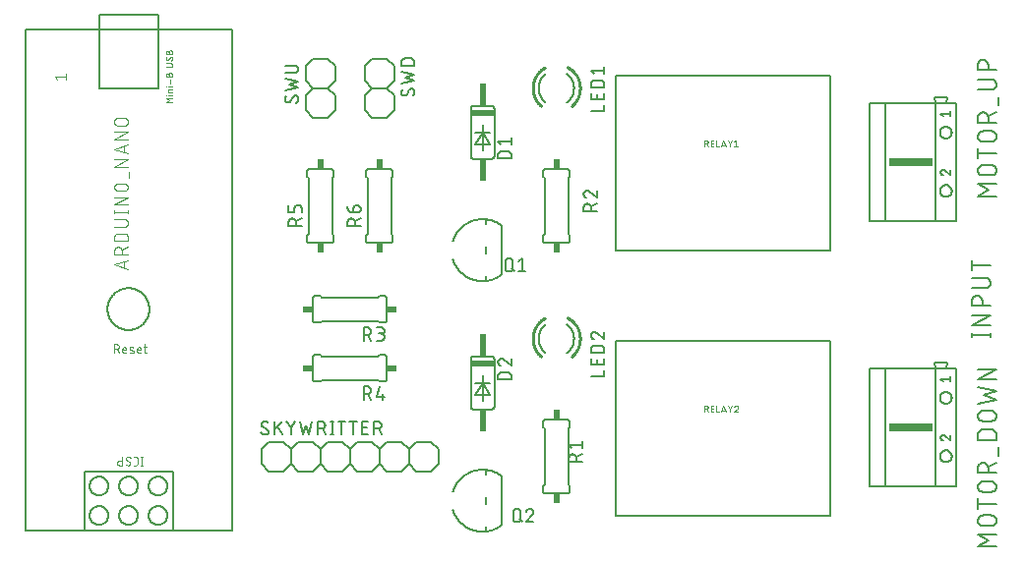
<source format=gbr>
G04 EAGLE Gerber RS-274X export*
G75*
%MOMM*%
%FSLAX34Y34*%
%LPD*%
%INSilkscreen Top*%
%IPPOS*%
%AMOC8*
5,1,8,0,0,1.08239X$1,22.5*%
G01*
%ADD10C,0.127000*%
%ADD11C,0.076200*%
%ADD12C,0.050800*%
%ADD13C,0.101600*%
%ADD14C,0.152400*%
%ADD15R,2.032000X0.508000*%
%ADD16R,0.508000X1.905000*%
%ADD17C,0.254000*%
%ADD18R,0.609600X0.863600*%
%ADD19R,0.863600X0.609600*%
%ADD20C,0.203200*%
%ADD21R,3.810000X0.762000*%
%ADD22C,0.177800*%


D10*
X292100Y596900D02*
X292100Y165100D01*
X241300Y165100D01*
X165100Y165100D01*
X114300Y165100D01*
X114300Y596900D01*
X228600Y596900D01*
X292100Y596900D01*
X228600Y596900D02*
X228600Y609600D01*
X177800Y609600D01*
X177800Y546100D02*
X228600Y546100D01*
X228600Y596900D01*
X177800Y609600D02*
X177800Y546100D01*
X185239Y355600D02*
X185244Y356041D01*
X185261Y356481D01*
X185288Y356921D01*
X185325Y357360D01*
X185374Y357799D01*
X185433Y358235D01*
X185503Y358671D01*
X185584Y359104D01*
X185675Y359535D01*
X185777Y359964D01*
X185890Y360390D01*
X186012Y360814D01*
X186146Y361234D01*
X186289Y361651D01*
X186443Y362064D01*
X186606Y362473D01*
X186780Y362879D01*
X186963Y363279D01*
X187157Y363675D01*
X187360Y364067D01*
X187572Y364453D01*
X187794Y364834D01*
X188026Y365209D01*
X188266Y365579D01*
X188515Y365942D01*
X188774Y366299D01*
X189041Y366650D01*
X189316Y366994D01*
X189600Y367332D01*
X189892Y367662D01*
X190192Y367985D01*
X190500Y368300D01*
X190815Y368608D01*
X191138Y368908D01*
X191468Y369200D01*
X191806Y369484D01*
X192150Y369759D01*
X192501Y370026D01*
X192858Y370285D01*
X193221Y370534D01*
X193591Y370774D01*
X193966Y371006D01*
X194347Y371228D01*
X194733Y371440D01*
X195125Y371643D01*
X195521Y371837D01*
X195921Y372020D01*
X196327Y372194D01*
X196736Y372357D01*
X197149Y372511D01*
X197566Y372654D01*
X197986Y372788D01*
X198410Y372910D01*
X198836Y373023D01*
X199265Y373125D01*
X199696Y373216D01*
X200129Y373297D01*
X200565Y373367D01*
X201001Y373426D01*
X201440Y373475D01*
X201879Y373512D01*
X202319Y373539D01*
X202759Y373556D01*
X203200Y373561D01*
X203641Y373556D01*
X204081Y373539D01*
X204521Y373512D01*
X204960Y373475D01*
X205399Y373426D01*
X205835Y373367D01*
X206271Y373297D01*
X206704Y373216D01*
X207135Y373125D01*
X207564Y373023D01*
X207990Y372910D01*
X208414Y372788D01*
X208834Y372654D01*
X209251Y372511D01*
X209664Y372357D01*
X210073Y372194D01*
X210479Y372020D01*
X210879Y371837D01*
X211275Y371643D01*
X211667Y371440D01*
X212053Y371228D01*
X212434Y371006D01*
X212809Y370774D01*
X213179Y370534D01*
X213542Y370285D01*
X213899Y370026D01*
X214250Y369759D01*
X214594Y369484D01*
X214932Y369200D01*
X215262Y368908D01*
X215585Y368608D01*
X215900Y368300D01*
X216208Y367985D01*
X216508Y367662D01*
X216800Y367332D01*
X217084Y366994D01*
X217359Y366650D01*
X217626Y366299D01*
X217885Y365942D01*
X218134Y365579D01*
X218374Y365209D01*
X218606Y364834D01*
X218828Y364453D01*
X219040Y364067D01*
X219243Y363675D01*
X219437Y363279D01*
X219620Y362879D01*
X219794Y362473D01*
X219957Y362064D01*
X220111Y361651D01*
X220254Y361234D01*
X220388Y360814D01*
X220510Y360390D01*
X220623Y359964D01*
X220725Y359535D01*
X220816Y359104D01*
X220897Y358671D01*
X220967Y358235D01*
X221026Y357799D01*
X221075Y357360D01*
X221112Y356921D01*
X221139Y356481D01*
X221156Y356041D01*
X221161Y355600D01*
X221156Y355159D01*
X221139Y354719D01*
X221112Y354279D01*
X221075Y353840D01*
X221026Y353401D01*
X220967Y352965D01*
X220897Y352529D01*
X220816Y352096D01*
X220725Y351665D01*
X220623Y351236D01*
X220510Y350810D01*
X220388Y350386D01*
X220254Y349966D01*
X220111Y349549D01*
X219957Y349136D01*
X219794Y348727D01*
X219620Y348321D01*
X219437Y347921D01*
X219243Y347525D01*
X219040Y347133D01*
X218828Y346747D01*
X218606Y346366D01*
X218374Y345991D01*
X218134Y345621D01*
X217885Y345258D01*
X217626Y344901D01*
X217359Y344550D01*
X217084Y344206D01*
X216800Y343868D01*
X216508Y343538D01*
X216208Y343215D01*
X215900Y342900D01*
X215585Y342592D01*
X215262Y342292D01*
X214932Y342000D01*
X214594Y341716D01*
X214250Y341441D01*
X213899Y341174D01*
X213542Y340915D01*
X213179Y340666D01*
X212809Y340426D01*
X212434Y340194D01*
X212053Y339972D01*
X211667Y339760D01*
X211275Y339557D01*
X210879Y339363D01*
X210479Y339180D01*
X210073Y339006D01*
X209664Y338843D01*
X209251Y338689D01*
X208834Y338546D01*
X208414Y338412D01*
X207990Y338290D01*
X207564Y338177D01*
X207135Y338075D01*
X206704Y337984D01*
X206271Y337903D01*
X205835Y337833D01*
X205399Y337774D01*
X204960Y337725D01*
X204521Y337688D01*
X204081Y337661D01*
X203641Y337644D01*
X203200Y337639D01*
X202759Y337644D01*
X202319Y337661D01*
X201879Y337688D01*
X201440Y337725D01*
X201001Y337774D01*
X200565Y337833D01*
X200129Y337903D01*
X199696Y337984D01*
X199265Y338075D01*
X198836Y338177D01*
X198410Y338290D01*
X197986Y338412D01*
X197566Y338546D01*
X197149Y338689D01*
X196736Y338843D01*
X196327Y339006D01*
X195921Y339180D01*
X195521Y339363D01*
X195125Y339557D01*
X194733Y339760D01*
X194347Y339972D01*
X193966Y340194D01*
X193591Y340426D01*
X193221Y340666D01*
X192858Y340915D01*
X192501Y341174D01*
X192150Y341441D01*
X191806Y341716D01*
X191468Y342000D01*
X191138Y342292D01*
X190815Y342592D01*
X190500Y342900D01*
X190192Y343215D01*
X189892Y343538D01*
X189600Y343868D01*
X189316Y344206D01*
X189041Y344550D01*
X188774Y344901D01*
X188515Y345258D01*
X188266Y345621D01*
X188026Y345991D01*
X187794Y346366D01*
X187572Y346747D01*
X187360Y347133D01*
X187157Y347525D01*
X186963Y347921D01*
X186780Y348321D01*
X186606Y348727D01*
X186443Y349136D01*
X186289Y349549D01*
X186146Y349966D01*
X186012Y350386D01*
X185890Y350810D01*
X185777Y351236D01*
X185675Y351665D01*
X185584Y352096D01*
X185503Y352529D01*
X185433Y352965D01*
X185374Y353401D01*
X185325Y353840D01*
X185288Y354279D01*
X185261Y354719D01*
X185244Y355159D01*
X185239Y355600D01*
D11*
X190881Y325247D02*
X190881Y317881D01*
X190881Y325247D02*
X192927Y325247D01*
X193016Y325245D01*
X193105Y325239D01*
X193194Y325229D01*
X193282Y325216D01*
X193370Y325199D01*
X193457Y325177D01*
X193542Y325152D01*
X193627Y325124D01*
X193710Y325091D01*
X193792Y325055D01*
X193872Y325016D01*
X193950Y324973D01*
X194026Y324927D01*
X194101Y324877D01*
X194173Y324824D01*
X194242Y324768D01*
X194309Y324709D01*
X194374Y324648D01*
X194435Y324583D01*
X194494Y324516D01*
X194550Y324447D01*
X194603Y324375D01*
X194653Y324300D01*
X194699Y324224D01*
X194742Y324146D01*
X194781Y324066D01*
X194817Y323984D01*
X194850Y323901D01*
X194878Y323816D01*
X194903Y323731D01*
X194925Y323644D01*
X194942Y323556D01*
X194955Y323468D01*
X194965Y323379D01*
X194971Y323290D01*
X194973Y323201D01*
X194971Y323112D01*
X194965Y323023D01*
X194955Y322934D01*
X194942Y322846D01*
X194925Y322758D01*
X194903Y322671D01*
X194878Y322586D01*
X194850Y322501D01*
X194817Y322418D01*
X194781Y322336D01*
X194742Y322256D01*
X194699Y322178D01*
X194653Y322102D01*
X194603Y322027D01*
X194550Y321955D01*
X194494Y321886D01*
X194435Y321819D01*
X194374Y321754D01*
X194309Y321693D01*
X194242Y321634D01*
X194173Y321578D01*
X194101Y321525D01*
X194026Y321475D01*
X193950Y321429D01*
X193872Y321386D01*
X193792Y321347D01*
X193710Y321311D01*
X193627Y321278D01*
X193542Y321250D01*
X193457Y321225D01*
X193370Y321203D01*
X193282Y321186D01*
X193194Y321173D01*
X193105Y321163D01*
X193016Y321157D01*
X192927Y321155D01*
X190881Y321155D01*
X193336Y321155D02*
X194973Y317881D01*
X199294Y317881D02*
X201340Y317881D01*
X199294Y317881D02*
X199225Y317883D01*
X199157Y317889D01*
X199088Y317898D01*
X199021Y317912D01*
X198954Y317929D01*
X198888Y317950D01*
X198824Y317974D01*
X198761Y318003D01*
X198700Y318034D01*
X198641Y318069D01*
X198583Y318107D01*
X198528Y318149D01*
X198476Y318193D01*
X198426Y318241D01*
X198378Y318291D01*
X198334Y318343D01*
X198292Y318398D01*
X198254Y318456D01*
X198219Y318515D01*
X198188Y318576D01*
X198159Y318639D01*
X198135Y318703D01*
X198114Y318769D01*
X198097Y318836D01*
X198083Y318903D01*
X198074Y318972D01*
X198068Y319040D01*
X198066Y319109D01*
X198067Y319109D02*
X198067Y321155D01*
X198066Y321155D02*
X198068Y321234D01*
X198074Y321313D01*
X198083Y321392D01*
X198096Y321470D01*
X198114Y321547D01*
X198134Y321623D01*
X198159Y321698D01*
X198187Y321772D01*
X198218Y321845D01*
X198254Y321916D01*
X198292Y321985D01*
X198334Y322052D01*
X198379Y322117D01*
X198427Y322180D01*
X198478Y322241D01*
X198532Y322298D01*
X198588Y322354D01*
X198647Y322406D01*
X198709Y322456D01*
X198773Y322502D01*
X198839Y322546D01*
X198907Y322586D01*
X198977Y322622D01*
X199049Y322656D01*
X199123Y322686D01*
X199197Y322712D01*
X199273Y322735D01*
X199350Y322753D01*
X199427Y322769D01*
X199506Y322780D01*
X199584Y322788D01*
X199663Y322792D01*
X199743Y322792D01*
X199822Y322788D01*
X199900Y322780D01*
X199979Y322769D01*
X200056Y322753D01*
X200133Y322735D01*
X200209Y322712D01*
X200283Y322686D01*
X200357Y322656D01*
X200429Y322622D01*
X200499Y322586D01*
X200567Y322546D01*
X200633Y322502D01*
X200697Y322456D01*
X200759Y322406D01*
X200818Y322354D01*
X200874Y322298D01*
X200928Y322241D01*
X200979Y322180D01*
X201027Y322117D01*
X201072Y322052D01*
X201114Y321985D01*
X201152Y321916D01*
X201188Y321845D01*
X201219Y321772D01*
X201247Y321698D01*
X201272Y321623D01*
X201292Y321547D01*
X201310Y321470D01*
X201323Y321392D01*
X201332Y321313D01*
X201338Y321234D01*
X201340Y321155D01*
X201340Y320336D01*
X198067Y320336D01*
X205020Y320746D02*
X207066Y319927D01*
X205020Y320746D02*
X204961Y320771D01*
X204904Y320800D01*
X204849Y320833D01*
X204796Y320869D01*
X204745Y320907D01*
X204697Y320949D01*
X204651Y320994D01*
X204608Y321041D01*
X204568Y321091D01*
X204531Y321143D01*
X204497Y321198D01*
X204466Y321254D01*
X204439Y321312D01*
X204416Y321372D01*
X204396Y321432D01*
X204380Y321494D01*
X204367Y321557D01*
X204359Y321621D01*
X204354Y321684D01*
X204353Y321748D01*
X204356Y321812D01*
X204363Y321876D01*
X204374Y321939D01*
X204388Y322001D01*
X204406Y322063D01*
X204428Y322123D01*
X204453Y322182D01*
X204482Y322239D01*
X204515Y322294D01*
X204550Y322347D01*
X204589Y322398D01*
X204631Y322447D01*
X204675Y322493D01*
X204723Y322536D01*
X204772Y322576D01*
X204825Y322613D01*
X204879Y322647D01*
X204935Y322678D01*
X204993Y322705D01*
X205052Y322729D01*
X205113Y322748D01*
X205175Y322765D01*
X205238Y322777D01*
X205301Y322786D01*
X205365Y322791D01*
X205429Y322792D01*
X205565Y322788D01*
X205700Y322780D01*
X205836Y322768D01*
X205970Y322752D01*
X206105Y322732D01*
X206238Y322709D01*
X206371Y322681D01*
X206503Y322650D01*
X206634Y322615D01*
X206764Y322576D01*
X206893Y322533D01*
X207020Y322486D01*
X207146Y322436D01*
X207271Y322382D01*
X207066Y319927D02*
X207125Y319902D01*
X207182Y319873D01*
X207237Y319840D01*
X207290Y319804D01*
X207341Y319766D01*
X207389Y319724D01*
X207435Y319679D01*
X207478Y319632D01*
X207518Y319582D01*
X207555Y319530D01*
X207589Y319475D01*
X207620Y319419D01*
X207647Y319361D01*
X207670Y319301D01*
X207690Y319241D01*
X207706Y319179D01*
X207719Y319116D01*
X207727Y319052D01*
X207732Y318989D01*
X207733Y318925D01*
X207730Y318861D01*
X207723Y318797D01*
X207712Y318734D01*
X207698Y318672D01*
X207680Y318610D01*
X207658Y318550D01*
X207633Y318491D01*
X207604Y318434D01*
X207571Y318379D01*
X207536Y318326D01*
X207497Y318275D01*
X207455Y318226D01*
X207411Y318180D01*
X207363Y318137D01*
X207314Y318097D01*
X207261Y318060D01*
X207207Y318026D01*
X207151Y317995D01*
X207093Y317968D01*
X207034Y317944D01*
X206973Y317925D01*
X206911Y317908D01*
X206848Y317896D01*
X206785Y317887D01*
X206721Y317882D01*
X206657Y317881D01*
X206493Y317885D01*
X206329Y317893D01*
X206165Y317905D01*
X206002Y317921D01*
X205839Y317941D01*
X205676Y317964D01*
X205515Y317992D01*
X205353Y318023D01*
X205193Y318058D01*
X205034Y318097D01*
X204875Y318140D01*
X204718Y318186D01*
X204561Y318236D01*
X204406Y318290D01*
X211974Y317881D02*
X214020Y317881D01*
X211974Y317881D02*
X211905Y317883D01*
X211837Y317889D01*
X211768Y317898D01*
X211701Y317912D01*
X211634Y317929D01*
X211568Y317950D01*
X211504Y317974D01*
X211441Y318003D01*
X211380Y318034D01*
X211321Y318069D01*
X211263Y318107D01*
X211208Y318149D01*
X211156Y318193D01*
X211106Y318241D01*
X211058Y318291D01*
X211014Y318343D01*
X210972Y318398D01*
X210934Y318456D01*
X210899Y318515D01*
X210868Y318576D01*
X210839Y318639D01*
X210815Y318703D01*
X210794Y318769D01*
X210777Y318836D01*
X210763Y318903D01*
X210754Y318972D01*
X210748Y319040D01*
X210746Y319109D01*
X210746Y321155D01*
X210748Y321234D01*
X210754Y321313D01*
X210763Y321392D01*
X210776Y321470D01*
X210794Y321547D01*
X210814Y321623D01*
X210839Y321698D01*
X210867Y321772D01*
X210898Y321845D01*
X210934Y321916D01*
X210972Y321985D01*
X211014Y322052D01*
X211059Y322117D01*
X211107Y322180D01*
X211158Y322241D01*
X211212Y322298D01*
X211268Y322354D01*
X211327Y322406D01*
X211389Y322456D01*
X211453Y322502D01*
X211519Y322546D01*
X211587Y322586D01*
X211657Y322622D01*
X211729Y322656D01*
X211803Y322686D01*
X211877Y322712D01*
X211953Y322735D01*
X212030Y322753D01*
X212107Y322769D01*
X212186Y322780D01*
X212264Y322788D01*
X212343Y322792D01*
X212423Y322792D01*
X212502Y322788D01*
X212580Y322780D01*
X212659Y322769D01*
X212736Y322753D01*
X212813Y322735D01*
X212889Y322712D01*
X212963Y322686D01*
X213037Y322656D01*
X213109Y322622D01*
X213179Y322586D01*
X213247Y322546D01*
X213313Y322502D01*
X213377Y322456D01*
X213439Y322406D01*
X213498Y322354D01*
X213554Y322298D01*
X213608Y322241D01*
X213659Y322180D01*
X213707Y322117D01*
X213752Y322052D01*
X213794Y321985D01*
X213832Y321916D01*
X213868Y321845D01*
X213899Y321772D01*
X213927Y321698D01*
X213952Y321623D01*
X213972Y321547D01*
X213990Y321470D01*
X214003Y321392D01*
X214012Y321313D01*
X214018Y321234D01*
X214020Y321155D01*
X214020Y320336D01*
X210746Y320336D01*
X216456Y322792D02*
X218911Y322792D01*
X217274Y325247D02*
X217274Y319109D01*
X217276Y319040D01*
X217282Y318972D01*
X217291Y318903D01*
X217305Y318836D01*
X217322Y318769D01*
X217343Y318703D01*
X217367Y318639D01*
X217396Y318576D01*
X217427Y318515D01*
X217462Y318456D01*
X217500Y318398D01*
X217542Y318343D01*
X217586Y318291D01*
X217634Y318241D01*
X217684Y318193D01*
X217736Y318149D01*
X217791Y318107D01*
X217849Y318069D01*
X217908Y318034D01*
X217969Y318003D01*
X218032Y317974D01*
X218096Y317950D01*
X218162Y317929D01*
X218229Y317912D01*
X218296Y317898D01*
X218365Y317889D01*
X218433Y317883D01*
X218502Y317881D01*
X218911Y317881D01*
X142169Y553198D02*
X140081Y555808D01*
X149479Y555808D01*
X149479Y553198D02*
X149479Y558419D01*
D12*
X235458Y533654D02*
X241046Y533654D01*
X238562Y535517D02*
X235458Y533654D01*
X238562Y535517D02*
X235458Y537379D01*
X241046Y537379D01*
X241046Y539906D02*
X237321Y539906D01*
X235768Y539751D02*
X235458Y539751D01*
X235458Y540061D01*
X235768Y540061D01*
X235768Y539751D01*
X237321Y542322D02*
X241046Y542322D01*
X237321Y542322D02*
X237321Y543874D01*
X237323Y543932D01*
X237328Y543991D01*
X237337Y544048D01*
X237350Y544106D01*
X237367Y544162D01*
X237386Y544217D01*
X237410Y544270D01*
X237436Y544323D01*
X237466Y544373D01*
X237499Y544421D01*
X237535Y544467D01*
X237573Y544511D01*
X237615Y544553D01*
X237659Y544591D01*
X237705Y544627D01*
X237753Y544660D01*
X237803Y544690D01*
X237856Y544716D01*
X237909Y544740D01*
X237964Y544759D01*
X238020Y544776D01*
X238078Y544789D01*
X238135Y544798D01*
X238194Y544803D01*
X238252Y544805D01*
X241046Y544805D01*
X241046Y547221D02*
X237321Y547221D01*
X235768Y547066D02*
X235458Y547066D01*
X235458Y547376D01*
X235768Y547376D01*
X235768Y547066D01*
X238873Y549564D02*
X238873Y553290D01*
X237942Y555993D02*
X237942Y557545D01*
X237944Y557622D01*
X237950Y557700D01*
X237959Y557776D01*
X237973Y557853D01*
X237990Y557928D01*
X238011Y558002D01*
X238036Y558076D01*
X238064Y558148D01*
X238096Y558218D01*
X238131Y558287D01*
X238170Y558354D01*
X238212Y558419D01*
X238257Y558482D01*
X238305Y558543D01*
X238356Y558601D01*
X238410Y558656D01*
X238467Y558709D01*
X238526Y558758D01*
X238588Y558805D01*
X238652Y558849D01*
X238718Y558889D01*
X238786Y558926D01*
X238856Y558960D01*
X238927Y558990D01*
X239000Y559016D01*
X239074Y559039D01*
X239149Y559058D01*
X239224Y559073D01*
X239301Y559085D01*
X239378Y559093D01*
X239455Y559097D01*
X239533Y559097D01*
X239610Y559093D01*
X239687Y559085D01*
X239764Y559073D01*
X239839Y559058D01*
X239914Y559039D01*
X239988Y559016D01*
X240061Y558990D01*
X240132Y558960D01*
X240202Y558926D01*
X240270Y558889D01*
X240336Y558849D01*
X240400Y558805D01*
X240462Y558758D01*
X240521Y558709D01*
X240578Y558656D01*
X240632Y558601D01*
X240683Y558543D01*
X240731Y558482D01*
X240776Y558419D01*
X240818Y558354D01*
X240857Y558287D01*
X240892Y558218D01*
X240924Y558148D01*
X240952Y558076D01*
X240977Y558002D01*
X240998Y557928D01*
X241015Y557853D01*
X241029Y557776D01*
X241038Y557700D01*
X241044Y557622D01*
X241046Y557545D01*
X241046Y555993D01*
X235458Y555993D01*
X235458Y557545D01*
X235460Y557615D01*
X235466Y557684D01*
X235476Y557753D01*
X235489Y557821D01*
X235507Y557889D01*
X235528Y557955D01*
X235553Y558020D01*
X235581Y558084D01*
X235613Y558146D01*
X235648Y558206D01*
X235687Y558264D01*
X235729Y558319D01*
X235774Y558373D01*
X235822Y558423D01*
X235872Y558471D01*
X235926Y558516D01*
X235981Y558558D01*
X236039Y558597D01*
X236099Y558632D01*
X236161Y558664D01*
X236225Y558692D01*
X236290Y558717D01*
X236356Y558738D01*
X236424Y558756D01*
X236492Y558769D01*
X236561Y558779D01*
X236630Y558785D01*
X236700Y558787D01*
X236770Y558785D01*
X236839Y558779D01*
X236908Y558769D01*
X236976Y558756D01*
X237044Y558738D01*
X237110Y558717D01*
X237175Y558692D01*
X237239Y558664D01*
X237301Y558632D01*
X237361Y558597D01*
X237419Y558558D01*
X237474Y558516D01*
X237528Y558471D01*
X237578Y558423D01*
X237626Y558373D01*
X237671Y558319D01*
X237713Y558264D01*
X237752Y558206D01*
X237787Y558146D01*
X237819Y558084D01*
X237847Y558020D01*
X237872Y557955D01*
X237893Y557889D01*
X237911Y557821D01*
X237924Y557753D01*
X237934Y557684D01*
X237940Y557615D01*
X237942Y557545D01*
X239494Y564322D02*
X235458Y564322D01*
X239494Y564322D02*
X239571Y564324D01*
X239649Y564330D01*
X239725Y564339D01*
X239802Y564353D01*
X239877Y564370D01*
X239951Y564391D01*
X240025Y564416D01*
X240097Y564444D01*
X240167Y564476D01*
X240236Y564511D01*
X240303Y564550D01*
X240368Y564592D01*
X240431Y564637D01*
X240492Y564685D01*
X240550Y564736D01*
X240605Y564790D01*
X240658Y564847D01*
X240707Y564906D01*
X240754Y564968D01*
X240798Y565032D01*
X240838Y565098D01*
X240875Y565166D01*
X240909Y565236D01*
X240939Y565307D01*
X240965Y565380D01*
X240988Y565454D01*
X241007Y565529D01*
X241022Y565604D01*
X241034Y565681D01*
X241042Y565758D01*
X241046Y565835D01*
X241046Y565913D01*
X241042Y565990D01*
X241034Y566067D01*
X241022Y566144D01*
X241007Y566219D01*
X240988Y566294D01*
X240965Y566368D01*
X240939Y566441D01*
X240909Y566512D01*
X240875Y566582D01*
X240838Y566650D01*
X240798Y566716D01*
X240754Y566780D01*
X240707Y566842D01*
X240658Y566901D01*
X240605Y566958D01*
X240550Y567012D01*
X240492Y567063D01*
X240431Y567111D01*
X240368Y567156D01*
X240303Y567198D01*
X240236Y567237D01*
X240167Y567272D01*
X240097Y567304D01*
X240025Y567332D01*
X239951Y567357D01*
X239877Y567378D01*
X239802Y567395D01*
X239725Y567409D01*
X239649Y567418D01*
X239571Y567424D01*
X239494Y567426D01*
X239494Y567427D02*
X235458Y567427D01*
X239804Y572913D02*
X239874Y572911D01*
X239943Y572905D01*
X240012Y572895D01*
X240080Y572882D01*
X240148Y572864D01*
X240214Y572843D01*
X240279Y572818D01*
X240343Y572790D01*
X240405Y572758D01*
X240465Y572723D01*
X240523Y572684D01*
X240578Y572642D01*
X240632Y572597D01*
X240682Y572549D01*
X240730Y572499D01*
X240775Y572445D01*
X240817Y572390D01*
X240856Y572332D01*
X240891Y572272D01*
X240923Y572210D01*
X240951Y572146D01*
X240976Y572081D01*
X240997Y572015D01*
X241015Y571947D01*
X241028Y571879D01*
X241038Y571810D01*
X241044Y571741D01*
X241046Y571671D01*
X241044Y571572D01*
X241039Y571474D01*
X241029Y571376D01*
X241016Y571278D01*
X241000Y571181D01*
X240980Y571084D01*
X240956Y570989D01*
X240928Y570894D01*
X240897Y570800D01*
X240863Y570708D01*
X240825Y570617D01*
X240784Y570527D01*
X240739Y570439D01*
X240691Y570353D01*
X240640Y570269D01*
X240586Y570187D01*
X240528Y570106D01*
X240468Y570028D01*
X240405Y569953D01*
X240339Y569879D01*
X240270Y569809D01*
X236700Y569964D02*
X236630Y569966D01*
X236561Y569972D01*
X236492Y569982D01*
X236424Y569995D01*
X236356Y570013D01*
X236290Y570034D01*
X236225Y570059D01*
X236161Y570087D01*
X236099Y570119D01*
X236039Y570154D01*
X235981Y570193D01*
X235926Y570235D01*
X235872Y570280D01*
X235822Y570328D01*
X235774Y570378D01*
X235729Y570432D01*
X235687Y570487D01*
X235648Y570545D01*
X235613Y570605D01*
X235581Y570667D01*
X235553Y570731D01*
X235528Y570796D01*
X235507Y570862D01*
X235489Y570930D01*
X235476Y570998D01*
X235466Y571067D01*
X235460Y571136D01*
X235458Y571206D01*
X235460Y571300D01*
X235466Y571393D01*
X235475Y571486D01*
X235488Y571579D01*
X235505Y571671D01*
X235525Y571762D01*
X235550Y571853D01*
X235577Y571942D01*
X235609Y572030D01*
X235644Y572117D01*
X235682Y572203D01*
X235724Y572286D01*
X235769Y572369D01*
X235817Y572449D01*
X235869Y572527D01*
X235924Y572603D01*
X237786Y570585D02*
X237750Y570526D01*
X237710Y570470D01*
X237667Y570416D01*
X237622Y570364D01*
X237573Y570315D01*
X237522Y570269D01*
X237469Y570226D01*
X237413Y570185D01*
X237355Y570148D01*
X237295Y570113D01*
X237234Y570083D01*
X237171Y570055D01*
X237106Y570031D01*
X237040Y570011D01*
X236973Y569994D01*
X236906Y569981D01*
X236838Y569972D01*
X236769Y569966D01*
X236700Y569964D01*
X238718Y572292D02*
X238754Y572351D01*
X238794Y572407D01*
X238837Y572461D01*
X238882Y572513D01*
X238931Y572562D01*
X238982Y572608D01*
X239035Y572651D01*
X239091Y572692D01*
X239149Y572729D01*
X239209Y572764D01*
X239270Y572794D01*
X239333Y572822D01*
X239398Y572846D01*
X239464Y572866D01*
X239531Y572883D01*
X239598Y572896D01*
X239666Y572905D01*
X239735Y572911D01*
X239804Y572913D01*
X238718Y572292D02*
X237786Y570585D01*
X237942Y575378D02*
X237942Y576930D01*
X237944Y577007D01*
X237950Y577085D01*
X237959Y577161D01*
X237973Y577238D01*
X237990Y577313D01*
X238011Y577387D01*
X238036Y577461D01*
X238064Y577533D01*
X238096Y577603D01*
X238131Y577672D01*
X238170Y577739D01*
X238212Y577804D01*
X238257Y577867D01*
X238305Y577928D01*
X238356Y577986D01*
X238410Y578041D01*
X238467Y578094D01*
X238526Y578143D01*
X238588Y578190D01*
X238652Y578234D01*
X238718Y578274D01*
X238786Y578311D01*
X238856Y578345D01*
X238927Y578375D01*
X239000Y578401D01*
X239074Y578424D01*
X239149Y578443D01*
X239224Y578458D01*
X239301Y578470D01*
X239378Y578478D01*
X239455Y578482D01*
X239533Y578482D01*
X239610Y578478D01*
X239687Y578470D01*
X239764Y578458D01*
X239839Y578443D01*
X239914Y578424D01*
X239988Y578401D01*
X240061Y578375D01*
X240132Y578345D01*
X240202Y578311D01*
X240270Y578274D01*
X240336Y578234D01*
X240400Y578190D01*
X240462Y578143D01*
X240521Y578094D01*
X240578Y578041D01*
X240632Y577986D01*
X240683Y577928D01*
X240731Y577867D01*
X240776Y577804D01*
X240818Y577739D01*
X240857Y577672D01*
X240892Y577603D01*
X240924Y577533D01*
X240952Y577461D01*
X240977Y577387D01*
X240998Y577313D01*
X241015Y577238D01*
X241029Y577161D01*
X241038Y577085D01*
X241044Y577007D01*
X241046Y576930D01*
X241046Y575378D01*
X235458Y575378D01*
X235458Y576930D01*
X235460Y577000D01*
X235466Y577069D01*
X235476Y577138D01*
X235489Y577206D01*
X235507Y577274D01*
X235528Y577340D01*
X235553Y577405D01*
X235581Y577469D01*
X235613Y577531D01*
X235648Y577591D01*
X235687Y577649D01*
X235729Y577704D01*
X235774Y577758D01*
X235822Y577808D01*
X235872Y577856D01*
X235926Y577901D01*
X235981Y577943D01*
X236039Y577982D01*
X236099Y578017D01*
X236161Y578049D01*
X236225Y578077D01*
X236290Y578102D01*
X236356Y578123D01*
X236424Y578141D01*
X236492Y578154D01*
X236561Y578164D01*
X236630Y578170D01*
X236700Y578172D01*
X236770Y578170D01*
X236839Y578164D01*
X236908Y578154D01*
X236976Y578141D01*
X237044Y578123D01*
X237110Y578102D01*
X237175Y578077D01*
X237239Y578049D01*
X237301Y578017D01*
X237361Y577982D01*
X237419Y577943D01*
X237474Y577901D01*
X237528Y577856D01*
X237578Y577808D01*
X237626Y577758D01*
X237671Y577704D01*
X237713Y577649D01*
X237752Y577591D01*
X237787Y577531D01*
X237819Y577469D01*
X237847Y577405D01*
X237872Y577340D01*
X237893Y577274D01*
X237911Y577206D01*
X237924Y577138D01*
X237934Y577069D01*
X237940Y577000D01*
X237942Y576930D01*
D10*
X241300Y215900D02*
X241300Y165100D01*
X241300Y215900D02*
X165100Y215900D01*
X165100Y165100D01*
X169800Y177800D02*
X169802Y177996D01*
X169810Y178193D01*
X169822Y178389D01*
X169839Y178584D01*
X169860Y178779D01*
X169887Y178974D01*
X169918Y179168D01*
X169954Y179361D01*
X169994Y179553D01*
X170040Y179744D01*
X170090Y179934D01*
X170144Y180122D01*
X170204Y180309D01*
X170268Y180495D01*
X170336Y180679D01*
X170409Y180861D01*
X170486Y181042D01*
X170568Y181220D01*
X170654Y181397D01*
X170745Y181571D01*
X170839Y181743D01*
X170938Y181913D01*
X171041Y182080D01*
X171148Y182245D01*
X171259Y182406D01*
X171374Y182566D01*
X171493Y182722D01*
X171616Y182875D01*
X171742Y183025D01*
X171872Y183172D01*
X172006Y183316D01*
X172143Y183457D01*
X172284Y183594D01*
X172428Y183728D01*
X172575Y183858D01*
X172725Y183984D01*
X172878Y184107D01*
X173034Y184226D01*
X173194Y184341D01*
X173355Y184452D01*
X173520Y184559D01*
X173687Y184662D01*
X173857Y184761D01*
X174029Y184855D01*
X174203Y184946D01*
X174380Y185032D01*
X174558Y185114D01*
X174739Y185191D01*
X174921Y185264D01*
X175105Y185332D01*
X175291Y185396D01*
X175478Y185456D01*
X175666Y185510D01*
X175856Y185560D01*
X176047Y185606D01*
X176239Y185646D01*
X176432Y185682D01*
X176626Y185713D01*
X176821Y185740D01*
X177016Y185761D01*
X177211Y185778D01*
X177407Y185790D01*
X177604Y185798D01*
X177800Y185800D01*
X177996Y185798D01*
X178193Y185790D01*
X178389Y185778D01*
X178584Y185761D01*
X178779Y185740D01*
X178974Y185713D01*
X179168Y185682D01*
X179361Y185646D01*
X179553Y185606D01*
X179744Y185560D01*
X179934Y185510D01*
X180122Y185456D01*
X180309Y185396D01*
X180495Y185332D01*
X180679Y185264D01*
X180861Y185191D01*
X181042Y185114D01*
X181220Y185032D01*
X181397Y184946D01*
X181571Y184855D01*
X181743Y184761D01*
X181913Y184662D01*
X182080Y184559D01*
X182245Y184452D01*
X182406Y184341D01*
X182566Y184226D01*
X182722Y184107D01*
X182875Y183984D01*
X183025Y183858D01*
X183172Y183728D01*
X183316Y183594D01*
X183457Y183457D01*
X183594Y183316D01*
X183728Y183172D01*
X183858Y183025D01*
X183984Y182875D01*
X184107Y182722D01*
X184226Y182566D01*
X184341Y182406D01*
X184452Y182245D01*
X184559Y182080D01*
X184662Y181913D01*
X184761Y181743D01*
X184855Y181571D01*
X184946Y181397D01*
X185032Y181220D01*
X185114Y181042D01*
X185191Y180861D01*
X185264Y180679D01*
X185332Y180495D01*
X185396Y180309D01*
X185456Y180122D01*
X185510Y179934D01*
X185560Y179744D01*
X185606Y179553D01*
X185646Y179361D01*
X185682Y179168D01*
X185713Y178974D01*
X185740Y178779D01*
X185761Y178584D01*
X185778Y178389D01*
X185790Y178193D01*
X185798Y177996D01*
X185800Y177800D01*
X185798Y177604D01*
X185790Y177407D01*
X185778Y177211D01*
X185761Y177016D01*
X185740Y176821D01*
X185713Y176626D01*
X185682Y176432D01*
X185646Y176239D01*
X185606Y176047D01*
X185560Y175856D01*
X185510Y175666D01*
X185456Y175478D01*
X185396Y175291D01*
X185332Y175105D01*
X185264Y174921D01*
X185191Y174739D01*
X185114Y174558D01*
X185032Y174380D01*
X184946Y174203D01*
X184855Y174029D01*
X184761Y173857D01*
X184662Y173687D01*
X184559Y173520D01*
X184452Y173355D01*
X184341Y173194D01*
X184226Y173034D01*
X184107Y172878D01*
X183984Y172725D01*
X183858Y172575D01*
X183728Y172428D01*
X183594Y172284D01*
X183457Y172143D01*
X183316Y172006D01*
X183172Y171872D01*
X183025Y171742D01*
X182875Y171616D01*
X182722Y171493D01*
X182566Y171374D01*
X182406Y171259D01*
X182245Y171148D01*
X182080Y171041D01*
X181913Y170938D01*
X181743Y170839D01*
X181571Y170745D01*
X181397Y170654D01*
X181220Y170568D01*
X181042Y170486D01*
X180861Y170409D01*
X180679Y170336D01*
X180495Y170268D01*
X180309Y170204D01*
X180122Y170144D01*
X179934Y170090D01*
X179744Y170040D01*
X179553Y169994D01*
X179361Y169954D01*
X179168Y169918D01*
X178974Y169887D01*
X178779Y169860D01*
X178584Y169839D01*
X178389Y169822D01*
X178193Y169810D01*
X177996Y169802D01*
X177800Y169800D01*
X177604Y169802D01*
X177407Y169810D01*
X177211Y169822D01*
X177016Y169839D01*
X176821Y169860D01*
X176626Y169887D01*
X176432Y169918D01*
X176239Y169954D01*
X176047Y169994D01*
X175856Y170040D01*
X175666Y170090D01*
X175478Y170144D01*
X175291Y170204D01*
X175105Y170268D01*
X174921Y170336D01*
X174739Y170409D01*
X174558Y170486D01*
X174380Y170568D01*
X174203Y170654D01*
X174029Y170745D01*
X173857Y170839D01*
X173687Y170938D01*
X173520Y171041D01*
X173355Y171148D01*
X173194Y171259D01*
X173034Y171374D01*
X172878Y171493D01*
X172725Y171616D01*
X172575Y171742D01*
X172428Y171872D01*
X172284Y172006D01*
X172143Y172143D01*
X172006Y172284D01*
X171872Y172428D01*
X171742Y172575D01*
X171616Y172725D01*
X171493Y172878D01*
X171374Y173034D01*
X171259Y173194D01*
X171148Y173355D01*
X171041Y173520D01*
X170938Y173687D01*
X170839Y173857D01*
X170745Y174029D01*
X170654Y174203D01*
X170568Y174380D01*
X170486Y174558D01*
X170409Y174739D01*
X170336Y174921D01*
X170268Y175105D01*
X170204Y175291D01*
X170144Y175478D01*
X170090Y175666D01*
X170040Y175856D01*
X169994Y176047D01*
X169954Y176239D01*
X169918Y176432D01*
X169887Y176626D01*
X169860Y176821D01*
X169839Y177016D01*
X169822Y177211D01*
X169810Y177407D01*
X169802Y177604D01*
X169800Y177800D01*
X195200Y177800D02*
X195202Y177996D01*
X195210Y178193D01*
X195222Y178389D01*
X195239Y178584D01*
X195260Y178779D01*
X195287Y178974D01*
X195318Y179168D01*
X195354Y179361D01*
X195394Y179553D01*
X195440Y179744D01*
X195490Y179934D01*
X195544Y180122D01*
X195604Y180309D01*
X195668Y180495D01*
X195736Y180679D01*
X195809Y180861D01*
X195886Y181042D01*
X195968Y181220D01*
X196054Y181397D01*
X196145Y181571D01*
X196239Y181743D01*
X196338Y181913D01*
X196441Y182080D01*
X196548Y182245D01*
X196659Y182406D01*
X196774Y182566D01*
X196893Y182722D01*
X197016Y182875D01*
X197142Y183025D01*
X197272Y183172D01*
X197406Y183316D01*
X197543Y183457D01*
X197684Y183594D01*
X197828Y183728D01*
X197975Y183858D01*
X198125Y183984D01*
X198278Y184107D01*
X198434Y184226D01*
X198594Y184341D01*
X198755Y184452D01*
X198920Y184559D01*
X199087Y184662D01*
X199257Y184761D01*
X199429Y184855D01*
X199603Y184946D01*
X199780Y185032D01*
X199958Y185114D01*
X200139Y185191D01*
X200321Y185264D01*
X200505Y185332D01*
X200691Y185396D01*
X200878Y185456D01*
X201066Y185510D01*
X201256Y185560D01*
X201447Y185606D01*
X201639Y185646D01*
X201832Y185682D01*
X202026Y185713D01*
X202221Y185740D01*
X202416Y185761D01*
X202611Y185778D01*
X202807Y185790D01*
X203004Y185798D01*
X203200Y185800D01*
X203396Y185798D01*
X203593Y185790D01*
X203789Y185778D01*
X203984Y185761D01*
X204179Y185740D01*
X204374Y185713D01*
X204568Y185682D01*
X204761Y185646D01*
X204953Y185606D01*
X205144Y185560D01*
X205334Y185510D01*
X205522Y185456D01*
X205709Y185396D01*
X205895Y185332D01*
X206079Y185264D01*
X206261Y185191D01*
X206442Y185114D01*
X206620Y185032D01*
X206797Y184946D01*
X206971Y184855D01*
X207143Y184761D01*
X207313Y184662D01*
X207480Y184559D01*
X207645Y184452D01*
X207806Y184341D01*
X207966Y184226D01*
X208122Y184107D01*
X208275Y183984D01*
X208425Y183858D01*
X208572Y183728D01*
X208716Y183594D01*
X208857Y183457D01*
X208994Y183316D01*
X209128Y183172D01*
X209258Y183025D01*
X209384Y182875D01*
X209507Y182722D01*
X209626Y182566D01*
X209741Y182406D01*
X209852Y182245D01*
X209959Y182080D01*
X210062Y181913D01*
X210161Y181743D01*
X210255Y181571D01*
X210346Y181397D01*
X210432Y181220D01*
X210514Y181042D01*
X210591Y180861D01*
X210664Y180679D01*
X210732Y180495D01*
X210796Y180309D01*
X210856Y180122D01*
X210910Y179934D01*
X210960Y179744D01*
X211006Y179553D01*
X211046Y179361D01*
X211082Y179168D01*
X211113Y178974D01*
X211140Y178779D01*
X211161Y178584D01*
X211178Y178389D01*
X211190Y178193D01*
X211198Y177996D01*
X211200Y177800D01*
X211198Y177604D01*
X211190Y177407D01*
X211178Y177211D01*
X211161Y177016D01*
X211140Y176821D01*
X211113Y176626D01*
X211082Y176432D01*
X211046Y176239D01*
X211006Y176047D01*
X210960Y175856D01*
X210910Y175666D01*
X210856Y175478D01*
X210796Y175291D01*
X210732Y175105D01*
X210664Y174921D01*
X210591Y174739D01*
X210514Y174558D01*
X210432Y174380D01*
X210346Y174203D01*
X210255Y174029D01*
X210161Y173857D01*
X210062Y173687D01*
X209959Y173520D01*
X209852Y173355D01*
X209741Y173194D01*
X209626Y173034D01*
X209507Y172878D01*
X209384Y172725D01*
X209258Y172575D01*
X209128Y172428D01*
X208994Y172284D01*
X208857Y172143D01*
X208716Y172006D01*
X208572Y171872D01*
X208425Y171742D01*
X208275Y171616D01*
X208122Y171493D01*
X207966Y171374D01*
X207806Y171259D01*
X207645Y171148D01*
X207480Y171041D01*
X207313Y170938D01*
X207143Y170839D01*
X206971Y170745D01*
X206797Y170654D01*
X206620Y170568D01*
X206442Y170486D01*
X206261Y170409D01*
X206079Y170336D01*
X205895Y170268D01*
X205709Y170204D01*
X205522Y170144D01*
X205334Y170090D01*
X205144Y170040D01*
X204953Y169994D01*
X204761Y169954D01*
X204568Y169918D01*
X204374Y169887D01*
X204179Y169860D01*
X203984Y169839D01*
X203789Y169822D01*
X203593Y169810D01*
X203396Y169802D01*
X203200Y169800D01*
X203004Y169802D01*
X202807Y169810D01*
X202611Y169822D01*
X202416Y169839D01*
X202221Y169860D01*
X202026Y169887D01*
X201832Y169918D01*
X201639Y169954D01*
X201447Y169994D01*
X201256Y170040D01*
X201066Y170090D01*
X200878Y170144D01*
X200691Y170204D01*
X200505Y170268D01*
X200321Y170336D01*
X200139Y170409D01*
X199958Y170486D01*
X199780Y170568D01*
X199603Y170654D01*
X199429Y170745D01*
X199257Y170839D01*
X199087Y170938D01*
X198920Y171041D01*
X198755Y171148D01*
X198594Y171259D01*
X198434Y171374D01*
X198278Y171493D01*
X198125Y171616D01*
X197975Y171742D01*
X197828Y171872D01*
X197684Y172006D01*
X197543Y172143D01*
X197406Y172284D01*
X197272Y172428D01*
X197142Y172575D01*
X197016Y172725D01*
X196893Y172878D01*
X196774Y173034D01*
X196659Y173194D01*
X196548Y173355D01*
X196441Y173520D01*
X196338Y173687D01*
X196239Y173857D01*
X196145Y174029D01*
X196054Y174203D01*
X195968Y174380D01*
X195886Y174558D01*
X195809Y174739D01*
X195736Y174921D01*
X195668Y175105D01*
X195604Y175291D01*
X195544Y175478D01*
X195490Y175666D01*
X195440Y175856D01*
X195394Y176047D01*
X195354Y176239D01*
X195318Y176432D01*
X195287Y176626D01*
X195260Y176821D01*
X195239Y177016D01*
X195222Y177211D01*
X195210Y177407D01*
X195202Y177604D01*
X195200Y177800D01*
X220600Y177800D02*
X220602Y177996D01*
X220610Y178193D01*
X220622Y178389D01*
X220639Y178584D01*
X220660Y178779D01*
X220687Y178974D01*
X220718Y179168D01*
X220754Y179361D01*
X220794Y179553D01*
X220840Y179744D01*
X220890Y179934D01*
X220944Y180122D01*
X221004Y180309D01*
X221068Y180495D01*
X221136Y180679D01*
X221209Y180861D01*
X221286Y181042D01*
X221368Y181220D01*
X221454Y181397D01*
X221545Y181571D01*
X221639Y181743D01*
X221738Y181913D01*
X221841Y182080D01*
X221948Y182245D01*
X222059Y182406D01*
X222174Y182566D01*
X222293Y182722D01*
X222416Y182875D01*
X222542Y183025D01*
X222672Y183172D01*
X222806Y183316D01*
X222943Y183457D01*
X223084Y183594D01*
X223228Y183728D01*
X223375Y183858D01*
X223525Y183984D01*
X223678Y184107D01*
X223834Y184226D01*
X223994Y184341D01*
X224155Y184452D01*
X224320Y184559D01*
X224487Y184662D01*
X224657Y184761D01*
X224829Y184855D01*
X225003Y184946D01*
X225180Y185032D01*
X225358Y185114D01*
X225539Y185191D01*
X225721Y185264D01*
X225905Y185332D01*
X226091Y185396D01*
X226278Y185456D01*
X226466Y185510D01*
X226656Y185560D01*
X226847Y185606D01*
X227039Y185646D01*
X227232Y185682D01*
X227426Y185713D01*
X227621Y185740D01*
X227816Y185761D01*
X228011Y185778D01*
X228207Y185790D01*
X228404Y185798D01*
X228600Y185800D01*
X228796Y185798D01*
X228993Y185790D01*
X229189Y185778D01*
X229384Y185761D01*
X229579Y185740D01*
X229774Y185713D01*
X229968Y185682D01*
X230161Y185646D01*
X230353Y185606D01*
X230544Y185560D01*
X230734Y185510D01*
X230922Y185456D01*
X231109Y185396D01*
X231295Y185332D01*
X231479Y185264D01*
X231661Y185191D01*
X231842Y185114D01*
X232020Y185032D01*
X232197Y184946D01*
X232371Y184855D01*
X232543Y184761D01*
X232713Y184662D01*
X232880Y184559D01*
X233045Y184452D01*
X233206Y184341D01*
X233366Y184226D01*
X233522Y184107D01*
X233675Y183984D01*
X233825Y183858D01*
X233972Y183728D01*
X234116Y183594D01*
X234257Y183457D01*
X234394Y183316D01*
X234528Y183172D01*
X234658Y183025D01*
X234784Y182875D01*
X234907Y182722D01*
X235026Y182566D01*
X235141Y182406D01*
X235252Y182245D01*
X235359Y182080D01*
X235462Y181913D01*
X235561Y181743D01*
X235655Y181571D01*
X235746Y181397D01*
X235832Y181220D01*
X235914Y181042D01*
X235991Y180861D01*
X236064Y180679D01*
X236132Y180495D01*
X236196Y180309D01*
X236256Y180122D01*
X236310Y179934D01*
X236360Y179744D01*
X236406Y179553D01*
X236446Y179361D01*
X236482Y179168D01*
X236513Y178974D01*
X236540Y178779D01*
X236561Y178584D01*
X236578Y178389D01*
X236590Y178193D01*
X236598Y177996D01*
X236600Y177800D01*
X236598Y177604D01*
X236590Y177407D01*
X236578Y177211D01*
X236561Y177016D01*
X236540Y176821D01*
X236513Y176626D01*
X236482Y176432D01*
X236446Y176239D01*
X236406Y176047D01*
X236360Y175856D01*
X236310Y175666D01*
X236256Y175478D01*
X236196Y175291D01*
X236132Y175105D01*
X236064Y174921D01*
X235991Y174739D01*
X235914Y174558D01*
X235832Y174380D01*
X235746Y174203D01*
X235655Y174029D01*
X235561Y173857D01*
X235462Y173687D01*
X235359Y173520D01*
X235252Y173355D01*
X235141Y173194D01*
X235026Y173034D01*
X234907Y172878D01*
X234784Y172725D01*
X234658Y172575D01*
X234528Y172428D01*
X234394Y172284D01*
X234257Y172143D01*
X234116Y172006D01*
X233972Y171872D01*
X233825Y171742D01*
X233675Y171616D01*
X233522Y171493D01*
X233366Y171374D01*
X233206Y171259D01*
X233045Y171148D01*
X232880Y171041D01*
X232713Y170938D01*
X232543Y170839D01*
X232371Y170745D01*
X232197Y170654D01*
X232020Y170568D01*
X231842Y170486D01*
X231661Y170409D01*
X231479Y170336D01*
X231295Y170268D01*
X231109Y170204D01*
X230922Y170144D01*
X230734Y170090D01*
X230544Y170040D01*
X230353Y169994D01*
X230161Y169954D01*
X229968Y169918D01*
X229774Y169887D01*
X229579Y169860D01*
X229384Y169839D01*
X229189Y169822D01*
X228993Y169810D01*
X228796Y169802D01*
X228600Y169800D01*
X228404Y169802D01*
X228207Y169810D01*
X228011Y169822D01*
X227816Y169839D01*
X227621Y169860D01*
X227426Y169887D01*
X227232Y169918D01*
X227039Y169954D01*
X226847Y169994D01*
X226656Y170040D01*
X226466Y170090D01*
X226278Y170144D01*
X226091Y170204D01*
X225905Y170268D01*
X225721Y170336D01*
X225539Y170409D01*
X225358Y170486D01*
X225180Y170568D01*
X225003Y170654D01*
X224829Y170745D01*
X224657Y170839D01*
X224487Y170938D01*
X224320Y171041D01*
X224155Y171148D01*
X223994Y171259D01*
X223834Y171374D01*
X223678Y171493D01*
X223525Y171616D01*
X223375Y171742D01*
X223228Y171872D01*
X223084Y172006D01*
X222943Y172143D01*
X222806Y172284D01*
X222672Y172428D01*
X222542Y172575D01*
X222416Y172725D01*
X222293Y172878D01*
X222174Y173034D01*
X222059Y173194D01*
X221948Y173355D01*
X221841Y173520D01*
X221738Y173687D01*
X221639Y173857D01*
X221545Y174029D01*
X221454Y174203D01*
X221368Y174380D01*
X221286Y174558D01*
X221209Y174739D01*
X221136Y174921D01*
X221068Y175105D01*
X221004Y175291D01*
X220944Y175478D01*
X220890Y175666D01*
X220840Y175856D01*
X220794Y176047D01*
X220754Y176239D01*
X220718Y176432D01*
X220687Y176626D01*
X220660Y176821D01*
X220639Y177016D01*
X220622Y177211D01*
X220610Y177407D01*
X220602Y177604D01*
X220600Y177800D01*
X220600Y203200D02*
X220602Y203396D01*
X220610Y203593D01*
X220622Y203789D01*
X220639Y203984D01*
X220660Y204179D01*
X220687Y204374D01*
X220718Y204568D01*
X220754Y204761D01*
X220794Y204953D01*
X220840Y205144D01*
X220890Y205334D01*
X220944Y205522D01*
X221004Y205709D01*
X221068Y205895D01*
X221136Y206079D01*
X221209Y206261D01*
X221286Y206442D01*
X221368Y206620D01*
X221454Y206797D01*
X221545Y206971D01*
X221639Y207143D01*
X221738Y207313D01*
X221841Y207480D01*
X221948Y207645D01*
X222059Y207806D01*
X222174Y207966D01*
X222293Y208122D01*
X222416Y208275D01*
X222542Y208425D01*
X222672Y208572D01*
X222806Y208716D01*
X222943Y208857D01*
X223084Y208994D01*
X223228Y209128D01*
X223375Y209258D01*
X223525Y209384D01*
X223678Y209507D01*
X223834Y209626D01*
X223994Y209741D01*
X224155Y209852D01*
X224320Y209959D01*
X224487Y210062D01*
X224657Y210161D01*
X224829Y210255D01*
X225003Y210346D01*
X225180Y210432D01*
X225358Y210514D01*
X225539Y210591D01*
X225721Y210664D01*
X225905Y210732D01*
X226091Y210796D01*
X226278Y210856D01*
X226466Y210910D01*
X226656Y210960D01*
X226847Y211006D01*
X227039Y211046D01*
X227232Y211082D01*
X227426Y211113D01*
X227621Y211140D01*
X227816Y211161D01*
X228011Y211178D01*
X228207Y211190D01*
X228404Y211198D01*
X228600Y211200D01*
X228796Y211198D01*
X228993Y211190D01*
X229189Y211178D01*
X229384Y211161D01*
X229579Y211140D01*
X229774Y211113D01*
X229968Y211082D01*
X230161Y211046D01*
X230353Y211006D01*
X230544Y210960D01*
X230734Y210910D01*
X230922Y210856D01*
X231109Y210796D01*
X231295Y210732D01*
X231479Y210664D01*
X231661Y210591D01*
X231842Y210514D01*
X232020Y210432D01*
X232197Y210346D01*
X232371Y210255D01*
X232543Y210161D01*
X232713Y210062D01*
X232880Y209959D01*
X233045Y209852D01*
X233206Y209741D01*
X233366Y209626D01*
X233522Y209507D01*
X233675Y209384D01*
X233825Y209258D01*
X233972Y209128D01*
X234116Y208994D01*
X234257Y208857D01*
X234394Y208716D01*
X234528Y208572D01*
X234658Y208425D01*
X234784Y208275D01*
X234907Y208122D01*
X235026Y207966D01*
X235141Y207806D01*
X235252Y207645D01*
X235359Y207480D01*
X235462Y207313D01*
X235561Y207143D01*
X235655Y206971D01*
X235746Y206797D01*
X235832Y206620D01*
X235914Y206442D01*
X235991Y206261D01*
X236064Y206079D01*
X236132Y205895D01*
X236196Y205709D01*
X236256Y205522D01*
X236310Y205334D01*
X236360Y205144D01*
X236406Y204953D01*
X236446Y204761D01*
X236482Y204568D01*
X236513Y204374D01*
X236540Y204179D01*
X236561Y203984D01*
X236578Y203789D01*
X236590Y203593D01*
X236598Y203396D01*
X236600Y203200D01*
X236598Y203004D01*
X236590Y202807D01*
X236578Y202611D01*
X236561Y202416D01*
X236540Y202221D01*
X236513Y202026D01*
X236482Y201832D01*
X236446Y201639D01*
X236406Y201447D01*
X236360Y201256D01*
X236310Y201066D01*
X236256Y200878D01*
X236196Y200691D01*
X236132Y200505D01*
X236064Y200321D01*
X235991Y200139D01*
X235914Y199958D01*
X235832Y199780D01*
X235746Y199603D01*
X235655Y199429D01*
X235561Y199257D01*
X235462Y199087D01*
X235359Y198920D01*
X235252Y198755D01*
X235141Y198594D01*
X235026Y198434D01*
X234907Y198278D01*
X234784Y198125D01*
X234658Y197975D01*
X234528Y197828D01*
X234394Y197684D01*
X234257Y197543D01*
X234116Y197406D01*
X233972Y197272D01*
X233825Y197142D01*
X233675Y197016D01*
X233522Y196893D01*
X233366Y196774D01*
X233206Y196659D01*
X233045Y196548D01*
X232880Y196441D01*
X232713Y196338D01*
X232543Y196239D01*
X232371Y196145D01*
X232197Y196054D01*
X232020Y195968D01*
X231842Y195886D01*
X231661Y195809D01*
X231479Y195736D01*
X231295Y195668D01*
X231109Y195604D01*
X230922Y195544D01*
X230734Y195490D01*
X230544Y195440D01*
X230353Y195394D01*
X230161Y195354D01*
X229968Y195318D01*
X229774Y195287D01*
X229579Y195260D01*
X229384Y195239D01*
X229189Y195222D01*
X228993Y195210D01*
X228796Y195202D01*
X228600Y195200D01*
X228404Y195202D01*
X228207Y195210D01*
X228011Y195222D01*
X227816Y195239D01*
X227621Y195260D01*
X227426Y195287D01*
X227232Y195318D01*
X227039Y195354D01*
X226847Y195394D01*
X226656Y195440D01*
X226466Y195490D01*
X226278Y195544D01*
X226091Y195604D01*
X225905Y195668D01*
X225721Y195736D01*
X225539Y195809D01*
X225358Y195886D01*
X225180Y195968D01*
X225003Y196054D01*
X224829Y196145D01*
X224657Y196239D01*
X224487Y196338D01*
X224320Y196441D01*
X224155Y196548D01*
X223994Y196659D01*
X223834Y196774D01*
X223678Y196893D01*
X223525Y197016D01*
X223375Y197142D01*
X223228Y197272D01*
X223084Y197406D01*
X222943Y197543D01*
X222806Y197684D01*
X222672Y197828D01*
X222542Y197975D01*
X222416Y198125D01*
X222293Y198278D01*
X222174Y198434D01*
X222059Y198594D01*
X221948Y198755D01*
X221841Y198920D01*
X221738Y199087D01*
X221639Y199257D01*
X221545Y199429D01*
X221454Y199603D01*
X221368Y199780D01*
X221286Y199958D01*
X221209Y200139D01*
X221136Y200321D01*
X221068Y200505D01*
X221004Y200691D01*
X220944Y200878D01*
X220890Y201066D01*
X220840Y201256D01*
X220794Y201447D01*
X220754Y201639D01*
X220718Y201832D01*
X220687Y202026D01*
X220660Y202221D01*
X220639Y202416D01*
X220622Y202611D01*
X220610Y202807D01*
X220602Y203004D01*
X220600Y203200D01*
X195200Y177800D02*
X195202Y177996D01*
X195210Y178193D01*
X195222Y178389D01*
X195239Y178584D01*
X195260Y178779D01*
X195287Y178974D01*
X195318Y179168D01*
X195354Y179361D01*
X195394Y179553D01*
X195440Y179744D01*
X195490Y179934D01*
X195544Y180122D01*
X195604Y180309D01*
X195668Y180495D01*
X195736Y180679D01*
X195809Y180861D01*
X195886Y181042D01*
X195968Y181220D01*
X196054Y181397D01*
X196145Y181571D01*
X196239Y181743D01*
X196338Y181913D01*
X196441Y182080D01*
X196548Y182245D01*
X196659Y182406D01*
X196774Y182566D01*
X196893Y182722D01*
X197016Y182875D01*
X197142Y183025D01*
X197272Y183172D01*
X197406Y183316D01*
X197543Y183457D01*
X197684Y183594D01*
X197828Y183728D01*
X197975Y183858D01*
X198125Y183984D01*
X198278Y184107D01*
X198434Y184226D01*
X198594Y184341D01*
X198755Y184452D01*
X198920Y184559D01*
X199087Y184662D01*
X199257Y184761D01*
X199429Y184855D01*
X199603Y184946D01*
X199780Y185032D01*
X199958Y185114D01*
X200139Y185191D01*
X200321Y185264D01*
X200505Y185332D01*
X200691Y185396D01*
X200878Y185456D01*
X201066Y185510D01*
X201256Y185560D01*
X201447Y185606D01*
X201639Y185646D01*
X201832Y185682D01*
X202026Y185713D01*
X202221Y185740D01*
X202416Y185761D01*
X202611Y185778D01*
X202807Y185790D01*
X203004Y185798D01*
X203200Y185800D01*
X203396Y185798D01*
X203593Y185790D01*
X203789Y185778D01*
X203984Y185761D01*
X204179Y185740D01*
X204374Y185713D01*
X204568Y185682D01*
X204761Y185646D01*
X204953Y185606D01*
X205144Y185560D01*
X205334Y185510D01*
X205522Y185456D01*
X205709Y185396D01*
X205895Y185332D01*
X206079Y185264D01*
X206261Y185191D01*
X206442Y185114D01*
X206620Y185032D01*
X206797Y184946D01*
X206971Y184855D01*
X207143Y184761D01*
X207313Y184662D01*
X207480Y184559D01*
X207645Y184452D01*
X207806Y184341D01*
X207966Y184226D01*
X208122Y184107D01*
X208275Y183984D01*
X208425Y183858D01*
X208572Y183728D01*
X208716Y183594D01*
X208857Y183457D01*
X208994Y183316D01*
X209128Y183172D01*
X209258Y183025D01*
X209384Y182875D01*
X209507Y182722D01*
X209626Y182566D01*
X209741Y182406D01*
X209852Y182245D01*
X209959Y182080D01*
X210062Y181913D01*
X210161Y181743D01*
X210255Y181571D01*
X210346Y181397D01*
X210432Y181220D01*
X210514Y181042D01*
X210591Y180861D01*
X210664Y180679D01*
X210732Y180495D01*
X210796Y180309D01*
X210856Y180122D01*
X210910Y179934D01*
X210960Y179744D01*
X211006Y179553D01*
X211046Y179361D01*
X211082Y179168D01*
X211113Y178974D01*
X211140Y178779D01*
X211161Y178584D01*
X211178Y178389D01*
X211190Y178193D01*
X211198Y177996D01*
X211200Y177800D01*
X211198Y177604D01*
X211190Y177407D01*
X211178Y177211D01*
X211161Y177016D01*
X211140Y176821D01*
X211113Y176626D01*
X211082Y176432D01*
X211046Y176239D01*
X211006Y176047D01*
X210960Y175856D01*
X210910Y175666D01*
X210856Y175478D01*
X210796Y175291D01*
X210732Y175105D01*
X210664Y174921D01*
X210591Y174739D01*
X210514Y174558D01*
X210432Y174380D01*
X210346Y174203D01*
X210255Y174029D01*
X210161Y173857D01*
X210062Y173687D01*
X209959Y173520D01*
X209852Y173355D01*
X209741Y173194D01*
X209626Y173034D01*
X209507Y172878D01*
X209384Y172725D01*
X209258Y172575D01*
X209128Y172428D01*
X208994Y172284D01*
X208857Y172143D01*
X208716Y172006D01*
X208572Y171872D01*
X208425Y171742D01*
X208275Y171616D01*
X208122Y171493D01*
X207966Y171374D01*
X207806Y171259D01*
X207645Y171148D01*
X207480Y171041D01*
X207313Y170938D01*
X207143Y170839D01*
X206971Y170745D01*
X206797Y170654D01*
X206620Y170568D01*
X206442Y170486D01*
X206261Y170409D01*
X206079Y170336D01*
X205895Y170268D01*
X205709Y170204D01*
X205522Y170144D01*
X205334Y170090D01*
X205144Y170040D01*
X204953Y169994D01*
X204761Y169954D01*
X204568Y169918D01*
X204374Y169887D01*
X204179Y169860D01*
X203984Y169839D01*
X203789Y169822D01*
X203593Y169810D01*
X203396Y169802D01*
X203200Y169800D01*
X203004Y169802D01*
X202807Y169810D01*
X202611Y169822D01*
X202416Y169839D01*
X202221Y169860D01*
X202026Y169887D01*
X201832Y169918D01*
X201639Y169954D01*
X201447Y169994D01*
X201256Y170040D01*
X201066Y170090D01*
X200878Y170144D01*
X200691Y170204D01*
X200505Y170268D01*
X200321Y170336D01*
X200139Y170409D01*
X199958Y170486D01*
X199780Y170568D01*
X199603Y170654D01*
X199429Y170745D01*
X199257Y170839D01*
X199087Y170938D01*
X198920Y171041D01*
X198755Y171148D01*
X198594Y171259D01*
X198434Y171374D01*
X198278Y171493D01*
X198125Y171616D01*
X197975Y171742D01*
X197828Y171872D01*
X197684Y172006D01*
X197543Y172143D01*
X197406Y172284D01*
X197272Y172428D01*
X197142Y172575D01*
X197016Y172725D01*
X196893Y172878D01*
X196774Y173034D01*
X196659Y173194D01*
X196548Y173355D01*
X196441Y173520D01*
X196338Y173687D01*
X196239Y173857D01*
X196145Y174029D01*
X196054Y174203D01*
X195968Y174380D01*
X195886Y174558D01*
X195809Y174739D01*
X195736Y174921D01*
X195668Y175105D01*
X195604Y175291D01*
X195544Y175478D01*
X195490Y175666D01*
X195440Y175856D01*
X195394Y176047D01*
X195354Y176239D01*
X195318Y176432D01*
X195287Y176626D01*
X195260Y176821D01*
X195239Y177016D01*
X195222Y177211D01*
X195210Y177407D01*
X195202Y177604D01*
X195200Y177800D01*
X195200Y203200D02*
X195202Y203396D01*
X195210Y203593D01*
X195222Y203789D01*
X195239Y203984D01*
X195260Y204179D01*
X195287Y204374D01*
X195318Y204568D01*
X195354Y204761D01*
X195394Y204953D01*
X195440Y205144D01*
X195490Y205334D01*
X195544Y205522D01*
X195604Y205709D01*
X195668Y205895D01*
X195736Y206079D01*
X195809Y206261D01*
X195886Y206442D01*
X195968Y206620D01*
X196054Y206797D01*
X196145Y206971D01*
X196239Y207143D01*
X196338Y207313D01*
X196441Y207480D01*
X196548Y207645D01*
X196659Y207806D01*
X196774Y207966D01*
X196893Y208122D01*
X197016Y208275D01*
X197142Y208425D01*
X197272Y208572D01*
X197406Y208716D01*
X197543Y208857D01*
X197684Y208994D01*
X197828Y209128D01*
X197975Y209258D01*
X198125Y209384D01*
X198278Y209507D01*
X198434Y209626D01*
X198594Y209741D01*
X198755Y209852D01*
X198920Y209959D01*
X199087Y210062D01*
X199257Y210161D01*
X199429Y210255D01*
X199603Y210346D01*
X199780Y210432D01*
X199958Y210514D01*
X200139Y210591D01*
X200321Y210664D01*
X200505Y210732D01*
X200691Y210796D01*
X200878Y210856D01*
X201066Y210910D01*
X201256Y210960D01*
X201447Y211006D01*
X201639Y211046D01*
X201832Y211082D01*
X202026Y211113D01*
X202221Y211140D01*
X202416Y211161D01*
X202611Y211178D01*
X202807Y211190D01*
X203004Y211198D01*
X203200Y211200D01*
X203396Y211198D01*
X203593Y211190D01*
X203789Y211178D01*
X203984Y211161D01*
X204179Y211140D01*
X204374Y211113D01*
X204568Y211082D01*
X204761Y211046D01*
X204953Y211006D01*
X205144Y210960D01*
X205334Y210910D01*
X205522Y210856D01*
X205709Y210796D01*
X205895Y210732D01*
X206079Y210664D01*
X206261Y210591D01*
X206442Y210514D01*
X206620Y210432D01*
X206797Y210346D01*
X206971Y210255D01*
X207143Y210161D01*
X207313Y210062D01*
X207480Y209959D01*
X207645Y209852D01*
X207806Y209741D01*
X207966Y209626D01*
X208122Y209507D01*
X208275Y209384D01*
X208425Y209258D01*
X208572Y209128D01*
X208716Y208994D01*
X208857Y208857D01*
X208994Y208716D01*
X209128Y208572D01*
X209258Y208425D01*
X209384Y208275D01*
X209507Y208122D01*
X209626Y207966D01*
X209741Y207806D01*
X209852Y207645D01*
X209959Y207480D01*
X210062Y207313D01*
X210161Y207143D01*
X210255Y206971D01*
X210346Y206797D01*
X210432Y206620D01*
X210514Y206442D01*
X210591Y206261D01*
X210664Y206079D01*
X210732Y205895D01*
X210796Y205709D01*
X210856Y205522D01*
X210910Y205334D01*
X210960Y205144D01*
X211006Y204953D01*
X211046Y204761D01*
X211082Y204568D01*
X211113Y204374D01*
X211140Y204179D01*
X211161Y203984D01*
X211178Y203789D01*
X211190Y203593D01*
X211198Y203396D01*
X211200Y203200D01*
X211198Y203004D01*
X211190Y202807D01*
X211178Y202611D01*
X211161Y202416D01*
X211140Y202221D01*
X211113Y202026D01*
X211082Y201832D01*
X211046Y201639D01*
X211006Y201447D01*
X210960Y201256D01*
X210910Y201066D01*
X210856Y200878D01*
X210796Y200691D01*
X210732Y200505D01*
X210664Y200321D01*
X210591Y200139D01*
X210514Y199958D01*
X210432Y199780D01*
X210346Y199603D01*
X210255Y199429D01*
X210161Y199257D01*
X210062Y199087D01*
X209959Y198920D01*
X209852Y198755D01*
X209741Y198594D01*
X209626Y198434D01*
X209507Y198278D01*
X209384Y198125D01*
X209258Y197975D01*
X209128Y197828D01*
X208994Y197684D01*
X208857Y197543D01*
X208716Y197406D01*
X208572Y197272D01*
X208425Y197142D01*
X208275Y197016D01*
X208122Y196893D01*
X207966Y196774D01*
X207806Y196659D01*
X207645Y196548D01*
X207480Y196441D01*
X207313Y196338D01*
X207143Y196239D01*
X206971Y196145D01*
X206797Y196054D01*
X206620Y195968D01*
X206442Y195886D01*
X206261Y195809D01*
X206079Y195736D01*
X205895Y195668D01*
X205709Y195604D01*
X205522Y195544D01*
X205334Y195490D01*
X205144Y195440D01*
X204953Y195394D01*
X204761Y195354D01*
X204568Y195318D01*
X204374Y195287D01*
X204179Y195260D01*
X203984Y195239D01*
X203789Y195222D01*
X203593Y195210D01*
X203396Y195202D01*
X203200Y195200D01*
X203004Y195202D01*
X202807Y195210D01*
X202611Y195222D01*
X202416Y195239D01*
X202221Y195260D01*
X202026Y195287D01*
X201832Y195318D01*
X201639Y195354D01*
X201447Y195394D01*
X201256Y195440D01*
X201066Y195490D01*
X200878Y195544D01*
X200691Y195604D01*
X200505Y195668D01*
X200321Y195736D01*
X200139Y195809D01*
X199958Y195886D01*
X199780Y195968D01*
X199603Y196054D01*
X199429Y196145D01*
X199257Y196239D01*
X199087Y196338D01*
X198920Y196441D01*
X198755Y196548D01*
X198594Y196659D01*
X198434Y196774D01*
X198278Y196893D01*
X198125Y197016D01*
X197975Y197142D01*
X197828Y197272D01*
X197684Y197406D01*
X197543Y197543D01*
X197406Y197684D01*
X197272Y197828D01*
X197142Y197975D01*
X197016Y198125D01*
X196893Y198278D01*
X196774Y198434D01*
X196659Y198594D01*
X196548Y198755D01*
X196441Y198920D01*
X196338Y199087D01*
X196239Y199257D01*
X196145Y199429D01*
X196054Y199603D01*
X195968Y199780D01*
X195886Y199958D01*
X195809Y200139D01*
X195736Y200321D01*
X195668Y200505D01*
X195604Y200691D01*
X195544Y200878D01*
X195490Y201066D01*
X195440Y201256D01*
X195394Y201447D01*
X195354Y201639D01*
X195318Y201832D01*
X195287Y202026D01*
X195260Y202221D01*
X195239Y202416D01*
X195222Y202611D01*
X195210Y202807D01*
X195202Y203004D01*
X195200Y203200D01*
X169800Y203200D02*
X169802Y203396D01*
X169810Y203593D01*
X169822Y203789D01*
X169839Y203984D01*
X169860Y204179D01*
X169887Y204374D01*
X169918Y204568D01*
X169954Y204761D01*
X169994Y204953D01*
X170040Y205144D01*
X170090Y205334D01*
X170144Y205522D01*
X170204Y205709D01*
X170268Y205895D01*
X170336Y206079D01*
X170409Y206261D01*
X170486Y206442D01*
X170568Y206620D01*
X170654Y206797D01*
X170745Y206971D01*
X170839Y207143D01*
X170938Y207313D01*
X171041Y207480D01*
X171148Y207645D01*
X171259Y207806D01*
X171374Y207966D01*
X171493Y208122D01*
X171616Y208275D01*
X171742Y208425D01*
X171872Y208572D01*
X172006Y208716D01*
X172143Y208857D01*
X172284Y208994D01*
X172428Y209128D01*
X172575Y209258D01*
X172725Y209384D01*
X172878Y209507D01*
X173034Y209626D01*
X173194Y209741D01*
X173355Y209852D01*
X173520Y209959D01*
X173687Y210062D01*
X173857Y210161D01*
X174029Y210255D01*
X174203Y210346D01*
X174380Y210432D01*
X174558Y210514D01*
X174739Y210591D01*
X174921Y210664D01*
X175105Y210732D01*
X175291Y210796D01*
X175478Y210856D01*
X175666Y210910D01*
X175856Y210960D01*
X176047Y211006D01*
X176239Y211046D01*
X176432Y211082D01*
X176626Y211113D01*
X176821Y211140D01*
X177016Y211161D01*
X177211Y211178D01*
X177407Y211190D01*
X177604Y211198D01*
X177800Y211200D01*
X177996Y211198D01*
X178193Y211190D01*
X178389Y211178D01*
X178584Y211161D01*
X178779Y211140D01*
X178974Y211113D01*
X179168Y211082D01*
X179361Y211046D01*
X179553Y211006D01*
X179744Y210960D01*
X179934Y210910D01*
X180122Y210856D01*
X180309Y210796D01*
X180495Y210732D01*
X180679Y210664D01*
X180861Y210591D01*
X181042Y210514D01*
X181220Y210432D01*
X181397Y210346D01*
X181571Y210255D01*
X181743Y210161D01*
X181913Y210062D01*
X182080Y209959D01*
X182245Y209852D01*
X182406Y209741D01*
X182566Y209626D01*
X182722Y209507D01*
X182875Y209384D01*
X183025Y209258D01*
X183172Y209128D01*
X183316Y208994D01*
X183457Y208857D01*
X183594Y208716D01*
X183728Y208572D01*
X183858Y208425D01*
X183984Y208275D01*
X184107Y208122D01*
X184226Y207966D01*
X184341Y207806D01*
X184452Y207645D01*
X184559Y207480D01*
X184662Y207313D01*
X184761Y207143D01*
X184855Y206971D01*
X184946Y206797D01*
X185032Y206620D01*
X185114Y206442D01*
X185191Y206261D01*
X185264Y206079D01*
X185332Y205895D01*
X185396Y205709D01*
X185456Y205522D01*
X185510Y205334D01*
X185560Y205144D01*
X185606Y204953D01*
X185646Y204761D01*
X185682Y204568D01*
X185713Y204374D01*
X185740Y204179D01*
X185761Y203984D01*
X185778Y203789D01*
X185790Y203593D01*
X185798Y203396D01*
X185800Y203200D01*
X185798Y203004D01*
X185790Y202807D01*
X185778Y202611D01*
X185761Y202416D01*
X185740Y202221D01*
X185713Y202026D01*
X185682Y201832D01*
X185646Y201639D01*
X185606Y201447D01*
X185560Y201256D01*
X185510Y201066D01*
X185456Y200878D01*
X185396Y200691D01*
X185332Y200505D01*
X185264Y200321D01*
X185191Y200139D01*
X185114Y199958D01*
X185032Y199780D01*
X184946Y199603D01*
X184855Y199429D01*
X184761Y199257D01*
X184662Y199087D01*
X184559Y198920D01*
X184452Y198755D01*
X184341Y198594D01*
X184226Y198434D01*
X184107Y198278D01*
X183984Y198125D01*
X183858Y197975D01*
X183728Y197828D01*
X183594Y197684D01*
X183457Y197543D01*
X183316Y197406D01*
X183172Y197272D01*
X183025Y197142D01*
X182875Y197016D01*
X182722Y196893D01*
X182566Y196774D01*
X182406Y196659D01*
X182245Y196548D01*
X182080Y196441D01*
X181913Y196338D01*
X181743Y196239D01*
X181571Y196145D01*
X181397Y196054D01*
X181220Y195968D01*
X181042Y195886D01*
X180861Y195809D01*
X180679Y195736D01*
X180495Y195668D01*
X180309Y195604D01*
X180122Y195544D01*
X179934Y195490D01*
X179744Y195440D01*
X179553Y195394D01*
X179361Y195354D01*
X179168Y195318D01*
X178974Y195287D01*
X178779Y195260D01*
X178584Y195239D01*
X178389Y195222D01*
X178193Y195210D01*
X177996Y195202D01*
X177800Y195200D01*
X177604Y195202D01*
X177407Y195210D01*
X177211Y195222D01*
X177016Y195239D01*
X176821Y195260D01*
X176626Y195287D01*
X176432Y195318D01*
X176239Y195354D01*
X176047Y195394D01*
X175856Y195440D01*
X175666Y195490D01*
X175478Y195544D01*
X175291Y195604D01*
X175105Y195668D01*
X174921Y195736D01*
X174739Y195809D01*
X174558Y195886D01*
X174380Y195968D01*
X174203Y196054D01*
X174029Y196145D01*
X173857Y196239D01*
X173687Y196338D01*
X173520Y196441D01*
X173355Y196548D01*
X173194Y196659D01*
X173034Y196774D01*
X172878Y196893D01*
X172725Y197016D01*
X172575Y197142D01*
X172428Y197272D01*
X172284Y197406D01*
X172143Y197543D01*
X172006Y197684D01*
X171872Y197828D01*
X171742Y197975D01*
X171616Y198125D01*
X171493Y198278D01*
X171374Y198434D01*
X171259Y198594D01*
X171148Y198755D01*
X171041Y198920D01*
X170938Y199087D01*
X170839Y199257D01*
X170745Y199429D01*
X170654Y199603D01*
X170568Y199780D01*
X170486Y199958D01*
X170409Y200139D01*
X170336Y200321D01*
X170268Y200505D01*
X170204Y200691D01*
X170144Y200878D01*
X170090Y201066D01*
X170040Y201256D01*
X169994Y201447D01*
X169954Y201639D01*
X169918Y201832D01*
X169887Y202026D01*
X169860Y202221D01*
X169839Y202416D01*
X169822Y202611D01*
X169810Y202807D01*
X169802Y203004D01*
X169800Y203200D01*
D11*
X214701Y220853D02*
X214701Y228219D01*
X215519Y228219D02*
X213882Y228219D01*
X213882Y220853D02*
X215519Y220853D01*
X209281Y228219D02*
X207644Y228219D01*
X209281Y228219D02*
X209359Y228217D01*
X209437Y228212D01*
X209514Y228202D01*
X209591Y228189D01*
X209667Y228173D01*
X209742Y228153D01*
X209816Y228129D01*
X209889Y228102D01*
X209961Y228071D01*
X210031Y228037D01*
X210100Y228000D01*
X210166Y227959D01*
X210231Y227915D01*
X210293Y227869D01*
X210353Y227819D01*
X210411Y227767D01*
X210466Y227712D01*
X210518Y227654D01*
X210568Y227594D01*
X210614Y227532D01*
X210658Y227467D01*
X210699Y227401D01*
X210736Y227332D01*
X210770Y227262D01*
X210801Y227190D01*
X210828Y227117D01*
X210852Y227043D01*
X210872Y226968D01*
X210888Y226892D01*
X210901Y226815D01*
X210911Y226738D01*
X210916Y226660D01*
X210918Y226582D01*
X210918Y222490D01*
X210916Y222410D01*
X210910Y222330D01*
X210900Y222250D01*
X210887Y222171D01*
X210869Y222092D01*
X210848Y222015D01*
X210822Y221939D01*
X210793Y221864D01*
X210761Y221790D01*
X210725Y221718D01*
X210685Y221648D01*
X210642Y221581D01*
X210596Y221515D01*
X210546Y221452D01*
X210494Y221391D01*
X210439Y221332D01*
X210380Y221277D01*
X210320Y221225D01*
X210256Y221175D01*
X210191Y221129D01*
X210123Y221086D01*
X210053Y221046D01*
X209981Y221010D01*
X209907Y220978D01*
X209833Y220949D01*
X209756Y220924D01*
X209679Y220902D01*
X209600Y220884D01*
X209521Y220871D01*
X209442Y220861D01*
X209361Y220855D01*
X209281Y220853D01*
X207644Y220853D01*
X200950Y226582D02*
X200952Y226660D01*
X200957Y226738D01*
X200967Y226815D01*
X200980Y226892D01*
X200996Y226968D01*
X201016Y227043D01*
X201040Y227117D01*
X201067Y227190D01*
X201098Y227262D01*
X201132Y227332D01*
X201169Y227401D01*
X201210Y227467D01*
X201254Y227532D01*
X201300Y227594D01*
X201350Y227654D01*
X201402Y227712D01*
X201457Y227767D01*
X201515Y227819D01*
X201575Y227869D01*
X201637Y227915D01*
X201702Y227959D01*
X201769Y228000D01*
X201837Y228037D01*
X201907Y228071D01*
X201979Y228102D01*
X202052Y228129D01*
X202126Y228153D01*
X202201Y228173D01*
X202277Y228189D01*
X202354Y228202D01*
X202431Y228212D01*
X202509Y228217D01*
X202587Y228219D01*
X202701Y228217D01*
X202814Y228212D01*
X202928Y228202D01*
X203041Y228189D01*
X203153Y228172D01*
X203265Y228152D01*
X203376Y228128D01*
X203487Y228100D01*
X203596Y228069D01*
X203704Y228034D01*
X203811Y227995D01*
X203917Y227953D01*
X204021Y227908D01*
X204124Y227859D01*
X204225Y227806D01*
X204324Y227751D01*
X204422Y227692D01*
X204517Y227630D01*
X204610Y227565D01*
X204702Y227497D01*
X204790Y227426D01*
X204877Y227352D01*
X204961Y227275D01*
X205042Y227196D01*
X204838Y222490D02*
X204836Y222410D01*
X204830Y222330D01*
X204820Y222250D01*
X204807Y222171D01*
X204789Y222092D01*
X204768Y222015D01*
X204742Y221939D01*
X204713Y221864D01*
X204681Y221790D01*
X204645Y221718D01*
X204605Y221648D01*
X204562Y221581D01*
X204516Y221515D01*
X204466Y221452D01*
X204414Y221391D01*
X204359Y221332D01*
X204300Y221277D01*
X204240Y221225D01*
X204176Y221175D01*
X204110Y221129D01*
X204043Y221086D01*
X203973Y221046D01*
X203901Y221010D01*
X203827Y220978D01*
X203753Y220949D01*
X203676Y220923D01*
X203599Y220902D01*
X203520Y220884D01*
X203441Y220871D01*
X203361Y220861D01*
X203281Y220855D01*
X203201Y220853D01*
X203091Y220855D01*
X202982Y220861D01*
X202873Y220871D01*
X202764Y220884D01*
X202655Y220902D01*
X202548Y220923D01*
X202441Y220949D01*
X202335Y220978D01*
X202230Y221010D01*
X202127Y221047D01*
X202025Y221087D01*
X201924Y221131D01*
X201825Y221179D01*
X201728Y221229D01*
X201633Y221284D01*
X201540Y221342D01*
X201448Y221403D01*
X201360Y221467D01*
X204019Y223922D02*
X204085Y223880D01*
X204150Y223836D01*
X204212Y223788D01*
X204272Y223738D01*
X204330Y223685D01*
X204385Y223629D01*
X204438Y223571D01*
X204487Y223510D01*
X204534Y223447D01*
X204578Y223382D01*
X204618Y223315D01*
X204655Y223246D01*
X204689Y223175D01*
X204720Y223103D01*
X204747Y223029D01*
X204771Y222954D01*
X204791Y222879D01*
X204807Y222802D01*
X204820Y222725D01*
X204830Y222647D01*
X204835Y222568D01*
X204837Y222490D01*
X201769Y225150D02*
X201703Y225192D01*
X201638Y225236D01*
X201576Y225284D01*
X201516Y225334D01*
X201458Y225387D01*
X201403Y225443D01*
X201350Y225501D01*
X201301Y225562D01*
X201254Y225625D01*
X201210Y225690D01*
X201170Y225757D01*
X201133Y225826D01*
X201099Y225897D01*
X201068Y225969D01*
X201041Y226043D01*
X201017Y226118D01*
X200997Y226193D01*
X200981Y226270D01*
X200968Y226347D01*
X200958Y226425D01*
X200953Y226504D01*
X200951Y226582D01*
X201769Y225150D02*
X204019Y223922D01*
X197610Y220853D02*
X197610Y228219D01*
X197610Y220853D02*
X195563Y220853D01*
X195474Y220855D01*
X195385Y220861D01*
X195296Y220871D01*
X195208Y220884D01*
X195120Y220901D01*
X195033Y220923D01*
X194948Y220948D01*
X194863Y220976D01*
X194780Y221009D01*
X194698Y221045D01*
X194618Y221084D01*
X194540Y221127D01*
X194464Y221173D01*
X194389Y221223D01*
X194317Y221276D01*
X194248Y221332D01*
X194181Y221391D01*
X194116Y221452D01*
X194055Y221517D01*
X193996Y221584D01*
X193940Y221653D01*
X193887Y221725D01*
X193837Y221800D01*
X193791Y221876D01*
X193748Y221954D01*
X193709Y222034D01*
X193673Y222116D01*
X193640Y222199D01*
X193612Y222284D01*
X193587Y222369D01*
X193565Y222456D01*
X193548Y222544D01*
X193535Y222632D01*
X193525Y222721D01*
X193519Y222810D01*
X193517Y222899D01*
X193519Y222988D01*
X193525Y223077D01*
X193535Y223166D01*
X193548Y223254D01*
X193565Y223342D01*
X193587Y223429D01*
X193612Y223514D01*
X193640Y223599D01*
X193673Y223682D01*
X193709Y223764D01*
X193748Y223844D01*
X193791Y223922D01*
X193837Y223998D01*
X193887Y224073D01*
X193940Y224145D01*
X193996Y224214D01*
X194055Y224281D01*
X194116Y224346D01*
X194181Y224407D01*
X194248Y224466D01*
X194317Y224522D01*
X194389Y224575D01*
X194464Y224625D01*
X194540Y224671D01*
X194618Y224714D01*
X194698Y224753D01*
X194780Y224789D01*
X194863Y224822D01*
X194948Y224850D01*
X195033Y224875D01*
X195120Y224897D01*
X195208Y224914D01*
X195296Y224927D01*
X195385Y224937D01*
X195474Y224943D01*
X195563Y224945D01*
X197610Y224945D01*
D13*
X202692Y389989D02*
X191008Y393884D01*
X202692Y397778D01*
X199771Y396805D02*
X199771Y390963D01*
X202692Y402523D02*
X191008Y402523D01*
X191008Y405768D01*
X191010Y405881D01*
X191016Y405994D01*
X191026Y406107D01*
X191040Y406220D01*
X191057Y406332D01*
X191079Y406443D01*
X191104Y406553D01*
X191134Y406663D01*
X191167Y406771D01*
X191204Y406878D01*
X191244Y406984D01*
X191289Y407088D01*
X191337Y407191D01*
X191388Y407292D01*
X191443Y407391D01*
X191501Y407488D01*
X191563Y407583D01*
X191628Y407676D01*
X191696Y407766D01*
X191767Y407854D01*
X191842Y407940D01*
X191919Y408023D01*
X191999Y408103D01*
X192082Y408180D01*
X192168Y408255D01*
X192256Y408326D01*
X192346Y408394D01*
X192439Y408459D01*
X192534Y408521D01*
X192631Y408579D01*
X192730Y408634D01*
X192831Y408685D01*
X192934Y408733D01*
X193038Y408778D01*
X193144Y408818D01*
X193251Y408855D01*
X193359Y408888D01*
X193469Y408918D01*
X193579Y408943D01*
X193690Y408965D01*
X193802Y408982D01*
X193915Y408996D01*
X194028Y409006D01*
X194141Y409012D01*
X194254Y409014D01*
X194367Y409012D01*
X194480Y409006D01*
X194593Y408996D01*
X194706Y408982D01*
X194818Y408965D01*
X194929Y408943D01*
X195039Y408918D01*
X195149Y408888D01*
X195257Y408855D01*
X195364Y408818D01*
X195470Y408778D01*
X195574Y408733D01*
X195677Y408685D01*
X195778Y408634D01*
X195877Y408579D01*
X195974Y408521D01*
X196069Y408459D01*
X196162Y408394D01*
X196252Y408326D01*
X196340Y408255D01*
X196426Y408180D01*
X196509Y408103D01*
X196589Y408023D01*
X196666Y407940D01*
X196741Y407854D01*
X196812Y407766D01*
X196880Y407676D01*
X196945Y407583D01*
X197007Y407488D01*
X197065Y407391D01*
X197120Y407292D01*
X197171Y407191D01*
X197219Y407088D01*
X197264Y406984D01*
X197304Y406878D01*
X197341Y406771D01*
X197374Y406663D01*
X197404Y406553D01*
X197429Y406443D01*
X197451Y406332D01*
X197468Y406220D01*
X197482Y406107D01*
X197492Y405994D01*
X197498Y405881D01*
X197500Y405768D01*
X197499Y405768D02*
X197499Y402523D01*
X197499Y406417D02*
X202692Y409014D01*
X202692Y414260D02*
X191008Y414260D01*
X191008Y417506D01*
X191010Y417619D01*
X191016Y417732D01*
X191026Y417845D01*
X191040Y417958D01*
X191057Y418070D01*
X191079Y418181D01*
X191104Y418291D01*
X191134Y418401D01*
X191167Y418509D01*
X191204Y418616D01*
X191244Y418722D01*
X191289Y418826D01*
X191337Y418929D01*
X191388Y419030D01*
X191443Y419129D01*
X191501Y419226D01*
X191563Y419321D01*
X191628Y419414D01*
X191696Y419504D01*
X191767Y419592D01*
X191842Y419678D01*
X191919Y419761D01*
X191999Y419841D01*
X192082Y419918D01*
X192168Y419993D01*
X192256Y420064D01*
X192346Y420132D01*
X192439Y420197D01*
X192534Y420259D01*
X192631Y420317D01*
X192730Y420372D01*
X192831Y420423D01*
X192934Y420471D01*
X193038Y420516D01*
X193144Y420556D01*
X193251Y420593D01*
X193359Y420626D01*
X193469Y420656D01*
X193579Y420681D01*
X193690Y420703D01*
X193802Y420720D01*
X193915Y420734D01*
X194028Y420744D01*
X194141Y420750D01*
X194254Y420752D01*
X194254Y420751D02*
X199446Y420751D01*
X199446Y420752D02*
X199559Y420750D01*
X199672Y420744D01*
X199785Y420734D01*
X199898Y420720D01*
X200010Y420703D01*
X200121Y420681D01*
X200231Y420656D01*
X200341Y420626D01*
X200449Y420593D01*
X200556Y420556D01*
X200662Y420516D01*
X200766Y420471D01*
X200869Y420423D01*
X200970Y420372D01*
X201069Y420317D01*
X201166Y420259D01*
X201261Y420197D01*
X201354Y420132D01*
X201444Y420064D01*
X201532Y419993D01*
X201618Y419918D01*
X201701Y419841D01*
X201781Y419761D01*
X201858Y419678D01*
X201933Y419592D01*
X202004Y419504D01*
X202072Y419414D01*
X202137Y419321D01*
X202199Y419226D01*
X202257Y419129D01*
X202312Y419030D01*
X202363Y418929D01*
X202411Y418826D01*
X202456Y418722D01*
X202496Y418616D01*
X202533Y418509D01*
X202566Y418401D01*
X202596Y418291D01*
X202621Y418181D01*
X202643Y418070D01*
X202660Y417958D01*
X202674Y417845D01*
X202684Y417732D01*
X202690Y417619D01*
X202692Y417506D01*
X202692Y414260D01*
X199446Y426452D02*
X191008Y426452D01*
X199446Y426452D02*
X199559Y426454D01*
X199672Y426460D01*
X199785Y426470D01*
X199898Y426484D01*
X200010Y426501D01*
X200121Y426523D01*
X200231Y426548D01*
X200341Y426578D01*
X200449Y426611D01*
X200556Y426648D01*
X200662Y426688D01*
X200766Y426733D01*
X200869Y426781D01*
X200970Y426832D01*
X201069Y426887D01*
X201166Y426945D01*
X201261Y427007D01*
X201354Y427072D01*
X201444Y427140D01*
X201532Y427211D01*
X201618Y427286D01*
X201701Y427363D01*
X201781Y427443D01*
X201858Y427526D01*
X201933Y427612D01*
X202004Y427700D01*
X202072Y427790D01*
X202137Y427883D01*
X202199Y427978D01*
X202257Y428075D01*
X202312Y428174D01*
X202363Y428275D01*
X202411Y428378D01*
X202456Y428482D01*
X202496Y428588D01*
X202533Y428695D01*
X202566Y428803D01*
X202596Y428913D01*
X202621Y429023D01*
X202643Y429134D01*
X202660Y429246D01*
X202674Y429359D01*
X202684Y429472D01*
X202690Y429585D01*
X202692Y429698D01*
X202690Y429811D01*
X202684Y429924D01*
X202674Y430037D01*
X202660Y430150D01*
X202643Y430262D01*
X202621Y430373D01*
X202596Y430483D01*
X202566Y430593D01*
X202533Y430701D01*
X202496Y430808D01*
X202456Y430914D01*
X202411Y431018D01*
X202363Y431121D01*
X202312Y431222D01*
X202257Y431321D01*
X202199Y431418D01*
X202137Y431513D01*
X202072Y431606D01*
X202004Y431696D01*
X201933Y431784D01*
X201858Y431870D01*
X201781Y431953D01*
X201701Y432033D01*
X201618Y432110D01*
X201532Y432185D01*
X201444Y432256D01*
X201354Y432324D01*
X201261Y432389D01*
X201166Y432451D01*
X201069Y432509D01*
X200970Y432564D01*
X200869Y432615D01*
X200766Y432663D01*
X200662Y432708D01*
X200556Y432748D01*
X200449Y432785D01*
X200341Y432818D01*
X200231Y432848D01*
X200121Y432873D01*
X200010Y432895D01*
X199898Y432912D01*
X199785Y432926D01*
X199672Y432936D01*
X199559Y432942D01*
X199446Y432944D01*
X199446Y432943D02*
X191008Y432943D01*
X191008Y439223D02*
X202692Y439223D01*
X202692Y440521D02*
X202692Y437924D01*
X191008Y437924D02*
X191008Y440521D01*
X191008Y445502D02*
X202692Y445502D01*
X202692Y451993D02*
X191008Y445502D01*
X191008Y451993D02*
X202692Y451993D01*
X199446Y457313D02*
X194254Y457313D01*
X194141Y457315D01*
X194028Y457321D01*
X193915Y457331D01*
X193802Y457345D01*
X193690Y457362D01*
X193579Y457384D01*
X193469Y457409D01*
X193359Y457439D01*
X193251Y457472D01*
X193144Y457509D01*
X193038Y457549D01*
X192934Y457594D01*
X192831Y457642D01*
X192730Y457693D01*
X192631Y457748D01*
X192534Y457806D01*
X192439Y457868D01*
X192346Y457933D01*
X192256Y458001D01*
X192168Y458072D01*
X192082Y458147D01*
X191999Y458224D01*
X191919Y458304D01*
X191842Y458387D01*
X191767Y458473D01*
X191696Y458561D01*
X191628Y458651D01*
X191563Y458744D01*
X191501Y458839D01*
X191443Y458936D01*
X191388Y459035D01*
X191337Y459136D01*
X191289Y459239D01*
X191244Y459343D01*
X191204Y459449D01*
X191167Y459556D01*
X191134Y459664D01*
X191104Y459774D01*
X191079Y459884D01*
X191057Y459995D01*
X191040Y460107D01*
X191026Y460220D01*
X191016Y460333D01*
X191010Y460446D01*
X191008Y460559D01*
X191010Y460672D01*
X191016Y460785D01*
X191026Y460898D01*
X191040Y461011D01*
X191057Y461123D01*
X191079Y461234D01*
X191104Y461344D01*
X191134Y461454D01*
X191167Y461562D01*
X191204Y461669D01*
X191244Y461775D01*
X191289Y461879D01*
X191337Y461982D01*
X191388Y462083D01*
X191443Y462182D01*
X191501Y462279D01*
X191563Y462374D01*
X191628Y462467D01*
X191696Y462557D01*
X191767Y462645D01*
X191842Y462731D01*
X191919Y462814D01*
X191999Y462894D01*
X192082Y462971D01*
X192168Y463046D01*
X192256Y463117D01*
X192346Y463185D01*
X192439Y463250D01*
X192534Y463312D01*
X192631Y463370D01*
X192730Y463425D01*
X192831Y463476D01*
X192934Y463524D01*
X193038Y463569D01*
X193144Y463609D01*
X193251Y463646D01*
X193359Y463679D01*
X193469Y463709D01*
X193579Y463734D01*
X193690Y463756D01*
X193802Y463773D01*
X193915Y463787D01*
X194028Y463797D01*
X194141Y463803D01*
X194254Y463805D01*
X194254Y463804D02*
X199446Y463804D01*
X199446Y463805D02*
X199559Y463803D01*
X199672Y463797D01*
X199785Y463787D01*
X199898Y463773D01*
X200010Y463756D01*
X200121Y463734D01*
X200231Y463709D01*
X200341Y463679D01*
X200449Y463646D01*
X200556Y463609D01*
X200662Y463569D01*
X200766Y463524D01*
X200869Y463476D01*
X200970Y463425D01*
X201069Y463370D01*
X201166Y463312D01*
X201261Y463250D01*
X201354Y463185D01*
X201444Y463117D01*
X201532Y463046D01*
X201618Y462971D01*
X201701Y462894D01*
X201781Y462814D01*
X201858Y462731D01*
X201933Y462645D01*
X202004Y462557D01*
X202072Y462467D01*
X202137Y462374D01*
X202199Y462279D01*
X202257Y462182D01*
X202312Y462083D01*
X202363Y461982D01*
X202411Y461879D01*
X202456Y461775D01*
X202496Y461669D01*
X202533Y461562D01*
X202566Y461454D01*
X202596Y461344D01*
X202621Y461234D01*
X202643Y461123D01*
X202660Y461011D01*
X202674Y460898D01*
X202684Y460785D01*
X202690Y460672D01*
X202692Y460559D01*
X202690Y460446D01*
X202684Y460333D01*
X202674Y460220D01*
X202660Y460107D01*
X202643Y459995D01*
X202621Y459884D01*
X202596Y459774D01*
X202566Y459664D01*
X202533Y459556D01*
X202496Y459449D01*
X202456Y459343D01*
X202411Y459239D01*
X202363Y459136D01*
X202312Y459035D01*
X202257Y458936D01*
X202199Y458839D01*
X202137Y458744D01*
X202072Y458651D01*
X202004Y458561D01*
X201933Y458473D01*
X201858Y458387D01*
X201781Y458304D01*
X201701Y458224D01*
X201618Y458147D01*
X201532Y458072D01*
X201444Y458001D01*
X201354Y457933D01*
X201261Y457868D01*
X201166Y457806D01*
X201069Y457748D01*
X200970Y457693D01*
X200869Y457642D01*
X200766Y457594D01*
X200662Y457549D01*
X200556Y457509D01*
X200449Y457472D01*
X200341Y457439D01*
X200231Y457409D01*
X200121Y457384D01*
X200010Y457362D01*
X199898Y457345D01*
X199785Y457331D01*
X199672Y457321D01*
X199559Y457315D01*
X199446Y457313D01*
X203990Y468249D02*
X203990Y473442D01*
X202692Y478268D02*
X191008Y478268D01*
X202692Y484759D01*
X191008Y484759D01*
X191008Y493325D02*
X202692Y489430D01*
X202692Y497219D02*
X191008Y493325D01*
X199771Y496246D02*
X199771Y490404D01*
X202692Y501890D02*
X191008Y501890D01*
X202692Y508381D01*
X191008Y508381D01*
X194254Y513701D02*
X199446Y513701D01*
X194254Y513700D02*
X194141Y513702D01*
X194028Y513708D01*
X193915Y513718D01*
X193802Y513732D01*
X193690Y513749D01*
X193579Y513771D01*
X193469Y513796D01*
X193359Y513826D01*
X193251Y513859D01*
X193144Y513896D01*
X193038Y513936D01*
X192934Y513981D01*
X192831Y514029D01*
X192730Y514080D01*
X192631Y514135D01*
X192534Y514193D01*
X192439Y514255D01*
X192346Y514320D01*
X192256Y514388D01*
X192168Y514459D01*
X192082Y514534D01*
X191999Y514611D01*
X191919Y514691D01*
X191842Y514774D01*
X191767Y514860D01*
X191696Y514948D01*
X191628Y515038D01*
X191563Y515131D01*
X191501Y515226D01*
X191443Y515323D01*
X191388Y515422D01*
X191337Y515523D01*
X191289Y515626D01*
X191244Y515730D01*
X191204Y515836D01*
X191167Y515943D01*
X191134Y516051D01*
X191104Y516161D01*
X191079Y516271D01*
X191057Y516382D01*
X191040Y516494D01*
X191026Y516607D01*
X191016Y516720D01*
X191010Y516833D01*
X191008Y516946D01*
X191010Y517059D01*
X191016Y517172D01*
X191026Y517285D01*
X191040Y517398D01*
X191057Y517510D01*
X191079Y517621D01*
X191104Y517731D01*
X191134Y517841D01*
X191167Y517949D01*
X191204Y518056D01*
X191244Y518162D01*
X191289Y518266D01*
X191337Y518369D01*
X191388Y518470D01*
X191443Y518569D01*
X191501Y518666D01*
X191563Y518761D01*
X191628Y518854D01*
X191696Y518944D01*
X191767Y519032D01*
X191842Y519118D01*
X191919Y519201D01*
X191999Y519281D01*
X192082Y519358D01*
X192168Y519433D01*
X192256Y519504D01*
X192346Y519572D01*
X192439Y519637D01*
X192534Y519699D01*
X192631Y519757D01*
X192730Y519812D01*
X192831Y519863D01*
X192934Y519911D01*
X193038Y519956D01*
X193144Y519996D01*
X193251Y520033D01*
X193359Y520066D01*
X193469Y520096D01*
X193579Y520121D01*
X193690Y520143D01*
X193802Y520160D01*
X193915Y520174D01*
X194028Y520184D01*
X194141Y520190D01*
X194254Y520192D01*
X199446Y520192D01*
X199559Y520190D01*
X199672Y520184D01*
X199785Y520174D01*
X199898Y520160D01*
X200010Y520143D01*
X200121Y520121D01*
X200231Y520096D01*
X200341Y520066D01*
X200449Y520033D01*
X200556Y519996D01*
X200662Y519956D01*
X200766Y519911D01*
X200869Y519863D01*
X200970Y519812D01*
X201069Y519757D01*
X201166Y519699D01*
X201261Y519637D01*
X201354Y519572D01*
X201444Y519504D01*
X201532Y519433D01*
X201618Y519358D01*
X201701Y519281D01*
X201781Y519201D01*
X201858Y519118D01*
X201933Y519032D01*
X202004Y518944D01*
X202072Y518854D01*
X202137Y518761D01*
X202199Y518666D01*
X202257Y518569D01*
X202312Y518470D01*
X202363Y518369D01*
X202411Y518266D01*
X202456Y518162D01*
X202496Y518056D01*
X202533Y517949D01*
X202566Y517841D01*
X202596Y517731D01*
X202621Y517621D01*
X202643Y517510D01*
X202660Y517398D01*
X202674Y517285D01*
X202684Y517172D01*
X202690Y517059D01*
X202692Y516946D01*
X202690Y516833D01*
X202684Y516720D01*
X202674Y516607D01*
X202660Y516494D01*
X202643Y516382D01*
X202621Y516271D01*
X202596Y516161D01*
X202566Y516051D01*
X202533Y515943D01*
X202496Y515836D01*
X202456Y515730D01*
X202411Y515626D01*
X202363Y515523D01*
X202312Y515422D01*
X202257Y515323D01*
X202199Y515226D01*
X202137Y515131D01*
X202072Y515038D01*
X202004Y514948D01*
X201933Y514860D01*
X201858Y514774D01*
X201781Y514691D01*
X201701Y514611D01*
X201618Y514534D01*
X201532Y514459D01*
X201444Y514388D01*
X201354Y514320D01*
X201261Y514255D01*
X201166Y514193D01*
X201069Y514135D01*
X200970Y514080D01*
X200869Y514029D01*
X200766Y513981D01*
X200662Y513936D01*
X200556Y513896D01*
X200449Y513859D01*
X200341Y513826D01*
X200231Y513796D01*
X200121Y513771D01*
X200010Y513749D01*
X199898Y513732D01*
X199785Y513718D01*
X199672Y513708D01*
X199559Y513702D01*
X199446Y513700D01*
D14*
X508000Y514350D02*
X508000Y508000D01*
X514350Y497840D02*
X501650Y497840D01*
X508000Y508000D01*
X508000Y492760D01*
X514350Y497840D02*
X508000Y508000D01*
X514350Y508000D01*
X508000Y508000D02*
X501650Y508000D01*
X518160Y487680D02*
X518158Y487580D01*
X518152Y487481D01*
X518142Y487381D01*
X518129Y487283D01*
X518111Y487184D01*
X518090Y487087D01*
X518065Y486991D01*
X518036Y486895D01*
X518003Y486801D01*
X517967Y486708D01*
X517927Y486617D01*
X517883Y486527D01*
X517836Y486439D01*
X517786Y486353D01*
X517732Y486269D01*
X517675Y486187D01*
X517615Y486108D01*
X517551Y486030D01*
X517485Y485956D01*
X517416Y485884D01*
X517344Y485815D01*
X517270Y485749D01*
X517192Y485685D01*
X517113Y485625D01*
X517031Y485568D01*
X516947Y485514D01*
X516861Y485464D01*
X516773Y485417D01*
X516683Y485373D01*
X516592Y485333D01*
X516499Y485297D01*
X516405Y485264D01*
X516309Y485235D01*
X516213Y485210D01*
X516116Y485189D01*
X516017Y485171D01*
X515919Y485158D01*
X515819Y485148D01*
X515720Y485142D01*
X515620Y485140D01*
X518160Y528320D02*
X518158Y528420D01*
X518152Y528519D01*
X518142Y528619D01*
X518129Y528717D01*
X518111Y528816D01*
X518090Y528913D01*
X518065Y529009D01*
X518036Y529105D01*
X518003Y529199D01*
X517967Y529292D01*
X517927Y529383D01*
X517883Y529473D01*
X517836Y529561D01*
X517786Y529647D01*
X517732Y529731D01*
X517675Y529813D01*
X517615Y529892D01*
X517551Y529970D01*
X517485Y530044D01*
X517416Y530116D01*
X517344Y530185D01*
X517270Y530251D01*
X517192Y530315D01*
X517113Y530375D01*
X517031Y530432D01*
X516947Y530486D01*
X516861Y530536D01*
X516773Y530583D01*
X516683Y530627D01*
X516592Y530667D01*
X516499Y530703D01*
X516405Y530736D01*
X516309Y530765D01*
X516213Y530790D01*
X516116Y530811D01*
X516017Y530829D01*
X515919Y530842D01*
X515819Y530852D01*
X515720Y530858D01*
X515620Y530860D01*
X500380Y530860D02*
X500280Y530858D01*
X500181Y530852D01*
X500081Y530842D01*
X499983Y530829D01*
X499884Y530811D01*
X499787Y530790D01*
X499691Y530765D01*
X499595Y530736D01*
X499501Y530703D01*
X499408Y530667D01*
X499317Y530627D01*
X499227Y530583D01*
X499139Y530536D01*
X499053Y530486D01*
X498969Y530432D01*
X498887Y530375D01*
X498808Y530315D01*
X498730Y530251D01*
X498656Y530185D01*
X498584Y530116D01*
X498515Y530044D01*
X498449Y529970D01*
X498385Y529892D01*
X498325Y529813D01*
X498268Y529731D01*
X498214Y529647D01*
X498164Y529561D01*
X498117Y529473D01*
X498073Y529383D01*
X498033Y529292D01*
X497997Y529199D01*
X497964Y529105D01*
X497935Y529009D01*
X497910Y528913D01*
X497889Y528816D01*
X497871Y528717D01*
X497858Y528619D01*
X497848Y528519D01*
X497842Y528420D01*
X497840Y528320D01*
X497840Y487680D02*
X497842Y487580D01*
X497848Y487481D01*
X497858Y487381D01*
X497871Y487283D01*
X497889Y487184D01*
X497910Y487087D01*
X497935Y486991D01*
X497964Y486895D01*
X497997Y486801D01*
X498033Y486708D01*
X498073Y486617D01*
X498117Y486527D01*
X498164Y486439D01*
X498214Y486353D01*
X498268Y486269D01*
X498325Y486187D01*
X498385Y486108D01*
X498449Y486030D01*
X498515Y485956D01*
X498584Y485884D01*
X498656Y485815D01*
X498730Y485749D01*
X498808Y485685D01*
X498887Y485625D01*
X498969Y485568D01*
X499053Y485514D01*
X499139Y485464D01*
X499227Y485417D01*
X499317Y485373D01*
X499408Y485333D01*
X499501Y485297D01*
X499595Y485264D01*
X499691Y485235D01*
X499787Y485210D01*
X499884Y485189D01*
X499983Y485171D01*
X500081Y485158D01*
X500181Y485148D01*
X500280Y485142D01*
X500380Y485140D01*
X515620Y485140D01*
X515620Y530860D02*
X500380Y530860D01*
X518160Y528320D02*
X518160Y487680D01*
X497840Y487680D02*
X497840Y528320D01*
D15*
X508000Y524510D03*
D16*
X508000Y475615D03*
X508000Y540385D03*
D10*
X521335Y485394D02*
X532765Y485394D01*
X521335Y485394D02*
X521335Y488569D01*
X521337Y488680D01*
X521343Y488790D01*
X521352Y488901D01*
X521366Y489011D01*
X521383Y489120D01*
X521404Y489229D01*
X521429Y489337D01*
X521458Y489444D01*
X521490Y489550D01*
X521526Y489655D01*
X521566Y489758D01*
X521609Y489860D01*
X521656Y489961D01*
X521707Y490060D01*
X521760Y490157D01*
X521817Y490251D01*
X521878Y490344D01*
X521941Y490435D01*
X522008Y490524D01*
X522078Y490610D01*
X522151Y490693D01*
X522226Y490775D01*
X522304Y490853D01*
X522386Y490928D01*
X522469Y491001D01*
X522555Y491071D01*
X522644Y491138D01*
X522735Y491201D01*
X522828Y491262D01*
X522923Y491319D01*
X523019Y491372D01*
X523118Y491423D01*
X523219Y491470D01*
X523321Y491513D01*
X523424Y491553D01*
X523529Y491589D01*
X523635Y491621D01*
X523742Y491650D01*
X523850Y491675D01*
X523959Y491696D01*
X524068Y491713D01*
X524178Y491727D01*
X524289Y491736D01*
X524399Y491742D01*
X524510Y491744D01*
X529590Y491744D01*
X529701Y491742D01*
X529811Y491736D01*
X529922Y491727D01*
X530032Y491713D01*
X530141Y491696D01*
X530250Y491675D01*
X530358Y491650D01*
X530465Y491621D01*
X530571Y491589D01*
X530676Y491553D01*
X530779Y491513D01*
X530881Y491470D01*
X530982Y491423D01*
X531081Y491372D01*
X531178Y491319D01*
X531272Y491262D01*
X531365Y491201D01*
X531456Y491138D01*
X531545Y491071D01*
X531631Y491001D01*
X531714Y490928D01*
X531796Y490853D01*
X531874Y490775D01*
X531949Y490693D01*
X532022Y490610D01*
X532092Y490524D01*
X532159Y490435D01*
X532222Y490344D01*
X532283Y490251D01*
X532340Y490157D01*
X532393Y490060D01*
X532444Y489961D01*
X532491Y489860D01*
X532534Y489758D01*
X532574Y489655D01*
X532610Y489550D01*
X532642Y489444D01*
X532671Y489337D01*
X532696Y489229D01*
X532717Y489120D01*
X532734Y489011D01*
X532748Y488901D01*
X532757Y488790D01*
X532763Y488680D01*
X532765Y488569D01*
X532765Y485394D01*
X523875Y497205D02*
X521335Y500380D01*
X532765Y500380D01*
X532765Y497205D02*
X532765Y503555D01*
D14*
X508000Y298450D02*
X508000Y292100D01*
X514350Y281940D02*
X501650Y281940D01*
X508000Y292100D01*
X508000Y276860D01*
X514350Y281940D02*
X508000Y292100D01*
X514350Y292100D01*
X508000Y292100D02*
X501650Y292100D01*
X518160Y271780D02*
X518158Y271680D01*
X518152Y271581D01*
X518142Y271481D01*
X518129Y271383D01*
X518111Y271284D01*
X518090Y271187D01*
X518065Y271091D01*
X518036Y270995D01*
X518003Y270901D01*
X517967Y270808D01*
X517927Y270717D01*
X517883Y270627D01*
X517836Y270539D01*
X517786Y270453D01*
X517732Y270369D01*
X517675Y270287D01*
X517615Y270208D01*
X517551Y270130D01*
X517485Y270056D01*
X517416Y269984D01*
X517344Y269915D01*
X517270Y269849D01*
X517192Y269785D01*
X517113Y269725D01*
X517031Y269668D01*
X516947Y269614D01*
X516861Y269564D01*
X516773Y269517D01*
X516683Y269473D01*
X516592Y269433D01*
X516499Y269397D01*
X516405Y269364D01*
X516309Y269335D01*
X516213Y269310D01*
X516116Y269289D01*
X516017Y269271D01*
X515919Y269258D01*
X515819Y269248D01*
X515720Y269242D01*
X515620Y269240D01*
X518160Y312420D02*
X518158Y312520D01*
X518152Y312619D01*
X518142Y312719D01*
X518129Y312817D01*
X518111Y312916D01*
X518090Y313013D01*
X518065Y313109D01*
X518036Y313205D01*
X518003Y313299D01*
X517967Y313392D01*
X517927Y313483D01*
X517883Y313573D01*
X517836Y313661D01*
X517786Y313747D01*
X517732Y313831D01*
X517675Y313913D01*
X517615Y313992D01*
X517551Y314070D01*
X517485Y314144D01*
X517416Y314216D01*
X517344Y314285D01*
X517270Y314351D01*
X517192Y314415D01*
X517113Y314475D01*
X517031Y314532D01*
X516947Y314586D01*
X516861Y314636D01*
X516773Y314683D01*
X516683Y314727D01*
X516592Y314767D01*
X516499Y314803D01*
X516405Y314836D01*
X516309Y314865D01*
X516213Y314890D01*
X516116Y314911D01*
X516017Y314929D01*
X515919Y314942D01*
X515819Y314952D01*
X515720Y314958D01*
X515620Y314960D01*
X500380Y314960D02*
X500280Y314958D01*
X500181Y314952D01*
X500081Y314942D01*
X499983Y314929D01*
X499884Y314911D01*
X499787Y314890D01*
X499691Y314865D01*
X499595Y314836D01*
X499501Y314803D01*
X499408Y314767D01*
X499317Y314727D01*
X499227Y314683D01*
X499139Y314636D01*
X499053Y314586D01*
X498969Y314532D01*
X498887Y314475D01*
X498808Y314415D01*
X498730Y314351D01*
X498656Y314285D01*
X498584Y314216D01*
X498515Y314144D01*
X498449Y314070D01*
X498385Y313992D01*
X498325Y313913D01*
X498268Y313831D01*
X498214Y313747D01*
X498164Y313661D01*
X498117Y313573D01*
X498073Y313483D01*
X498033Y313392D01*
X497997Y313299D01*
X497964Y313205D01*
X497935Y313109D01*
X497910Y313013D01*
X497889Y312916D01*
X497871Y312817D01*
X497858Y312719D01*
X497848Y312619D01*
X497842Y312520D01*
X497840Y312420D01*
X497840Y271780D02*
X497842Y271680D01*
X497848Y271581D01*
X497858Y271481D01*
X497871Y271383D01*
X497889Y271284D01*
X497910Y271187D01*
X497935Y271091D01*
X497964Y270995D01*
X497997Y270901D01*
X498033Y270808D01*
X498073Y270717D01*
X498117Y270627D01*
X498164Y270539D01*
X498214Y270453D01*
X498268Y270369D01*
X498325Y270287D01*
X498385Y270208D01*
X498449Y270130D01*
X498515Y270056D01*
X498584Y269984D01*
X498656Y269915D01*
X498730Y269849D01*
X498808Y269785D01*
X498887Y269725D01*
X498969Y269668D01*
X499053Y269614D01*
X499139Y269564D01*
X499227Y269517D01*
X499317Y269473D01*
X499408Y269433D01*
X499501Y269397D01*
X499595Y269364D01*
X499691Y269335D01*
X499787Y269310D01*
X499884Y269289D01*
X499983Y269271D01*
X500081Y269258D01*
X500181Y269248D01*
X500280Y269242D01*
X500380Y269240D01*
X515620Y269240D01*
X515620Y314960D02*
X500380Y314960D01*
X518160Y312420D02*
X518160Y271780D01*
X497840Y271780D02*
X497840Y312420D01*
D15*
X508000Y308610D03*
D16*
X508000Y259715D03*
X508000Y324485D03*
D10*
X521335Y294894D02*
X532765Y294894D01*
X521335Y294894D02*
X521335Y298069D01*
X521337Y298180D01*
X521343Y298290D01*
X521352Y298401D01*
X521366Y298511D01*
X521383Y298620D01*
X521404Y298729D01*
X521429Y298837D01*
X521458Y298944D01*
X521490Y299050D01*
X521526Y299155D01*
X521566Y299258D01*
X521609Y299360D01*
X521656Y299461D01*
X521707Y299560D01*
X521760Y299657D01*
X521817Y299751D01*
X521878Y299844D01*
X521941Y299935D01*
X522008Y300024D01*
X522078Y300110D01*
X522151Y300193D01*
X522226Y300275D01*
X522304Y300353D01*
X522386Y300428D01*
X522469Y300501D01*
X522555Y300571D01*
X522644Y300638D01*
X522735Y300701D01*
X522828Y300762D01*
X522923Y300819D01*
X523019Y300872D01*
X523118Y300923D01*
X523219Y300970D01*
X523321Y301013D01*
X523424Y301053D01*
X523529Y301089D01*
X523635Y301121D01*
X523742Y301150D01*
X523850Y301175D01*
X523959Y301196D01*
X524068Y301213D01*
X524178Y301227D01*
X524289Y301236D01*
X524399Y301242D01*
X524510Y301244D01*
X529590Y301244D01*
X529701Y301242D01*
X529811Y301236D01*
X529922Y301227D01*
X530032Y301213D01*
X530141Y301196D01*
X530250Y301175D01*
X530358Y301150D01*
X530465Y301121D01*
X530571Y301089D01*
X530676Y301053D01*
X530779Y301013D01*
X530881Y300970D01*
X530982Y300923D01*
X531081Y300872D01*
X531178Y300819D01*
X531272Y300762D01*
X531365Y300701D01*
X531456Y300638D01*
X531545Y300571D01*
X531631Y300501D01*
X531714Y300428D01*
X531796Y300353D01*
X531874Y300275D01*
X531949Y300193D01*
X532022Y300110D01*
X532092Y300024D01*
X532159Y299935D01*
X532222Y299844D01*
X532283Y299751D01*
X532340Y299657D01*
X532393Y299560D01*
X532444Y299461D01*
X532491Y299360D01*
X532534Y299258D01*
X532574Y299155D01*
X532610Y299050D01*
X532642Y298944D01*
X532671Y298837D01*
X532696Y298729D01*
X532717Y298620D01*
X532734Y298511D01*
X532748Y298401D01*
X532757Y298290D01*
X532763Y298180D01*
X532765Y298069D01*
X532765Y294894D01*
X521335Y310198D02*
X521337Y310302D01*
X521343Y310407D01*
X521352Y310511D01*
X521365Y310614D01*
X521383Y310717D01*
X521403Y310819D01*
X521428Y310921D01*
X521456Y311021D01*
X521488Y311121D01*
X521524Y311219D01*
X521563Y311316D01*
X521605Y311411D01*
X521651Y311505D01*
X521701Y311597D01*
X521753Y311687D01*
X521809Y311775D01*
X521869Y311861D01*
X521931Y311945D01*
X521996Y312026D01*
X522064Y312105D01*
X522136Y312182D01*
X522209Y312255D01*
X522286Y312327D01*
X522365Y312395D01*
X522446Y312460D01*
X522530Y312522D01*
X522616Y312582D01*
X522704Y312638D01*
X522794Y312690D01*
X522886Y312740D01*
X522980Y312786D01*
X523075Y312828D01*
X523172Y312867D01*
X523270Y312903D01*
X523370Y312935D01*
X523470Y312963D01*
X523572Y312988D01*
X523674Y313008D01*
X523777Y313026D01*
X523880Y313039D01*
X523984Y313048D01*
X524089Y313054D01*
X524193Y313056D01*
X521335Y310198D02*
X521337Y310080D01*
X521343Y309961D01*
X521352Y309843D01*
X521365Y309726D01*
X521383Y309609D01*
X521403Y309492D01*
X521428Y309376D01*
X521456Y309261D01*
X521489Y309148D01*
X521524Y309035D01*
X521564Y308923D01*
X521606Y308813D01*
X521653Y308704D01*
X521703Y308596D01*
X521756Y308491D01*
X521813Y308387D01*
X521873Y308285D01*
X521936Y308185D01*
X522003Y308087D01*
X522072Y307991D01*
X522145Y307898D01*
X522221Y307807D01*
X522299Y307718D01*
X522381Y307632D01*
X522465Y307549D01*
X522551Y307468D01*
X522641Y307391D01*
X522732Y307316D01*
X522826Y307244D01*
X522923Y307175D01*
X523021Y307110D01*
X523122Y307047D01*
X523225Y306988D01*
X523329Y306932D01*
X523435Y306880D01*
X523543Y306831D01*
X523652Y306786D01*
X523763Y306744D01*
X523875Y306706D01*
X526415Y312103D02*
X526340Y312179D01*
X526261Y312254D01*
X526180Y312325D01*
X526096Y312394D01*
X526010Y312459D01*
X525922Y312521D01*
X525832Y312581D01*
X525740Y312637D01*
X525645Y312690D01*
X525549Y312739D01*
X525451Y312785D01*
X525352Y312828D01*
X525251Y312867D01*
X525149Y312902D01*
X525046Y312934D01*
X524942Y312962D01*
X524837Y312987D01*
X524730Y313008D01*
X524624Y313025D01*
X524517Y313038D01*
X524409Y313047D01*
X524301Y313053D01*
X524193Y313055D01*
X526415Y312103D02*
X532765Y306705D01*
X532765Y313055D01*
D14*
X580358Y533699D02*
X580658Y533918D01*
X580952Y534145D01*
X581240Y534379D01*
X581523Y534620D01*
X581800Y534867D01*
X582071Y535122D01*
X582335Y535383D01*
X582593Y535650D01*
X582844Y535923D01*
X583089Y536203D01*
X583327Y536488D01*
X583557Y536779D01*
X583781Y537076D01*
X583997Y537378D01*
X584206Y537685D01*
X584407Y537997D01*
X584601Y538314D01*
X584787Y538636D01*
X584965Y538962D01*
X585135Y539292D01*
X585297Y539626D01*
X585450Y539964D01*
X585596Y540306D01*
X585733Y540651D01*
X585861Y541000D01*
X585981Y541351D01*
X586093Y541706D01*
X586195Y542063D01*
X586290Y542422D01*
X586375Y542783D01*
X586451Y543147D01*
X586519Y543512D01*
X586577Y543879D01*
X586627Y544247D01*
X586668Y544616D01*
X586699Y544986D01*
X586722Y545357D01*
X586735Y545728D01*
X586740Y546100D01*
X586735Y546472D01*
X586722Y546843D01*
X586699Y547215D01*
X586667Y547585D01*
X586627Y547955D01*
X586577Y548323D01*
X586518Y548691D01*
X586451Y549056D01*
X586374Y549420D01*
X586288Y549782D01*
X586194Y550142D01*
X586091Y550499D01*
X585980Y550854D01*
X585859Y551206D01*
X585730Y551555D01*
X585593Y551900D01*
X585447Y552242D01*
X585293Y552581D01*
X585131Y552916D01*
X584961Y553246D01*
X584782Y553572D01*
X584596Y553894D01*
X584402Y554212D01*
X584200Y554524D01*
X583991Y554831D01*
X583774Y555133D01*
X583550Y555430D01*
X583319Y555722D01*
X583081Y556007D01*
X582835Y556287D01*
X582583Y556560D01*
X582325Y556828D01*
X582060Y557088D01*
X581789Y557343D01*
X581511Y557591D01*
X581228Y557831D01*
X580939Y558065D01*
X580644Y558292D01*
X556260Y546100D02*
X556264Y545735D01*
X556277Y545370D01*
X556299Y545006D01*
X556330Y544643D01*
X556369Y544280D01*
X556417Y543918D01*
X556474Y543558D01*
X556539Y543199D01*
X556612Y542841D01*
X556695Y542486D01*
X556785Y542133D01*
X556885Y541781D01*
X556992Y541433D01*
X557108Y541087D01*
X557232Y540744D01*
X557365Y540404D01*
X557505Y540067D01*
X557653Y539734D01*
X557810Y539404D01*
X557974Y539078D01*
X558146Y538756D01*
X558326Y538439D01*
X558513Y538126D01*
X558707Y537817D01*
X558909Y537513D01*
X559119Y537214D01*
X559335Y536920D01*
X559558Y536632D01*
X559788Y536349D01*
X560025Y536071D01*
X560268Y535799D01*
X560518Y535533D01*
X560774Y535273D01*
X561037Y535020D01*
X561305Y534772D01*
X561579Y534532D01*
X561859Y534297D01*
X562144Y534070D01*
X556260Y546100D02*
X556264Y546465D01*
X556277Y546830D01*
X556299Y547194D01*
X556330Y547557D01*
X556369Y547920D01*
X556417Y548282D01*
X556474Y548642D01*
X556539Y549001D01*
X556612Y549359D01*
X556695Y549714D01*
X556785Y550067D01*
X556885Y550419D01*
X556992Y550767D01*
X557108Y551113D01*
X557232Y551456D01*
X557365Y551796D01*
X557505Y552133D01*
X557653Y552466D01*
X557810Y552796D01*
X557974Y553122D01*
X558146Y553444D01*
X558326Y553761D01*
X558513Y554074D01*
X558707Y554383D01*
X558909Y554687D01*
X559119Y554986D01*
X559335Y555280D01*
X559558Y555568D01*
X559788Y555851D01*
X560025Y556129D01*
X560268Y556401D01*
X560518Y556667D01*
X560774Y556927D01*
X561037Y557180D01*
X561305Y557428D01*
X561579Y557668D01*
X561859Y557903D01*
X562144Y558130D01*
D17*
X591820Y546100D02*
X591814Y545606D01*
X591796Y545112D01*
X591766Y544618D01*
X591724Y544125D01*
X591670Y543634D01*
X591604Y543144D01*
X591526Y542656D01*
X591436Y542169D01*
X591335Y541685D01*
X591221Y541204D01*
X591096Y540726D01*
X590960Y540250D01*
X590812Y539779D01*
X590652Y539311D01*
X590481Y538847D01*
X590299Y538387D01*
X590106Y537932D01*
X589902Y537481D01*
X589687Y537036D01*
X589461Y536596D01*
X589224Y536162D01*
X588977Y535734D01*
X588720Y535312D01*
X588452Y534896D01*
X588174Y534487D01*
X587887Y534085D01*
X587590Y533689D01*
X587283Y533302D01*
X586967Y532921D01*
X586642Y532549D01*
X586307Y532184D01*
X585964Y531828D01*
X585613Y531481D01*
X585253Y531141D01*
X584885Y530811D01*
X584509Y530490D01*
X591820Y546100D02*
X591814Y546588D01*
X591797Y547075D01*
X591767Y547562D01*
X591726Y548049D01*
X591674Y548534D01*
X591609Y549018D01*
X591533Y549500D01*
X591446Y549980D01*
X591347Y550458D01*
X591237Y550933D01*
X591115Y551406D01*
X590982Y551875D01*
X590837Y552342D01*
X590682Y552804D01*
X590515Y553263D01*
X590338Y553718D01*
X590149Y554168D01*
X589950Y554613D01*
X589740Y555054D01*
X589520Y555490D01*
X589289Y555920D01*
X589048Y556344D01*
X588797Y556762D01*
X588536Y557175D01*
X588265Y557581D01*
X587985Y557980D01*
X587695Y558373D01*
X587395Y558758D01*
X587086Y559136D01*
X586769Y559507D01*
X586442Y559869D01*
X586107Y560224D01*
X585764Y560571D01*
X585412Y560909D01*
X585053Y561239D01*
X584685Y561560D01*
X584310Y561873D01*
X583927Y562176D01*
X583538Y562470D01*
X583141Y562754D01*
X582738Y563029D01*
X582328Y563294D01*
X581912Y563549D01*
X581490Y563794D01*
X581062Y564029D01*
X551180Y546100D02*
X551186Y545610D01*
X551204Y545120D01*
X551233Y544631D01*
X551275Y544142D01*
X551328Y543655D01*
X551392Y543169D01*
X551469Y542685D01*
X551557Y542203D01*
X551657Y541723D01*
X551768Y541245D01*
X551891Y540771D01*
X552026Y540299D01*
X552171Y539831D01*
X552328Y539367D01*
X552496Y538906D01*
X552675Y538450D01*
X552865Y537998D01*
X553066Y537551D01*
X553278Y537109D01*
X553500Y536672D01*
X553732Y536240D01*
X553975Y535814D01*
X554229Y535395D01*
X554492Y534981D01*
X554765Y534574D01*
X555048Y534174D01*
X555341Y533780D01*
X555642Y533394D01*
X555954Y533015D01*
X556274Y532644D01*
X556603Y532281D01*
X556940Y531925D01*
X557287Y531578D01*
X557641Y531240D01*
X558004Y530910D01*
X558374Y530588D01*
X551180Y546100D02*
X551186Y546597D01*
X551204Y547094D01*
X551235Y547590D01*
X551277Y548085D01*
X551332Y548579D01*
X551398Y549072D01*
X551477Y549562D01*
X551568Y550051D01*
X551670Y550537D01*
X551785Y551021D01*
X551911Y551501D01*
X552049Y551979D01*
X552198Y552453D01*
X552359Y552923D01*
X552532Y553389D01*
X552716Y553851D01*
X552911Y554308D01*
X553117Y554760D01*
X553334Y555207D01*
X553563Y555648D01*
X553801Y556084D01*
X554051Y556514D01*
X554311Y556937D01*
X554581Y557355D01*
X554861Y557765D01*
X555151Y558168D01*
X555451Y558565D01*
X555761Y558953D01*
X556080Y559334D01*
X556408Y559707D01*
X556745Y560072D01*
X557091Y560429D01*
X557446Y560777D01*
X557809Y561116D01*
X558180Y561447D01*
X558560Y561768D01*
X558947Y562080D01*
X559341Y562382D01*
X559743Y562674D01*
X560152Y562957D01*
X560567Y563229D01*
X560990Y563492D01*
X561418Y563743D01*
D10*
X601345Y526567D02*
X612775Y526567D01*
X612775Y531647D01*
X612775Y536473D02*
X612775Y541553D01*
X612775Y536473D02*
X601345Y536473D01*
X601345Y541553D01*
X606425Y540283D02*
X606425Y536473D01*
X601345Y546354D02*
X612775Y546354D01*
X601345Y546354D02*
X601345Y549529D01*
X601347Y549640D01*
X601353Y549750D01*
X601362Y549861D01*
X601376Y549971D01*
X601393Y550080D01*
X601414Y550189D01*
X601439Y550297D01*
X601468Y550404D01*
X601500Y550510D01*
X601536Y550615D01*
X601576Y550718D01*
X601619Y550820D01*
X601666Y550921D01*
X601717Y551020D01*
X601770Y551117D01*
X601827Y551211D01*
X601888Y551304D01*
X601951Y551395D01*
X602018Y551484D01*
X602088Y551570D01*
X602161Y551653D01*
X602236Y551735D01*
X602314Y551813D01*
X602396Y551888D01*
X602479Y551961D01*
X602565Y552031D01*
X602654Y552098D01*
X602745Y552161D01*
X602838Y552222D01*
X602933Y552279D01*
X603029Y552332D01*
X603128Y552383D01*
X603229Y552430D01*
X603331Y552473D01*
X603434Y552513D01*
X603539Y552549D01*
X603645Y552581D01*
X603752Y552610D01*
X603860Y552635D01*
X603969Y552656D01*
X604078Y552673D01*
X604188Y552687D01*
X604299Y552696D01*
X604409Y552702D01*
X604520Y552704D01*
X609600Y552704D01*
X609711Y552702D01*
X609821Y552696D01*
X609932Y552687D01*
X610042Y552673D01*
X610151Y552656D01*
X610260Y552635D01*
X610368Y552610D01*
X610475Y552581D01*
X610581Y552549D01*
X610686Y552513D01*
X610789Y552473D01*
X610891Y552430D01*
X610992Y552383D01*
X611091Y552332D01*
X611188Y552279D01*
X611282Y552222D01*
X611375Y552161D01*
X611466Y552098D01*
X611555Y552031D01*
X611641Y551961D01*
X611724Y551888D01*
X611806Y551813D01*
X611884Y551735D01*
X611959Y551653D01*
X612032Y551570D01*
X612102Y551484D01*
X612169Y551395D01*
X612232Y551304D01*
X612293Y551211D01*
X612350Y551117D01*
X612403Y551020D01*
X612454Y550921D01*
X612501Y550820D01*
X612544Y550718D01*
X612584Y550615D01*
X612620Y550510D01*
X612652Y550404D01*
X612681Y550297D01*
X612706Y550189D01*
X612727Y550080D01*
X612744Y549971D01*
X612758Y549861D01*
X612767Y549750D01*
X612773Y549640D01*
X612775Y549529D01*
X612775Y546354D01*
X603885Y558165D02*
X601345Y561340D01*
X612775Y561340D01*
X612775Y558165D02*
X612775Y564515D01*
D14*
X586740Y330200D02*
X586735Y329828D01*
X586722Y329457D01*
X586699Y329086D01*
X586668Y328716D01*
X586627Y328347D01*
X586577Y327979D01*
X586519Y327612D01*
X586451Y327247D01*
X586375Y326883D01*
X586290Y326522D01*
X586195Y326163D01*
X586093Y325806D01*
X585981Y325451D01*
X585861Y325100D01*
X585733Y324751D01*
X585596Y324406D01*
X585450Y324064D01*
X585297Y323726D01*
X585135Y323392D01*
X584965Y323062D01*
X584787Y322736D01*
X584601Y322414D01*
X584407Y322097D01*
X584206Y321785D01*
X583997Y321478D01*
X583781Y321176D01*
X583557Y320879D01*
X583327Y320588D01*
X583089Y320303D01*
X582844Y320023D01*
X582593Y319750D01*
X582335Y319483D01*
X582071Y319222D01*
X581800Y318967D01*
X581523Y318720D01*
X581240Y318479D01*
X580952Y318245D01*
X580658Y318018D01*
X580358Y317799D01*
X586740Y330200D02*
X586735Y330572D01*
X586722Y330943D01*
X586699Y331315D01*
X586667Y331685D01*
X586627Y332055D01*
X586577Y332423D01*
X586518Y332791D01*
X586451Y333156D01*
X586374Y333520D01*
X586288Y333882D01*
X586194Y334242D01*
X586091Y334599D01*
X585980Y334954D01*
X585859Y335306D01*
X585730Y335655D01*
X585593Y336000D01*
X585447Y336342D01*
X585293Y336681D01*
X585131Y337016D01*
X584961Y337346D01*
X584782Y337672D01*
X584596Y337994D01*
X584402Y338312D01*
X584200Y338624D01*
X583991Y338931D01*
X583774Y339233D01*
X583550Y339530D01*
X583319Y339822D01*
X583081Y340107D01*
X582835Y340387D01*
X582583Y340660D01*
X582325Y340928D01*
X582060Y341188D01*
X581789Y341443D01*
X581511Y341691D01*
X581228Y341931D01*
X580939Y342165D01*
X580644Y342392D01*
X556260Y330200D02*
X556264Y329835D01*
X556277Y329470D01*
X556299Y329106D01*
X556330Y328743D01*
X556369Y328380D01*
X556417Y328018D01*
X556474Y327658D01*
X556539Y327299D01*
X556612Y326941D01*
X556695Y326586D01*
X556785Y326233D01*
X556885Y325881D01*
X556992Y325533D01*
X557108Y325187D01*
X557232Y324844D01*
X557365Y324504D01*
X557505Y324167D01*
X557653Y323834D01*
X557810Y323504D01*
X557974Y323178D01*
X558146Y322856D01*
X558326Y322539D01*
X558513Y322226D01*
X558707Y321917D01*
X558909Y321613D01*
X559119Y321314D01*
X559335Y321020D01*
X559558Y320732D01*
X559788Y320449D01*
X560025Y320171D01*
X560268Y319899D01*
X560518Y319633D01*
X560774Y319373D01*
X561037Y319120D01*
X561305Y318872D01*
X561579Y318632D01*
X561859Y318397D01*
X562144Y318170D01*
X556260Y330200D02*
X556264Y330565D01*
X556277Y330930D01*
X556299Y331294D01*
X556330Y331657D01*
X556369Y332020D01*
X556417Y332382D01*
X556474Y332742D01*
X556539Y333101D01*
X556612Y333459D01*
X556695Y333814D01*
X556785Y334167D01*
X556885Y334519D01*
X556992Y334867D01*
X557108Y335213D01*
X557232Y335556D01*
X557365Y335896D01*
X557505Y336233D01*
X557653Y336566D01*
X557810Y336896D01*
X557974Y337222D01*
X558146Y337544D01*
X558326Y337861D01*
X558513Y338174D01*
X558707Y338483D01*
X558909Y338787D01*
X559119Y339086D01*
X559335Y339380D01*
X559558Y339668D01*
X559788Y339951D01*
X560025Y340229D01*
X560268Y340501D01*
X560518Y340767D01*
X560774Y341027D01*
X561037Y341280D01*
X561305Y341528D01*
X561579Y341768D01*
X561859Y342003D01*
X562144Y342230D01*
D17*
X591820Y330200D02*
X591814Y329706D01*
X591796Y329212D01*
X591766Y328718D01*
X591724Y328225D01*
X591670Y327734D01*
X591604Y327244D01*
X591526Y326756D01*
X591436Y326269D01*
X591335Y325785D01*
X591221Y325304D01*
X591096Y324826D01*
X590960Y324350D01*
X590812Y323879D01*
X590652Y323411D01*
X590481Y322947D01*
X590299Y322487D01*
X590106Y322032D01*
X589902Y321581D01*
X589687Y321136D01*
X589461Y320696D01*
X589224Y320262D01*
X588977Y319834D01*
X588720Y319412D01*
X588452Y318996D01*
X588174Y318587D01*
X587887Y318185D01*
X587590Y317789D01*
X587283Y317402D01*
X586967Y317021D01*
X586642Y316649D01*
X586307Y316284D01*
X585964Y315928D01*
X585613Y315581D01*
X585253Y315241D01*
X584885Y314911D01*
X584509Y314590D01*
X591820Y330200D02*
X591814Y330688D01*
X591797Y331175D01*
X591767Y331662D01*
X591726Y332149D01*
X591674Y332634D01*
X591609Y333118D01*
X591533Y333600D01*
X591446Y334080D01*
X591347Y334558D01*
X591237Y335033D01*
X591115Y335506D01*
X590982Y335975D01*
X590837Y336442D01*
X590682Y336904D01*
X590515Y337363D01*
X590338Y337818D01*
X590149Y338268D01*
X589950Y338713D01*
X589740Y339154D01*
X589520Y339590D01*
X589289Y340020D01*
X589048Y340444D01*
X588797Y340862D01*
X588536Y341275D01*
X588265Y341681D01*
X587985Y342080D01*
X587695Y342473D01*
X587395Y342858D01*
X587086Y343236D01*
X586769Y343607D01*
X586442Y343969D01*
X586107Y344324D01*
X585764Y344671D01*
X585412Y345009D01*
X585053Y345339D01*
X584685Y345660D01*
X584310Y345973D01*
X583927Y346276D01*
X583538Y346570D01*
X583141Y346854D01*
X582738Y347129D01*
X582328Y347394D01*
X581912Y347649D01*
X581490Y347894D01*
X581062Y348129D01*
X551180Y330200D02*
X551186Y329710D01*
X551204Y329220D01*
X551233Y328731D01*
X551275Y328242D01*
X551328Y327755D01*
X551392Y327269D01*
X551469Y326785D01*
X551557Y326303D01*
X551657Y325823D01*
X551768Y325345D01*
X551891Y324871D01*
X552026Y324399D01*
X552171Y323931D01*
X552328Y323467D01*
X552496Y323006D01*
X552675Y322550D01*
X552865Y322098D01*
X553066Y321651D01*
X553278Y321209D01*
X553500Y320772D01*
X553732Y320340D01*
X553975Y319914D01*
X554229Y319495D01*
X554492Y319081D01*
X554765Y318674D01*
X555048Y318274D01*
X555341Y317880D01*
X555642Y317494D01*
X555954Y317115D01*
X556274Y316744D01*
X556603Y316381D01*
X556940Y316025D01*
X557287Y315678D01*
X557641Y315340D01*
X558004Y315010D01*
X558374Y314688D01*
X551180Y330200D02*
X551186Y330697D01*
X551204Y331194D01*
X551235Y331690D01*
X551277Y332185D01*
X551332Y332679D01*
X551398Y333172D01*
X551477Y333662D01*
X551568Y334151D01*
X551670Y334637D01*
X551785Y335121D01*
X551911Y335601D01*
X552049Y336079D01*
X552198Y336553D01*
X552359Y337023D01*
X552532Y337489D01*
X552716Y337951D01*
X552911Y338408D01*
X553117Y338860D01*
X553334Y339307D01*
X553563Y339748D01*
X553801Y340184D01*
X554051Y340614D01*
X554311Y341037D01*
X554581Y341455D01*
X554861Y341865D01*
X555151Y342268D01*
X555451Y342665D01*
X555761Y343053D01*
X556080Y343434D01*
X556408Y343807D01*
X556745Y344172D01*
X557091Y344529D01*
X557446Y344877D01*
X557809Y345216D01*
X558180Y345547D01*
X558560Y345868D01*
X558947Y346180D01*
X559341Y346482D01*
X559743Y346774D01*
X560152Y347057D01*
X560567Y347329D01*
X560990Y347592D01*
X561418Y347843D01*
D10*
X601345Y297967D02*
X612775Y297967D01*
X612775Y303047D01*
X612775Y307873D02*
X612775Y312953D01*
X612775Y307873D02*
X601345Y307873D01*
X601345Y312953D01*
X606425Y311683D02*
X606425Y307873D01*
X601345Y317754D02*
X612775Y317754D01*
X601345Y317754D02*
X601345Y320929D01*
X601347Y321040D01*
X601353Y321150D01*
X601362Y321261D01*
X601376Y321371D01*
X601393Y321480D01*
X601414Y321589D01*
X601439Y321697D01*
X601468Y321804D01*
X601500Y321910D01*
X601536Y322015D01*
X601576Y322118D01*
X601619Y322220D01*
X601666Y322321D01*
X601717Y322420D01*
X601770Y322517D01*
X601827Y322611D01*
X601888Y322704D01*
X601951Y322795D01*
X602018Y322884D01*
X602088Y322970D01*
X602161Y323053D01*
X602236Y323135D01*
X602314Y323213D01*
X602396Y323288D01*
X602479Y323361D01*
X602565Y323431D01*
X602654Y323498D01*
X602745Y323561D01*
X602838Y323622D01*
X602933Y323679D01*
X603029Y323732D01*
X603128Y323783D01*
X603229Y323830D01*
X603331Y323873D01*
X603434Y323913D01*
X603539Y323949D01*
X603645Y323981D01*
X603752Y324010D01*
X603860Y324035D01*
X603969Y324056D01*
X604078Y324073D01*
X604188Y324087D01*
X604299Y324096D01*
X604409Y324102D01*
X604520Y324104D01*
X609600Y324104D01*
X609711Y324102D01*
X609821Y324096D01*
X609932Y324087D01*
X610042Y324073D01*
X610151Y324056D01*
X610260Y324035D01*
X610368Y324010D01*
X610475Y323981D01*
X610581Y323949D01*
X610686Y323913D01*
X610789Y323873D01*
X610891Y323830D01*
X610992Y323783D01*
X611091Y323732D01*
X611188Y323679D01*
X611282Y323622D01*
X611375Y323561D01*
X611466Y323498D01*
X611555Y323431D01*
X611641Y323361D01*
X611724Y323288D01*
X611806Y323213D01*
X611884Y323135D01*
X611959Y323053D01*
X612032Y322970D01*
X612102Y322884D01*
X612169Y322795D01*
X612232Y322704D01*
X612293Y322611D01*
X612350Y322517D01*
X612403Y322420D01*
X612454Y322321D01*
X612501Y322220D01*
X612544Y322118D01*
X612584Y322015D01*
X612620Y321910D01*
X612652Y321804D01*
X612681Y321697D01*
X612706Y321589D01*
X612727Y321480D01*
X612744Y321371D01*
X612758Y321261D01*
X612767Y321150D01*
X612773Y321040D01*
X612775Y320929D01*
X612775Y317754D01*
X601345Y333058D02*
X601347Y333162D01*
X601353Y333267D01*
X601362Y333371D01*
X601375Y333474D01*
X601393Y333577D01*
X601413Y333679D01*
X601438Y333781D01*
X601466Y333881D01*
X601498Y333981D01*
X601534Y334079D01*
X601573Y334176D01*
X601615Y334271D01*
X601661Y334365D01*
X601711Y334457D01*
X601763Y334547D01*
X601819Y334635D01*
X601879Y334721D01*
X601941Y334805D01*
X602006Y334886D01*
X602074Y334965D01*
X602146Y335042D01*
X602219Y335115D01*
X602296Y335187D01*
X602375Y335255D01*
X602456Y335320D01*
X602540Y335382D01*
X602626Y335442D01*
X602714Y335498D01*
X602804Y335550D01*
X602896Y335600D01*
X602990Y335646D01*
X603085Y335688D01*
X603182Y335727D01*
X603280Y335763D01*
X603380Y335795D01*
X603480Y335823D01*
X603582Y335848D01*
X603684Y335868D01*
X603787Y335886D01*
X603890Y335899D01*
X603994Y335908D01*
X604099Y335914D01*
X604203Y335916D01*
X601345Y333058D02*
X601347Y332940D01*
X601353Y332821D01*
X601362Y332703D01*
X601375Y332586D01*
X601393Y332469D01*
X601413Y332352D01*
X601438Y332236D01*
X601466Y332121D01*
X601499Y332008D01*
X601534Y331895D01*
X601574Y331783D01*
X601616Y331673D01*
X601663Y331564D01*
X601713Y331456D01*
X601766Y331351D01*
X601823Y331247D01*
X601883Y331145D01*
X601946Y331045D01*
X602013Y330947D01*
X602082Y330851D01*
X602155Y330758D01*
X602231Y330667D01*
X602309Y330578D01*
X602391Y330492D01*
X602475Y330409D01*
X602561Y330328D01*
X602651Y330251D01*
X602742Y330176D01*
X602836Y330104D01*
X602933Y330035D01*
X603031Y329970D01*
X603132Y329907D01*
X603235Y329848D01*
X603339Y329792D01*
X603445Y329740D01*
X603553Y329691D01*
X603662Y329646D01*
X603773Y329604D01*
X603885Y329566D01*
X606425Y334963D02*
X606350Y335039D01*
X606271Y335114D01*
X606190Y335185D01*
X606106Y335254D01*
X606020Y335319D01*
X605932Y335381D01*
X605842Y335441D01*
X605750Y335497D01*
X605655Y335550D01*
X605559Y335599D01*
X605461Y335645D01*
X605362Y335688D01*
X605261Y335727D01*
X605159Y335762D01*
X605056Y335794D01*
X604952Y335822D01*
X604847Y335847D01*
X604740Y335868D01*
X604634Y335885D01*
X604527Y335898D01*
X604419Y335907D01*
X604311Y335913D01*
X604203Y335915D01*
X606425Y334963D02*
X612775Y329565D01*
X612775Y335915D01*
X524509Y385454D02*
X524005Y385067D01*
X523492Y384691D01*
X522970Y384328D01*
X522440Y383977D01*
X521902Y383640D01*
X521355Y383315D01*
X520801Y383003D01*
X520240Y382704D01*
X519671Y382419D01*
X519096Y382148D01*
X518515Y381890D01*
X517928Y381647D01*
X517335Y381417D01*
X516737Y381202D01*
X516134Y381001D01*
X515526Y380814D01*
X514914Y380642D01*
X514298Y380484D01*
X513678Y380342D01*
X513056Y380214D01*
X512430Y380101D01*
X511802Y380002D01*
X511172Y379919D01*
X510539Y379851D01*
X510540Y379851D02*
X509891Y379797D01*
X509242Y379759D01*
X508591Y379737D01*
X507940Y379730D01*
X507289Y379739D01*
X506639Y379765D01*
X505989Y379806D01*
X505341Y379863D01*
X504694Y379936D01*
X504049Y380024D01*
X503406Y380129D01*
X502766Y380249D01*
X502130Y380384D01*
X501496Y380535D01*
X500867Y380702D01*
X500242Y380883D01*
X499621Y381080D01*
X499006Y381292D01*
X498396Y381519D01*
X497791Y381761D01*
X497193Y382018D01*
X496601Y382289D01*
X496016Y382574D01*
X495438Y382874D01*
X494868Y383187D01*
X494305Y383515D01*
X493751Y383856D01*
X493205Y384210D01*
X492668Y384578D01*
X492139Y384959D01*
X491621Y385352D01*
X491112Y385758D01*
X490613Y386176D01*
X490125Y386607D01*
X489647Y387049D01*
X489180Y387503D01*
X488725Y387968D01*
X488281Y388444D01*
X487848Y388930D01*
X487428Y389427D01*
X487020Y389934D01*
X486624Y390451D01*
X486241Y390978D01*
X485871Y391514D01*
X485514Y392058D01*
X485171Y392611D01*
X484841Y393172D01*
X484525Y393742D01*
X484223Y394318D01*
X483936Y394902D01*
X483662Y395493D01*
X483403Y396090D01*
X483159Y396694D01*
X482929Y397303D01*
X482715Y397917D01*
X482515Y398537D01*
X482515Y414263D02*
X482714Y414878D01*
X482926Y415489D01*
X483154Y416094D01*
X483396Y416693D01*
X483653Y417286D01*
X483924Y417873D01*
X484209Y418453D01*
X484508Y419026D01*
X484821Y419592D01*
X485148Y420150D01*
X485488Y420700D01*
X485841Y421241D01*
X486207Y421774D01*
X486586Y422297D01*
X486978Y422812D01*
X487381Y423316D01*
X487798Y423811D01*
X488225Y424296D01*
X488665Y424770D01*
X489116Y425233D01*
X489578Y425685D01*
X490051Y426126D01*
X490534Y426555D01*
X491028Y426972D01*
X491531Y427378D01*
X492044Y427771D01*
X492567Y428151D01*
X493099Y428519D01*
X493639Y428873D01*
X494188Y429215D01*
X494745Y429543D01*
X495310Y429857D01*
X495882Y430158D01*
X496461Y430445D01*
X497048Y430717D01*
X497640Y430976D01*
X498239Y431219D01*
X498843Y431449D01*
X499453Y431663D01*
X500068Y431863D01*
X500687Y432048D01*
X501311Y432218D01*
X501939Y432372D01*
X502570Y432511D01*
X503204Y432635D01*
X503842Y432744D01*
X504481Y432837D01*
X505123Y432914D01*
X505766Y432976D01*
X506411Y433023D01*
X507057Y433053D01*
X507703Y433068D01*
X508349Y433068D01*
X508996Y433051D01*
X509641Y433019D01*
X510286Y432972D01*
X510929Y432909D01*
X511571Y432830D01*
X512210Y432736D01*
X512847Y432626D01*
X513482Y432501D01*
X514113Y432360D01*
X514740Y432204D01*
X515363Y432033D01*
X515982Y431847D01*
X516597Y431646D01*
X517206Y431431D01*
X517810Y431200D01*
X518408Y430955D01*
X519000Y430696D01*
X519586Y430422D01*
X520165Y430134D01*
X520736Y429832D01*
X521301Y429517D01*
X521857Y429188D01*
X522405Y428845D01*
X522945Y428489D01*
X523476Y428121D01*
X523998Y427739D01*
X524510Y427345D01*
X524510Y385455D01*
X510540Y383863D02*
X510540Y379851D01*
X510540Y403537D02*
X510540Y409263D01*
X510540Y428937D02*
X510540Y432949D01*
X527685Y396240D02*
X527685Y391160D01*
X527685Y396240D02*
X527687Y396351D01*
X527693Y396461D01*
X527702Y396572D01*
X527716Y396682D01*
X527733Y396791D01*
X527754Y396900D01*
X527779Y397008D01*
X527808Y397115D01*
X527840Y397221D01*
X527876Y397326D01*
X527916Y397429D01*
X527959Y397531D01*
X528006Y397632D01*
X528057Y397731D01*
X528110Y397828D01*
X528167Y397922D01*
X528228Y398015D01*
X528291Y398106D01*
X528358Y398195D01*
X528428Y398281D01*
X528501Y398364D01*
X528576Y398446D01*
X528654Y398524D01*
X528736Y398599D01*
X528819Y398672D01*
X528905Y398742D01*
X528994Y398809D01*
X529085Y398872D01*
X529178Y398933D01*
X529273Y398990D01*
X529369Y399043D01*
X529468Y399094D01*
X529569Y399141D01*
X529671Y399184D01*
X529774Y399224D01*
X529879Y399260D01*
X529985Y399292D01*
X530092Y399321D01*
X530200Y399346D01*
X530309Y399367D01*
X530418Y399384D01*
X530528Y399398D01*
X530639Y399407D01*
X530749Y399413D01*
X530860Y399415D01*
X530971Y399413D01*
X531081Y399407D01*
X531192Y399398D01*
X531302Y399384D01*
X531411Y399367D01*
X531520Y399346D01*
X531628Y399321D01*
X531735Y399292D01*
X531841Y399260D01*
X531946Y399224D01*
X532049Y399184D01*
X532151Y399141D01*
X532252Y399094D01*
X532351Y399043D01*
X532448Y398990D01*
X532542Y398933D01*
X532635Y398872D01*
X532726Y398809D01*
X532815Y398742D01*
X532901Y398672D01*
X532984Y398599D01*
X533066Y398524D01*
X533144Y398446D01*
X533219Y398364D01*
X533292Y398281D01*
X533362Y398195D01*
X533429Y398106D01*
X533492Y398015D01*
X533553Y397922D01*
X533610Y397828D01*
X533663Y397731D01*
X533714Y397632D01*
X533761Y397531D01*
X533804Y397429D01*
X533844Y397326D01*
X533880Y397221D01*
X533912Y397115D01*
X533941Y397008D01*
X533966Y396900D01*
X533987Y396791D01*
X534004Y396682D01*
X534018Y396572D01*
X534027Y396461D01*
X534033Y396351D01*
X534035Y396240D01*
X534035Y391160D01*
X534033Y391049D01*
X534027Y390939D01*
X534018Y390828D01*
X534004Y390718D01*
X533987Y390609D01*
X533966Y390500D01*
X533941Y390392D01*
X533912Y390285D01*
X533880Y390179D01*
X533844Y390074D01*
X533804Y389971D01*
X533761Y389869D01*
X533714Y389768D01*
X533663Y389669D01*
X533610Y389572D01*
X533553Y389478D01*
X533492Y389385D01*
X533429Y389294D01*
X533362Y389205D01*
X533292Y389119D01*
X533219Y389036D01*
X533144Y388954D01*
X533066Y388876D01*
X532984Y388801D01*
X532901Y388728D01*
X532815Y388658D01*
X532726Y388591D01*
X532635Y388528D01*
X532542Y388467D01*
X532448Y388410D01*
X532351Y388357D01*
X532252Y388306D01*
X532151Y388259D01*
X532049Y388216D01*
X531946Y388176D01*
X531841Y388140D01*
X531735Y388108D01*
X531628Y388079D01*
X531520Y388054D01*
X531411Y388033D01*
X531302Y388016D01*
X531192Y388002D01*
X531081Y387993D01*
X530971Y387987D01*
X530860Y387985D01*
X530749Y387987D01*
X530639Y387993D01*
X530528Y388002D01*
X530418Y388016D01*
X530309Y388033D01*
X530200Y388054D01*
X530092Y388079D01*
X529985Y388108D01*
X529879Y388140D01*
X529774Y388176D01*
X529671Y388216D01*
X529569Y388259D01*
X529468Y388306D01*
X529369Y388357D01*
X529273Y388410D01*
X529178Y388467D01*
X529085Y388528D01*
X528994Y388591D01*
X528905Y388658D01*
X528819Y388728D01*
X528736Y388801D01*
X528654Y388876D01*
X528576Y388954D01*
X528501Y389036D01*
X528428Y389119D01*
X528358Y389205D01*
X528291Y389294D01*
X528228Y389385D01*
X528167Y389478D01*
X528110Y389573D01*
X528057Y389669D01*
X528006Y389768D01*
X527959Y389869D01*
X527916Y389971D01*
X527876Y390074D01*
X527840Y390179D01*
X527808Y390285D01*
X527779Y390392D01*
X527754Y390500D01*
X527733Y390609D01*
X527716Y390718D01*
X527702Y390828D01*
X527693Y390939D01*
X527687Y391049D01*
X527685Y391160D01*
X532765Y390525D02*
X535305Y387985D01*
X538746Y396875D02*
X541921Y399415D01*
X541921Y387985D01*
X538746Y387985D02*
X545096Y387985D01*
X524509Y169554D02*
X524005Y169167D01*
X523492Y168791D01*
X522970Y168428D01*
X522440Y168077D01*
X521902Y167740D01*
X521355Y167415D01*
X520801Y167103D01*
X520240Y166804D01*
X519671Y166519D01*
X519096Y166248D01*
X518515Y165990D01*
X517928Y165747D01*
X517335Y165517D01*
X516737Y165302D01*
X516134Y165101D01*
X515526Y164914D01*
X514914Y164742D01*
X514298Y164584D01*
X513678Y164442D01*
X513056Y164314D01*
X512430Y164201D01*
X511802Y164102D01*
X511172Y164019D01*
X510539Y163951D01*
X510540Y163951D02*
X509891Y163897D01*
X509242Y163859D01*
X508591Y163837D01*
X507940Y163830D01*
X507289Y163839D01*
X506639Y163865D01*
X505989Y163906D01*
X505341Y163963D01*
X504694Y164036D01*
X504049Y164124D01*
X503406Y164229D01*
X502766Y164349D01*
X502130Y164484D01*
X501496Y164635D01*
X500867Y164802D01*
X500242Y164983D01*
X499621Y165180D01*
X499006Y165392D01*
X498396Y165619D01*
X497791Y165861D01*
X497193Y166118D01*
X496601Y166389D01*
X496016Y166674D01*
X495438Y166974D01*
X494868Y167287D01*
X494305Y167615D01*
X493751Y167956D01*
X493205Y168310D01*
X492668Y168678D01*
X492139Y169059D01*
X491621Y169452D01*
X491112Y169858D01*
X490613Y170276D01*
X490125Y170707D01*
X489647Y171149D01*
X489180Y171603D01*
X488725Y172068D01*
X488281Y172544D01*
X487848Y173030D01*
X487428Y173527D01*
X487020Y174034D01*
X486624Y174551D01*
X486241Y175078D01*
X485871Y175614D01*
X485514Y176158D01*
X485171Y176711D01*
X484841Y177272D01*
X484525Y177842D01*
X484223Y178418D01*
X483936Y179002D01*
X483662Y179593D01*
X483403Y180190D01*
X483159Y180794D01*
X482929Y181403D01*
X482715Y182017D01*
X482515Y182637D01*
X482515Y198363D02*
X482714Y198978D01*
X482926Y199589D01*
X483154Y200194D01*
X483396Y200793D01*
X483653Y201386D01*
X483924Y201973D01*
X484209Y202553D01*
X484508Y203126D01*
X484821Y203692D01*
X485148Y204250D01*
X485488Y204800D01*
X485841Y205341D01*
X486207Y205874D01*
X486586Y206397D01*
X486978Y206912D01*
X487381Y207416D01*
X487798Y207911D01*
X488225Y208396D01*
X488665Y208870D01*
X489116Y209333D01*
X489578Y209785D01*
X490051Y210226D01*
X490534Y210655D01*
X491028Y211072D01*
X491531Y211478D01*
X492044Y211871D01*
X492567Y212251D01*
X493099Y212619D01*
X493639Y212973D01*
X494188Y213315D01*
X494745Y213643D01*
X495310Y213957D01*
X495882Y214258D01*
X496461Y214545D01*
X497048Y214817D01*
X497640Y215076D01*
X498239Y215319D01*
X498843Y215549D01*
X499453Y215763D01*
X500068Y215963D01*
X500687Y216148D01*
X501311Y216318D01*
X501939Y216472D01*
X502570Y216611D01*
X503204Y216735D01*
X503842Y216844D01*
X504481Y216937D01*
X505123Y217014D01*
X505766Y217076D01*
X506411Y217123D01*
X507057Y217153D01*
X507703Y217168D01*
X508349Y217168D01*
X508996Y217151D01*
X509641Y217119D01*
X510286Y217072D01*
X510929Y217009D01*
X511571Y216930D01*
X512210Y216836D01*
X512847Y216726D01*
X513482Y216601D01*
X514113Y216460D01*
X514740Y216304D01*
X515363Y216133D01*
X515982Y215947D01*
X516597Y215746D01*
X517206Y215531D01*
X517810Y215300D01*
X518408Y215055D01*
X519000Y214796D01*
X519586Y214522D01*
X520165Y214234D01*
X520736Y213932D01*
X521301Y213617D01*
X521857Y213288D01*
X522405Y212945D01*
X522945Y212589D01*
X523476Y212221D01*
X523998Y211839D01*
X524510Y211445D01*
X524510Y169555D01*
X510540Y167963D02*
X510540Y163951D01*
X510540Y187637D02*
X510540Y193363D01*
X510540Y213037D02*
X510540Y217049D01*
X534404Y180340D02*
X534404Y175260D01*
X534404Y180340D02*
X534406Y180451D01*
X534412Y180561D01*
X534421Y180672D01*
X534435Y180782D01*
X534452Y180891D01*
X534473Y181000D01*
X534498Y181108D01*
X534527Y181215D01*
X534559Y181321D01*
X534595Y181426D01*
X534635Y181529D01*
X534678Y181631D01*
X534725Y181732D01*
X534776Y181831D01*
X534829Y181928D01*
X534886Y182022D01*
X534947Y182115D01*
X535010Y182206D01*
X535077Y182295D01*
X535147Y182381D01*
X535220Y182464D01*
X535295Y182546D01*
X535373Y182624D01*
X535455Y182699D01*
X535538Y182772D01*
X535624Y182842D01*
X535713Y182909D01*
X535804Y182972D01*
X535897Y183033D01*
X535992Y183090D01*
X536088Y183143D01*
X536187Y183194D01*
X536288Y183241D01*
X536390Y183284D01*
X536493Y183324D01*
X536598Y183360D01*
X536704Y183392D01*
X536811Y183421D01*
X536919Y183446D01*
X537028Y183467D01*
X537137Y183484D01*
X537247Y183498D01*
X537358Y183507D01*
X537468Y183513D01*
X537579Y183515D01*
X537690Y183513D01*
X537800Y183507D01*
X537911Y183498D01*
X538021Y183484D01*
X538130Y183467D01*
X538239Y183446D01*
X538347Y183421D01*
X538454Y183392D01*
X538560Y183360D01*
X538665Y183324D01*
X538768Y183284D01*
X538870Y183241D01*
X538971Y183194D01*
X539070Y183143D01*
X539167Y183090D01*
X539261Y183033D01*
X539354Y182972D01*
X539445Y182909D01*
X539534Y182842D01*
X539620Y182772D01*
X539703Y182699D01*
X539785Y182624D01*
X539863Y182546D01*
X539938Y182464D01*
X540011Y182381D01*
X540081Y182295D01*
X540148Y182206D01*
X540211Y182115D01*
X540272Y182022D01*
X540329Y181928D01*
X540382Y181831D01*
X540433Y181732D01*
X540480Y181631D01*
X540523Y181529D01*
X540563Y181426D01*
X540599Y181321D01*
X540631Y181215D01*
X540660Y181108D01*
X540685Y181000D01*
X540706Y180891D01*
X540723Y180782D01*
X540737Y180672D01*
X540746Y180561D01*
X540752Y180451D01*
X540754Y180340D01*
X540754Y175260D01*
X540752Y175149D01*
X540746Y175039D01*
X540737Y174928D01*
X540723Y174818D01*
X540706Y174709D01*
X540685Y174600D01*
X540660Y174492D01*
X540631Y174385D01*
X540599Y174279D01*
X540563Y174174D01*
X540523Y174071D01*
X540480Y173969D01*
X540433Y173868D01*
X540382Y173769D01*
X540329Y173672D01*
X540272Y173578D01*
X540211Y173485D01*
X540148Y173394D01*
X540081Y173305D01*
X540011Y173219D01*
X539938Y173136D01*
X539863Y173054D01*
X539785Y172976D01*
X539703Y172901D01*
X539620Y172828D01*
X539534Y172758D01*
X539445Y172691D01*
X539354Y172628D01*
X539261Y172567D01*
X539167Y172510D01*
X539070Y172457D01*
X538971Y172406D01*
X538870Y172359D01*
X538768Y172316D01*
X538665Y172276D01*
X538560Y172240D01*
X538454Y172208D01*
X538347Y172179D01*
X538239Y172154D01*
X538130Y172133D01*
X538021Y172116D01*
X537911Y172102D01*
X537800Y172093D01*
X537690Y172087D01*
X537579Y172085D01*
X537468Y172087D01*
X537358Y172093D01*
X537247Y172102D01*
X537137Y172116D01*
X537028Y172133D01*
X536919Y172154D01*
X536811Y172179D01*
X536704Y172208D01*
X536598Y172240D01*
X536493Y172276D01*
X536390Y172316D01*
X536288Y172359D01*
X536187Y172406D01*
X536088Y172457D01*
X535992Y172510D01*
X535897Y172567D01*
X535804Y172628D01*
X535713Y172691D01*
X535624Y172758D01*
X535538Y172828D01*
X535455Y172901D01*
X535373Y172976D01*
X535295Y173054D01*
X535220Y173136D01*
X535147Y173219D01*
X535077Y173305D01*
X535010Y173394D01*
X534947Y173485D01*
X534886Y173578D01*
X534829Y173673D01*
X534776Y173769D01*
X534725Y173868D01*
X534678Y173969D01*
X534635Y174071D01*
X534595Y174174D01*
X534559Y174279D01*
X534527Y174385D01*
X534498Y174492D01*
X534473Y174600D01*
X534452Y174709D01*
X534435Y174818D01*
X534421Y174928D01*
X534412Y175039D01*
X534406Y175149D01*
X534404Y175260D01*
X539484Y174625D02*
X542024Y172085D01*
X551816Y180658D02*
X551814Y180762D01*
X551808Y180867D01*
X551799Y180971D01*
X551786Y181074D01*
X551768Y181177D01*
X551748Y181279D01*
X551723Y181381D01*
X551695Y181481D01*
X551663Y181581D01*
X551627Y181679D01*
X551588Y181776D01*
X551546Y181871D01*
X551500Y181965D01*
X551450Y182057D01*
X551398Y182147D01*
X551342Y182235D01*
X551282Y182321D01*
X551220Y182405D01*
X551155Y182486D01*
X551087Y182565D01*
X551015Y182642D01*
X550942Y182715D01*
X550865Y182787D01*
X550786Y182855D01*
X550705Y182920D01*
X550621Y182982D01*
X550535Y183042D01*
X550447Y183098D01*
X550357Y183150D01*
X550265Y183200D01*
X550171Y183246D01*
X550076Y183288D01*
X549979Y183327D01*
X549881Y183363D01*
X549781Y183395D01*
X549681Y183423D01*
X549579Y183448D01*
X549477Y183468D01*
X549374Y183486D01*
X549271Y183499D01*
X549167Y183508D01*
X549062Y183514D01*
X548958Y183516D01*
X548958Y183515D02*
X548840Y183513D01*
X548721Y183507D01*
X548603Y183498D01*
X548486Y183485D01*
X548369Y183467D01*
X548252Y183447D01*
X548136Y183422D01*
X548021Y183394D01*
X547908Y183361D01*
X547795Y183326D01*
X547683Y183286D01*
X547573Y183244D01*
X547464Y183197D01*
X547356Y183147D01*
X547251Y183094D01*
X547147Y183037D01*
X547045Y182977D01*
X546945Y182914D01*
X546847Y182847D01*
X546751Y182778D01*
X546658Y182705D01*
X546567Y182629D01*
X546478Y182551D01*
X546392Y182469D01*
X546309Y182385D01*
X546228Y182299D01*
X546151Y182209D01*
X546076Y182118D01*
X546004Y182024D01*
X545935Y181927D01*
X545870Y181829D01*
X545807Y181728D01*
X545748Y181625D01*
X545692Y181521D01*
X545640Y181415D01*
X545591Y181307D01*
X545546Y181198D01*
X545504Y181087D01*
X545466Y180975D01*
X550863Y178436D02*
X550939Y178511D01*
X551014Y178590D01*
X551085Y178671D01*
X551154Y178755D01*
X551219Y178841D01*
X551281Y178929D01*
X551341Y179019D01*
X551397Y179111D01*
X551450Y179206D01*
X551499Y179302D01*
X551545Y179400D01*
X551588Y179499D01*
X551627Y179600D01*
X551662Y179702D01*
X551694Y179805D01*
X551722Y179909D01*
X551747Y180014D01*
X551768Y180121D01*
X551785Y180227D01*
X551798Y180334D01*
X551807Y180442D01*
X551813Y180550D01*
X551815Y180658D01*
X550863Y178435D02*
X545465Y172085D01*
X551815Y172085D01*
D14*
X562610Y196850D02*
X562510Y196852D01*
X562411Y196858D01*
X562311Y196868D01*
X562213Y196881D01*
X562114Y196899D01*
X562017Y196920D01*
X561921Y196945D01*
X561825Y196974D01*
X561731Y197007D01*
X561638Y197043D01*
X561547Y197083D01*
X561457Y197127D01*
X561369Y197174D01*
X561283Y197224D01*
X561199Y197278D01*
X561117Y197335D01*
X561038Y197395D01*
X560960Y197459D01*
X560886Y197525D01*
X560814Y197594D01*
X560745Y197666D01*
X560679Y197740D01*
X560615Y197818D01*
X560555Y197897D01*
X560498Y197979D01*
X560444Y198063D01*
X560394Y198149D01*
X560347Y198237D01*
X560303Y198327D01*
X560263Y198418D01*
X560227Y198511D01*
X560194Y198605D01*
X560165Y198701D01*
X560140Y198797D01*
X560119Y198894D01*
X560101Y198993D01*
X560088Y199091D01*
X560078Y199191D01*
X560072Y199290D01*
X560070Y199390D01*
X580390Y196850D02*
X580490Y196852D01*
X580589Y196858D01*
X580689Y196868D01*
X580787Y196881D01*
X580886Y196899D01*
X580983Y196920D01*
X581079Y196945D01*
X581175Y196974D01*
X581269Y197007D01*
X581362Y197043D01*
X581453Y197083D01*
X581543Y197127D01*
X581631Y197174D01*
X581717Y197224D01*
X581801Y197278D01*
X581883Y197335D01*
X581962Y197395D01*
X582040Y197459D01*
X582114Y197525D01*
X582186Y197594D01*
X582255Y197666D01*
X582321Y197740D01*
X582385Y197818D01*
X582445Y197897D01*
X582502Y197979D01*
X582556Y198063D01*
X582606Y198149D01*
X582653Y198237D01*
X582697Y198327D01*
X582737Y198418D01*
X582773Y198511D01*
X582806Y198605D01*
X582835Y198701D01*
X582860Y198797D01*
X582881Y198894D01*
X582899Y198993D01*
X582912Y199091D01*
X582922Y199191D01*
X582928Y199290D01*
X582930Y199390D01*
X582930Y257810D02*
X582928Y257910D01*
X582922Y258009D01*
X582912Y258109D01*
X582899Y258207D01*
X582881Y258306D01*
X582860Y258403D01*
X582835Y258499D01*
X582806Y258595D01*
X582773Y258689D01*
X582737Y258782D01*
X582697Y258873D01*
X582653Y258963D01*
X582606Y259051D01*
X582556Y259137D01*
X582502Y259221D01*
X582445Y259303D01*
X582385Y259382D01*
X582321Y259460D01*
X582255Y259534D01*
X582186Y259606D01*
X582114Y259675D01*
X582040Y259741D01*
X581962Y259805D01*
X581883Y259865D01*
X581801Y259922D01*
X581717Y259976D01*
X581631Y260026D01*
X581543Y260073D01*
X581453Y260117D01*
X581362Y260157D01*
X581269Y260193D01*
X581175Y260226D01*
X581079Y260255D01*
X580983Y260280D01*
X580886Y260301D01*
X580787Y260319D01*
X580689Y260332D01*
X580589Y260342D01*
X580490Y260348D01*
X580390Y260350D01*
X562610Y260350D02*
X562510Y260348D01*
X562411Y260342D01*
X562311Y260332D01*
X562213Y260319D01*
X562114Y260301D01*
X562017Y260280D01*
X561921Y260255D01*
X561825Y260226D01*
X561731Y260193D01*
X561638Y260157D01*
X561547Y260117D01*
X561457Y260073D01*
X561369Y260026D01*
X561283Y259976D01*
X561199Y259922D01*
X561117Y259865D01*
X561038Y259805D01*
X560960Y259741D01*
X560886Y259675D01*
X560814Y259606D01*
X560745Y259534D01*
X560679Y259460D01*
X560615Y259382D01*
X560555Y259303D01*
X560498Y259221D01*
X560444Y259137D01*
X560394Y259051D01*
X560347Y258963D01*
X560303Y258873D01*
X560263Y258782D01*
X560227Y258689D01*
X560194Y258595D01*
X560165Y258499D01*
X560140Y258403D01*
X560119Y258306D01*
X560101Y258207D01*
X560088Y258109D01*
X560078Y258009D01*
X560072Y257910D01*
X560070Y257810D01*
X562610Y196850D02*
X580390Y196850D01*
X560070Y199390D02*
X560070Y203200D01*
X561340Y204470D01*
X582930Y203200D02*
X582930Y199390D01*
X582930Y203200D02*
X581660Y204470D01*
X561340Y252730D02*
X560070Y254000D01*
X561340Y252730D02*
X561340Y204470D01*
X581660Y252730D02*
X582930Y254000D01*
X581660Y252730D02*
X581660Y204470D01*
X560070Y254000D02*
X560070Y257810D01*
X582930Y257810D02*
X582930Y254000D01*
X580390Y260350D02*
X562610Y260350D01*
D18*
X571500Y264668D03*
X571500Y192532D03*
D10*
X582295Y224155D02*
X593725Y224155D01*
X582295Y224155D02*
X582295Y227330D01*
X582297Y227441D01*
X582303Y227551D01*
X582312Y227662D01*
X582326Y227772D01*
X582343Y227881D01*
X582364Y227990D01*
X582389Y228098D01*
X582418Y228205D01*
X582450Y228311D01*
X582486Y228416D01*
X582526Y228519D01*
X582569Y228621D01*
X582616Y228722D01*
X582667Y228821D01*
X582720Y228918D01*
X582777Y229012D01*
X582838Y229105D01*
X582901Y229196D01*
X582968Y229285D01*
X583038Y229371D01*
X583111Y229454D01*
X583186Y229536D01*
X583264Y229614D01*
X583346Y229689D01*
X583429Y229762D01*
X583515Y229832D01*
X583604Y229899D01*
X583695Y229962D01*
X583788Y230023D01*
X583883Y230080D01*
X583979Y230133D01*
X584078Y230184D01*
X584179Y230231D01*
X584281Y230274D01*
X584384Y230314D01*
X584489Y230350D01*
X584595Y230382D01*
X584702Y230411D01*
X584810Y230436D01*
X584919Y230457D01*
X585028Y230474D01*
X585138Y230488D01*
X585249Y230497D01*
X585359Y230503D01*
X585470Y230505D01*
X585581Y230503D01*
X585691Y230497D01*
X585802Y230488D01*
X585912Y230474D01*
X586021Y230457D01*
X586130Y230436D01*
X586238Y230411D01*
X586345Y230382D01*
X586451Y230350D01*
X586556Y230314D01*
X586659Y230274D01*
X586761Y230231D01*
X586862Y230184D01*
X586961Y230133D01*
X587058Y230080D01*
X587152Y230023D01*
X587245Y229962D01*
X587336Y229899D01*
X587425Y229832D01*
X587511Y229762D01*
X587594Y229689D01*
X587676Y229614D01*
X587754Y229536D01*
X587829Y229454D01*
X587902Y229371D01*
X587972Y229285D01*
X588039Y229196D01*
X588102Y229105D01*
X588163Y229012D01*
X588220Y228918D01*
X588273Y228821D01*
X588324Y228722D01*
X588371Y228621D01*
X588414Y228519D01*
X588454Y228416D01*
X588490Y228311D01*
X588522Y228205D01*
X588551Y228098D01*
X588576Y227990D01*
X588597Y227881D01*
X588614Y227772D01*
X588628Y227662D01*
X588637Y227551D01*
X588643Y227441D01*
X588645Y227330D01*
X588645Y224155D01*
X588645Y227965D02*
X593725Y230505D01*
X584835Y235502D02*
X582295Y238677D01*
X593725Y238677D01*
X593725Y235502D02*
X593725Y241852D01*
D14*
X562610Y412750D02*
X562510Y412752D01*
X562411Y412758D01*
X562311Y412768D01*
X562213Y412781D01*
X562114Y412799D01*
X562017Y412820D01*
X561921Y412845D01*
X561825Y412874D01*
X561731Y412907D01*
X561638Y412943D01*
X561547Y412983D01*
X561457Y413027D01*
X561369Y413074D01*
X561283Y413124D01*
X561199Y413178D01*
X561117Y413235D01*
X561038Y413295D01*
X560960Y413359D01*
X560886Y413425D01*
X560814Y413494D01*
X560745Y413566D01*
X560679Y413640D01*
X560615Y413718D01*
X560555Y413797D01*
X560498Y413879D01*
X560444Y413963D01*
X560394Y414049D01*
X560347Y414137D01*
X560303Y414227D01*
X560263Y414318D01*
X560227Y414411D01*
X560194Y414505D01*
X560165Y414601D01*
X560140Y414697D01*
X560119Y414794D01*
X560101Y414893D01*
X560088Y414991D01*
X560078Y415091D01*
X560072Y415190D01*
X560070Y415290D01*
X580390Y412750D02*
X580490Y412752D01*
X580589Y412758D01*
X580689Y412768D01*
X580787Y412781D01*
X580886Y412799D01*
X580983Y412820D01*
X581079Y412845D01*
X581175Y412874D01*
X581269Y412907D01*
X581362Y412943D01*
X581453Y412983D01*
X581543Y413027D01*
X581631Y413074D01*
X581717Y413124D01*
X581801Y413178D01*
X581883Y413235D01*
X581962Y413295D01*
X582040Y413359D01*
X582114Y413425D01*
X582186Y413494D01*
X582255Y413566D01*
X582321Y413640D01*
X582385Y413718D01*
X582445Y413797D01*
X582502Y413879D01*
X582556Y413963D01*
X582606Y414049D01*
X582653Y414137D01*
X582697Y414227D01*
X582737Y414318D01*
X582773Y414411D01*
X582806Y414505D01*
X582835Y414601D01*
X582860Y414697D01*
X582881Y414794D01*
X582899Y414893D01*
X582912Y414991D01*
X582922Y415091D01*
X582928Y415190D01*
X582930Y415290D01*
X582930Y473710D02*
X582928Y473810D01*
X582922Y473909D01*
X582912Y474009D01*
X582899Y474107D01*
X582881Y474206D01*
X582860Y474303D01*
X582835Y474399D01*
X582806Y474495D01*
X582773Y474589D01*
X582737Y474682D01*
X582697Y474773D01*
X582653Y474863D01*
X582606Y474951D01*
X582556Y475037D01*
X582502Y475121D01*
X582445Y475203D01*
X582385Y475282D01*
X582321Y475360D01*
X582255Y475434D01*
X582186Y475506D01*
X582114Y475575D01*
X582040Y475641D01*
X581962Y475705D01*
X581883Y475765D01*
X581801Y475822D01*
X581717Y475876D01*
X581631Y475926D01*
X581543Y475973D01*
X581453Y476017D01*
X581362Y476057D01*
X581269Y476093D01*
X581175Y476126D01*
X581079Y476155D01*
X580983Y476180D01*
X580886Y476201D01*
X580787Y476219D01*
X580689Y476232D01*
X580589Y476242D01*
X580490Y476248D01*
X580390Y476250D01*
X562610Y476250D02*
X562510Y476248D01*
X562411Y476242D01*
X562311Y476232D01*
X562213Y476219D01*
X562114Y476201D01*
X562017Y476180D01*
X561921Y476155D01*
X561825Y476126D01*
X561731Y476093D01*
X561638Y476057D01*
X561547Y476017D01*
X561457Y475973D01*
X561369Y475926D01*
X561283Y475876D01*
X561199Y475822D01*
X561117Y475765D01*
X561038Y475705D01*
X560960Y475641D01*
X560886Y475575D01*
X560814Y475506D01*
X560745Y475434D01*
X560679Y475360D01*
X560615Y475282D01*
X560555Y475203D01*
X560498Y475121D01*
X560444Y475037D01*
X560394Y474951D01*
X560347Y474863D01*
X560303Y474773D01*
X560263Y474682D01*
X560227Y474589D01*
X560194Y474495D01*
X560165Y474399D01*
X560140Y474303D01*
X560119Y474206D01*
X560101Y474107D01*
X560088Y474009D01*
X560078Y473909D01*
X560072Y473810D01*
X560070Y473710D01*
X562610Y412750D02*
X580390Y412750D01*
X560070Y415290D02*
X560070Y419100D01*
X561340Y420370D01*
X582930Y419100D02*
X582930Y415290D01*
X582930Y419100D02*
X581660Y420370D01*
X561340Y468630D02*
X560070Y469900D01*
X561340Y468630D02*
X561340Y420370D01*
X581660Y468630D02*
X582930Y469900D01*
X581660Y468630D02*
X581660Y420370D01*
X560070Y469900D02*
X560070Y473710D01*
X582930Y473710D02*
X582930Y469900D01*
X580390Y476250D02*
X562610Y476250D01*
D18*
X571500Y480568D03*
X571500Y408432D03*
D10*
X594995Y440055D02*
X606425Y440055D01*
X594995Y440055D02*
X594995Y443230D01*
X594997Y443341D01*
X595003Y443451D01*
X595012Y443562D01*
X595026Y443672D01*
X595043Y443781D01*
X595064Y443890D01*
X595089Y443998D01*
X595118Y444105D01*
X595150Y444211D01*
X595186Y444316D01*
X595226Y444419D01*
X595269Y444521D01*
X595316Y444622D01*
X595367Y444721D01*
X595420Y444818D01*
X595477Y444912D01*
X595538Y445005D01*
X595601Y445096D01*
X595668Y445185D01*
X595738Y445271D01*
X595811Y445354D01*
X595886Y445436D01*
X595964Y445514D01*
X596046Y445589D01*
X596129Y445662D01*
X596215Y445732D01*
X596304Y445799D01*
X596395Y445862D01*
X596488Y445923D01*
X596583Y445980D01*
X596679Y446033D01*
X596778Y446084D01*
X596879Y446131D01*
X596981Y446174D01*
X597084Y446214D01*
X597189Y446250D01*
X597295Y446282D01*
X597402Y446311D01*
X597510Y446336D01*
X597619Y446357D01*
X597728Y446374D01*
X597838Y446388D01*
X597949Y446397D01*
X598059Y446403D01*
X598170Y446405D01*
X598281Y446403D01*
X598391Y446397D01*
X598502Y446388D01*
X598612Y446374D01*
X598721Y446357D01*
X598830Y446336D01*
X598938Y446311D01*
X599045Y446282D01*
X599151Y446250D01*
X599256Y446214D01*
X599359Y446174D01*
X599461Y446131D01*
X599562Y446084D01*
X599661Y446033D01*
X599758Y445980D01*
X599852Y445923D01*
X599945Y445862D01*
X600036Y445799D01*
X600125Y445732D01*
X600211Y445662D01*
X600294Y445589D01*
X600376Y445514D01*
X600454Y445436D01*
X600529Y445354D01*
X600602Y445271D01*
X600672Y445185D01*
X600739Y445096D01*
X600802Y445005D01*
X600863Y444912D01*
X600920Y444818D01*
X600973Y444721D01*
X601024Y444622D01*
X601071Y444521D01*
X601114Y444419D01*
X601154Y444316D01*
X601190Y444211D01*
X601222Y444105D01*
X601251Y443998D01*
X601276Y443890D01*
X601297Y443781D01*
X601314Y443672D01*
X601328Y443562D01*
X601337Y443451D01*
X601343Y443341D01*
X601345Y443230D01*
X601345Y440055D01*
X601345Y443865D02*
X606425Y446405D01*
X597853Y457753D02*
X597749Y457751D01*
X597644Y457745D01*
X597540Y457736D01*
X597437Y457723D01*
X597334Y457705D01*
X597232Y457685D01*
X597130Y457660D01*
X597030Y457632D01*
X596930Y457600D01*
X596832Y457564D01*
X596735Y457525D01*
X596640Y457483D01*
X596546Y457437D01*
X596454Y457387D01*
X596364Y457335D01*
X596276Y457279D01*
X596190Y457219D01*
X596106Y457157D01*
X596025Y457092D01*
X595946Y457024D01*
X595869Y456952D01*
X595796Y456879D01*
X595724Y456802D01*
X595656Y456723D01*
X595591Y456642D01*
X595529Y456558D01*
X595469Y456472D01*
X595413Y456384D01*
X595361Y456294D01*
X595311Y456202D01*
X595265Y456108D01*
X595223Y456013D01*
X595184Y455916D01*
X595148Y455818D01*
X595116Y455718D01*
X595088Y455618D01*
X595063Y455516D01*
X595043Y455414D01*
X595025Y455311D01*
X595012Y455208D01*
X595003Y455104D01*
X594997Y454999D01*
X594995Y454895D01*
X594997Y454777D01*
X595003Y454658D01*
X595012Y454540D01*
X595025Y454423D01*
X595043Y454306D01*
X595063Y454189D01*
X595088Y454073D01*
X595116Y453958D01*
X595149Y453845D01*
X595184Y453732D01*
X595224Y453620D01*
X595266Y453510D01*
X595313Y453401D01*
X595363Y453293D01*
X595416Y453188D01*
X595473Y453084D01*
X595533Y452982D01*
X595596Y452882D01*
X595663Y452784D01*
X595732Y452688D01*
X595805Y452595D01*
X595881Y452504D01*
X595959Y452415D01*
X596041Y452329D01*
X596125Y452246D01*
X596211Y452165D01*
X596301Y452088D01*
X596392Y452013D01*
X596486Y451941D01*
X596583Y451872D01*
X596681Y451807D01*
X596782Y451744D01*
X596885Y451685D01*
X596989Y451629D01*
X597095Y451577D01*
X597203Y451528D01*
X597312Y451483D01*
X597423Y451441D01*
X597535Y451403D01*
X600075Y456800D02*
X600000Y456876D01*
X599921Y456951D01*
X599840Y457022D01*
X599756Y457091D01*
X599670Y457156D01*
X599582Y457218D01*
X599492Y457278D01*
X599400Y457334D01*
X599305Y457387D01*
X599209Y457436D01*
X599111Y457482D01*
X599012Y457525D01*
X598911Y457564D01*
X598809Y457599D01*
X598706Y457631D01*
X598602Y457659D01*
X598497Y457684D01*
X598390Y457705D01*
X598284Y457722D01*
X598177Y457735D01*
X598069Y457744D01*
X597961Y457750D01*
X597853Y457752D01*
X600075Y456800D02*
X606425Y451402D01*
X606425Y457752D01*
D14*
X425450Y346710D02*
X425448Y346610D01*
X425442Y346511D01*
X425432Y346411D01*
X425419Y346313D01*
X425401Y346214D01*
X425380Y346117D01*
X425355Y346021D01*
X425326Y345925D01*
X425293Y345831D01*
X425257Y345738D01*
X425217Y345647D01*
X425173Y345557D01*
X425126Y345469D01*
X425076Y345383D01*
X425022Y345299D01*
X424965Y345217D01*
X424905Y345138D01*
X424841Y345060D01*
X424775Y344986D01*
X424706Y344914D01*
X424634Y344845D01*
X424560Y344779D01*
X424482Y344715D01*
X424403Y344655D01*
X424321Y344598D01*
X424237Y344544D01*
X424151Y344494D01*
X424063Y344447D01*
X423973Y344403D01*
X423882Y344363D01*
X423789Y344327D01*
X423695Y344294D01*
X423599Y344265D01*
X423503Y344240D01*
X423406Y344219D01*
X423307Y344201D01*
X423209Y344188D01*
X423109Y344178D01*
X423010Y344172D01*
X422910Y344170D01*
X425450Y364490D02*
X425448Y364590D01*
X425442Y364689D01*
X425432Y364789D01*
X425419Y364887D01*
X425401Y364986D01*
X425380Y365083D01*
X425355Y365179D01*
X425326Y365275D01*
X425293Y365369D01*
X425257Y365462D01*
X425217Y365553D01*
X425173Y365643D01*
X425126Y365731D01*
X425076Y365817D01*
X425022Y365901D01*
X424965Y365983D01*
X424905Y366062D01*
X424841Y366140D01*
X424775Y366214D01*
X424706Y366286D01*
X424634Y366355D01*
X424560Y366421D01*
X424482Y366485D01*
X424403Y366545D01*
X424321Y366602D01*
X424237Y366656D01*
X424151Y366706D01*
X424063Y366753D01*
X423973Y366797D01*
X423882Y366837D01*
X423789Y366873D01*
X423695Y366906D01*
X423599Y366935D01*
X423503Y366960D01*
X423406Y366981D01*
X423307Y366999D01*
X423209Y367012D01*
X423109Y367022D01*
X423010Y367028D01*
X422910Y367030D01*
X364490Y367030D02*
X364390Y367028D01*
X364291Y367022D01*
X364191Y367012D01*
X364093Y366999D01*
X363994Y366981D01*
X363897Y366960D01*
X363801Y366935D01*
X363705Y366906D01*
X363611Y366873D01*
X363518Y366837D01*
X363427Y366797D01*
X363337Y366753D01*
X363249Y366706D01*
X363163Y366656D01*
X363079Y366602D01*
X362997Y366545D01*
X362918Y366485D01*
X362840Y366421D01*
X362766Y366355D01*
X362694Y366286D01*
X362625Y366214D01*
X362559Y366140D01*
X362495Y366062D01*
X362435Y365983D01*
X362378Y365901D01*
X362324Y365817D01*
X362274Y365731D01*
X362227Y365643D01*
X362183Y365553D01*
X362143Y365462D01*
X362107Y365369D01*
X362074Y365275D01*
X362045Y365179D01*
X362020Y365083D01*
X361999Y364986D01*
X361981Y364887D01*
X361968Y364789D01*
X361958Y364689D01*
X361952Y364590D01*
X361950Y364490D01*
X361950Y346710D02*
X361952Y346610D01*
X361958Y346511D01*
X361968Y346411D01*
X361981Y346313D01*
X361999Y346214D01*
X362020Y346117D01*
X362045Y346021D01*
X362074Y345925D01*
X362107Y345831D01*
X362143Y345738D01*
X362183Y345647D01*
X362227Y345557D01*
X362274Y345469D01*
X362324Y345383D01*
X362378Y345299D01*
X362435Y345217D01*
X362495Y345138D01*
X362559Y345060D01*
X362625Y344986D01*
X362694Y344914D01*
X362766Y344845D01*
X362840Y344779D01*
X362918Y344715D01*
X362997Y344655D01*
X363079Y344598D01*
X363163Y344544D01*
X363249Y344494D01*
X363337Y344447D01*
X363427Y344403D01*
X363518Y344363D01*
X363611Y344327D01*
X363705Y344294D01*
X363801Y344265D01*
X363897Y344240D01*
X363994Y344219D01*
X364093Y344201D01*
X364191Y344188D01*
X364291Y344178D01*
X364390Y344172D01*
X364490Y344170D01*
X425450Y346710D02*
X425450Y364490D01*
X422910Y344170D02*
X419100Y344170D01*
X417830Y345440D01*
X419100Y367030D02*
X422910Y367030D01*
X419100Y367030D02*
X417830Y365760D01*
X369570Y345440D02*
X368300Y344170D01*
X369570Y345440D02*
X417830Y345440D01*
X369570Y365760D02*
X368300Y367030D01*
X369570Y365760D02*
X417830Y365760D01*
X368300Y344170D02*
X364490Y344170D01*
X364490Y367030D02*
X368300Y367030D01*
X361950Y364490D02*
X361950Y346710D01*
D19*
X357632Y355600D03*
X429768Y355600D03*
D10*
X405848Y339725D02*
X405848Y328295D01*
X405848Y339725D02*
X409023Y339725D01*
X409134Y339723D01*
X409244Y339717D01*
X409355Y339708D01*
X409465Y339694D01*
X409574Y339677D01*
X409683Y339656D01*
X409791Y339631D01*
X409898Y339602D01*
X410004Y339570D01*
X410109Y339534D01*
X410212Y339494D01*
X410314Y339451D01*
X410415Y339404D01*
X410514Y339353D01*
X410611Y339300D01*
X410705Y339243D01*
X410798Y339182D01*
X410889Y339119D01*
X410978Y339052D01*
X411064Y338982D01*
X411147Y338909D01*
X411229Y338834D01*
X411307Y338756D01*
X411382Y338674D01*
X411455Y338591D01*
X411525Y338505D01*
X411592Y338416D01*
X411655Y338325D01*
X411716Y338232D01*
X411773Y338137D01*
X411826Y338041D01*
X411877Y337942D01*
X411924Y337841D01*
X411967Y337739D01*
X412007Y337636D01*
X412043Y337531D01*
X412075Y337425D01*
X412104Y337318D01*
X412129Y337210D01*
X412150Y337101D01*
X412167Y336992D01*
X412181Y336882D01*
X412190Y336771D01*
X412196Y336661D01*
X412198Y336550D01*
X412196Y336439D01*
X412190Y336329D01*
X412181Y336218D01*
X412167Y336108D01*
X412150Y335999D01*
X412129Y335890D01*
X412104Y335782D01*
X412075Y335675D01*
X412043Y335569D01*
X412007Y335464D01*
X411967Y335361D01*
X411924Y335259D01*
X411877Y335158D01*
X411826Y335059D01*
X411773Y334962D01*
X411716Y334868D01*
X411655Y334775D01*
X411592Y334684D01*
X411525Y334595D01*
X411455Y334509D01*
X411382Y334426D01*
X411307Y334344D01*
X411229Y334266D01*
X411147Y334191D01*
X411064Y334118D01*
X410978Y334048D01*
X410889Y333981D01*
X410798Y333918D01*
X410705Y333857D01*
X410611Y333800D01*
X410514Y333747D01*
X410415Y333696D01*
X410314Y333649D01*
X410212Y333606D01*
X410109Y333566D01*
X410004Y333530D01*
X409898Y333498D01*
X409791Y333469D01*
X409683Y333444D01*
X409574Y333423D01*
X409465Y333406D01*
X409355Y333392D01*
X409244Y333383D01*
X409134Y333377D01*
X409023Y333375D01*
X405848Y333375D01*
X409658Y333375D02*
X412198Y328295D01*
X417195Y328295D02*
X420370Y328295D01*
X420481Y328297D01*
X420591Y328303D01*
X420702Y328312D01*
X420812Y328326D01*
X420921Y328343D01*
X421030Y328364D01*
X421138Y328389D01*
X421245Y328418D01*
X421351Y328450D01*
X421456Y328486D01*
X421559Y328526D01*
X421661Y328569D01*
X421762Y328616D01*
X421861Y328667D01*
X421958Y328720D01*
X422052Y328777D01*
X422145Y328838D01*
X422236Y328901D01*
X422325Y328968D01*
X422411Y329038D01*
X422494Y329111D01*
X422576Y329186D01*
X422654Y329264D01*
X422729Y329346D01*
X422802Y329429D01*
X422872Y329515D01*
X422939Y329604D01*
X423002Y329695D01*
X423063Y329788D01*
X423120Y329882D01*
X423173Y329979D01*
X423224Y330078D01*
X423271Y330179D01*
X423314Y330281D01*
X423354Y330384D01*
X423390Y330489D01*
X423422Y330595D01*
X423451Y330702D01*
X423476Y330810D01*
X423497Y330919D01*
X423514Y331028D01*
X423528Y331138D01*
X423537Y331249D01*
X423543Y331359D01*
X423545Y331470D01*
X423543Y331581D01*
X423537Y331691D01*
X423528Y331802D01*
X423514Y331912D01*
X423497Y332021D01*
X423476Y332130D01*
X423451Y332238D01*
X423422Y332345D01*
X423390Y332451D01*
X423354Y332556D01*
X423314Y332659D01*
X423271Y332761D01*
X423224Y332862D01*
X423173Y332961D01*
X423120Y333057D01*
X423063Y333152D01*
X423002Y333245D01*
X422939Y333336D01*
X422872Y333425D01*
X422802Y333511D01*
X422729Y333594D01*
X422654Y333676D01*
X422576Y333754D01*
X422494Y333829D01*
X422411Y333902D01*
X422325Y333972D01*
X422236Y334039D01*
X422145Y334102D01*
X422052Y334163D01*
X421958Y334220D01*
X421861Y334273D01*
X421762Y334324D01*
X421661Y334371D01*
X421559Y334414D01*
X421456Y334454D01*
X421351Y334490D01*
X421245Y334522D01*
X421138Y334551D01*
X421030Y334576D01*
X420921Y334597D01*
X420812Y334614D01*
X420702Y334628D01*
X420591Y334637D01*
X420481Y334643D01*
X420370Y334645D01*
X421005Y339725D02*
X417195Y339725D01*
X421005Y339725D02*
X421105Y339723D01*
X421204Y339717D01*
X421304Y339707D01*
X421402Y339694D01*
X421501Y339676D01*
X421598Y339655D01*
X421694Y339630D01*
X421790Y339601D01*
X421884Y339568D01*
X421977Y339532D01*
X422068Y339492D01*
X422158Y339448D01*
X422246Y339401D01*
X422332Y339351D01*
X422416Y339297D01*
X422498Y339240D01*
X422577Y339180D01*
X422655Y339116D01*
X422729Y339050D01*
X422801Y338981D01*
X422870Y338909D01*
X422936Y338835D01*
X423000Y338757D01*
X423060Y338678D01*
X423117Y338596D01*
X423171Y338512D01*
X423221Y338426D01*
X423268Y338338D01*
X423312Y338248D01*
X423352Y338157D01*
X423388Y338064D01*
X423421Y337970D01*
X423450Y337874D01*
X423475Y337778D01*
X423496Y337681D01*
X423514Y337582D01*
X423527Y337484D01*
X423537Y337384D01*
X423543Y337285D01*
X423545Y337185D01*
X423543Y337085D01*
X423537Y336986D01*
X423527Y336886D01*
X423514Y336788D01*
X423496Y336689D01*
X423475Y336592D01*
X423450Y336496D01*
X423421Y336400D01*
X423388Y336306D01*
X423352Y336213D01*
X423312Y336122D01*
X423268Y336032D01*
X423221Y335944D01*
X423171Y335858D01*
X423117Y335774D01*
X423060Y335692D01*
X423000Y335613D01*
X422936Y335535D01*
X422870Y335461D01*
X422801Y335389D01*
X422729Y335320D01*
X422655Y335254D01*
X422577Y335190D01*
X422498Y335130D01*
X422416Y335073D01*
X422332Y335019D01*
X422246Y334969D01*
X422158Y334922D01*
X422068Y334878D01*
X421977Y334838D01*
X421884Y334802D01*
X421790Y334769D01*
X421694Y334740D01*
X421598Y334715D01*
X421501Y334694D01*
X421402Y334676D01*
X421304Y334663D01*
X421204Y334653D01*
X421105Y334647D01*
X421005Y334645D01*
X418465Y334645D01*
D14*
X425450Y295910D02*
X425448Y295810D01*
X425442Y295711D01*
X425432Y295611D01*
X425419Y295513D01*
X425401Y295414D01*
X425380Y295317D01*
X425355Y295221D01*
X425326Y295125D01*
X425293Y295031D01*
X425257Y294938D01*
X425217Y294847D01*
X425173Y294757D01*
X425126Y294669D01*
X425076Y294583D01*
X425022Y294499D01*
X424965Y294417D01*
X424905Y294338D01*
X424841Y294260D01*
X424775Y294186D01*
X424706Y294114D01*
X424634Y294045D01*
X424560Y293979D01*
X424482Y293915D01*
X424403Y293855D01*
X424321Y293798D01*
X424237Y293744D01*
X424151Y293694D01*
X424063Y293647D01*
X423973Y293603D01*
X423882Y293563D01*
X423789Y293527D01*
X423695Y293494D01*
X423599Y293465D01*
X423503Y293440D01*
X423406Y293419D01*
X423307Y293401D01*
X423209Y293388D01*
X423109Y293378D01*
X423010Y293372D01*
X422910Y293370D01*
X425450Y313690D02*
X425448Y313790D01*
X425442Y313889D01*
X425432Y313989D01*
X425419Y314087D01*
X425401Y314186D01*
X425380Y314283D01*
X425355Y314379D01*
X425326Y314475D01*
X425293Y314569D01*
X425257Y314662D01*
X425217Y314753D01*
X425173Y314843D01*
X425126Y314931D01*
X425076Y315017D01*
X425022Y315101D01*
X424965Y315183D01*
X424905Y315262D01*
X424841Y315340D01*
X424775Y315414D01*
X424706Y315486D01*
X424634Y315555D01*
X424560Y315621D01*
X424482Y315685D01*
X424403Y315745D01*
X424321Y315802D01*
X424237Y315856D01*
X424151Y315906D01*
X424063Y315953D01*
X423973Y315997D01*
X423882Y316037D01*
X423789Y316073D01*
X423695Y316106D01*
X423599Y316135D01*
X423503Y316160D01*
X423406Y316181D01*
X423307Y316199D01*
X423209Y316212D01*
X423109Y316222D01*
X423010Y316228D01*
X422910Y316230D01*
X364490Y316230D02*
X364390Y316228D01*
X364291Y316222D01*
X364191Y316212D01*
X364093Y316199D01*
X363994Y316181D01*
X363897Y316160D01*
X363801Y316135D01*
X363705Y316106D01*
X363611Y316073D01*
X363518Y316037D01*
X363427Y315997D01*
X363337Y315953D01*
X363249Y315906D01*
X363163Y315856D01*
X363079Y315802D01*
X362997Y315745D01*
X362918Y315685D01*
X362840Y315621D01*
X362766Y315555D01*
X362694Y315486D01*
X362625Y315414D01*
X362559Y315340D01*
X362495Y315262D01*
X362435Y315183D01*
X362378Y315101D01*
X362324Y315017D01*
X362274Y314931D01*
X362227Y314843D01*
X362183Y314753D01*
X362143Y314662D01*
X362107Y314569D01*
X362074Y314475D01*
X362045Y314379D01*
X362020Y314283D01*
X361999Y314186D01*
X361981Y314087D01*
X361968Y313989D01*
X361958Y313889D01*
X361952Y313790D01*
X361950Y313690D01*
X361950Y295910D02*
X361952Y295810D01*
X361958Y295711D01*
X361968Y295611D01*
X361981Y295513D01*
X361999Y295414D01*
X362020Y295317D01*
X362045Y295221D01*
X362074Y295125D01*
X362107Y295031D01*
X362143Y294938D01*
X362183Y294847D01*
X362227Y294757D01*
X362274Y294669D01*
X362324Y294583D01*
X362378Y294499D01*
X362435Y294417D01*
X362495Y294338D01*
X362559Y294260D01*
X362625Y294186D01*
X362694Y294114D01*
X362766Y294045D01*
X362840Y293979D01*
X362918Y293915D01*
X362997Y293855D01*
X363079Y293798D01*
X363163Y293744D01*
X363249Y293694D01*
X363337Y293647D01*
X363427Y293603D01*
X363518Y293563D01*
X363611Y293527D01*
X363705Y293494D01*
X363801Y293465D01*
X363897Y293440D01*
X363994Y293419D01*
X364093Y293401D01*
X364191Y293388D01*
X364291Y293378D01*
X364390Y293372D01*
X364490Y293370D01*
X425450Y295910D02*
X425450Y313690D01*
X422910Y293370D02*
X419100Y293370D01*
X417830Y294640D01*
X419100Y316230D02*
X422910Y316230D01*
X419100Y316230D02*
X417830Y314960D01*
X369570Y294640D02*
X368300Y293370D01*
X369570Y294640D02*
X417830Y294640D01*
X369570Y314960D02*
X368300Y316230D01*
X369570Y314960D02*
X417830Y314960D01*
X368300Y293370D02*
X364490Y293370D01*
X364490Y316230D02*
X368300Y316230D01*
X361950Y313690D02*
X361950Y295910D01*
D19*
X357632Y304800D03*
X429768Y304800D03*
D10*
X405848Y288925D02*
X405848Y277495D01*
X405848Y288925D02*
X409023Y288925D01*
X409134Y288923D01*
X409244Y288917D01*
X409355Y288908D01*
X409465Y288894D01*
X409574Y288877D01*
X409683Y288856D01*
X409791Y288831D01*
X409898Y288802D01*
X410004Y288770D01*
X410109Y288734D01*
X410212Y288694D01*
X410314Y288651D01*
X410415Y288604D01*
X410514Y288553D01*
X410611Y288500D01*
X410705Y288443D01*
X410798Y288382D01*
X410889Y288319D01*
X410978Y288252D01*
X411064Y288182D01*
X411147Y288109D01*
X411229Y288034D01*
X411307Y287956D01*
X411382Y287874D01*
X411455Y287791D01*
X411525Y287705D01*
X411592Y287616D01*
X411655Y287525D01*
X411716Y287432D01*
X411773Y287337D01*
X411826Y287241D01*
X411877Y287142D01*
X411924Y287041D01*
X411967Y286939D01*
X412007Y286836D01*
X412043Y286731D01*
X412075Y286625D01*
X412104Y286518D01*
X412129Y286410D01*
X412150Y286301D01*
X412167Y286192D01*
X412181Y286082D01*
X412190Y285971D01*
X412196Y285861D01*
X412198Y285750D01*
X412196Y285639D01*
X412190Y285529D01*
X412181Y285418D01*
X412167Y285308D01*
X412150Y285199D01*
X412129Y285090D01*
X412104Y284982D01*
X412075Y284875D01*
X412043Y284769D01*
X412007Y284664D01*
X411967Y284561D01*
X411924Y284459D01*
X411877Y284358D01*
X411826Y284259D01*
X411773Y284162D01*
X411716Y284068D01*
X411655Y283975D01*
X411592Y283884D01*
X411525Y283795D01*
X411455Y283709D01*
X411382Y283626D01*
X411307Y283544D01*
X411229Y283466D01*
X411147Y283391D01*
X411064Y283318D01*
X410978Y283248D01*
X410889Y283181D01*
X410798Y283118D01*
X410705Y283057D01*
X410611Y283000D01*
X410514Y282947D01*
X410415Y282896D01*
X410314Y282849D01*
X410212Y282806D01*
X410109Y282766D01*
X410004Y282730D01*
X409898Y282698D01*
X409791Y282669D01*
X409683Y282644D01*
X409574Y282623D01*
X409465Y282606D01*
X409355Y282592D01*
X409244Y282583D01*
X409134Y282577D01*
X409023Y282575D01*
X405848Y282575D01*
X409658Y282575D02*
X412198Y277495D01*
X417195Y280035D02*
X419735Y288925D01*
X417195Y280035D02*
X423545Y280035D01*
X421640Y282575D02*
X421640Y277495D01*
D14*
X359410Y412750D02*
X359310Y412752D01*
X359211Y412758D01*
X359111Y412768D01*
X359013Y412781D01*
X358914Y412799D01*
X358817Y412820D01*
X358721Y412845D01*
X358625Y412874D01*
X358531Y412907D01*
X358438Y412943D01*
X358347Y412983D01*
X358257Y413027D01*
X358169Y413074D01*
X358083Y413124D01*
X357999Y413178D01*
X357917Y413235D01*
X357838Y413295D01*
X357760Y413359D01*
X357686Y413425D01*
X357614Y413494D01*
X357545Y413566D01*
X357479Y413640D01*
X357415Y413718D01*
X357355Y413797D01*
X357298Y413879D01*
X357244Y413963D01*
X357194Y414049D01*
X357147Y414137D01*
X357103Y414227D01*
X357063Y414318D01*
X357027Y414411D01*
X356994Y414505D01*
X356965Y414601D01*
X356940Y414697D01*
X356919Y414794D01*
X356901Y414893D01*
X356888Y414991D01*
X356878Y415091D01*
X356872Y415190D01*
X356870Y415290D01*
X377190Y412750D02*
X377290Y412752D01*
X377389Y412758D01*
X377489Y412768D01*
X377587Y412781D01*
X377686Y412799D01*
X377783Y412820D01*
X377879Y412845D01*
X377975Y412874D01*
X378069Y412907D01*
X378162Y412943D01*
X378253Y412983D01*
X378343Y413027D01*
X378431Y413074D01*
X378517Y413124D01*
X378601Y413178D01*
X378683Y413235D01*
X378762Y413295D01*
X378840Y413359D01*
X378914Y413425D01*
X378986Y413494D01*
X379055Y413566D01*
X379121Y413640D01*
X379185Y413718D01*
X379245Y413797D01*
X379302Y413879D01*
X379356Y413963D01*
X379406Y414049D01*
X379453Y414137D01*
X379497Y414227D01*
X379537Y414318D01*
X379573Y414411D01*
X379606Y414505D01*
X379635Y414601D01*
X379660Y414697D01*
X379681Y414794D01*
X379699Y414893D01*
X379712Y414991D01*
X379722Y415091D01*
X379728Y415190D01*
X379730Y415290D01*
X379730Y473710D02*
X379728Y473810D01*
X379722Y473909D01*
X379712Y474009D01*
X379699Y474107D01*
X379681Y474206D01*
X379660Y474303D01*
X379635Y474399D01*
X379606Y474495D01*
X379573Y474589D01*
X379537Y474682D01*
X379497Y474773D01*
X379453Y474863D01*
X379406Y474951D01*
X379356Y475037D01*
X379302Y475121D01*
X379245Y475203D01*
X379185Y475282D01*
X379121Y475360D01*
X379055Y475434D01*
X378986Y475506D01*
X378914Y475575D01*
X378840Y475641D01*
X378762Y475705D01*
X378683Y475765D01*
X378601Y475822D01*
X378517Y475876D01*
X378431Y475926D01*
X378343Y475973D01*
X378253Y476017D01*
X378162Y476057D01*
X378069Y476093D01*
X377975Y476126D01*
X377879Y476155D01*
X377783Y476180D01*
X377686Y476201D01*
X377587Y476219D01*
X377489Y476232D01*
X377389Y476242D01*
X377290Y476248D01*
X377190Y476250D01*
X359410Y476250D02*
X359310Y476248D01*
X359211Y476242D01*
X359111Y476232D01*
X359013Y476219D01*
X358914Y476201D01*
X358817Y476180D01*
X358721Y476155D01*
X358625Y476126D01*
X358531Y476093D01*
X358438Y476057D01*
X358347Y476017D01*
X358257Y475973D01*
X358169Y475926D01*
X358083Y475876D01*
X357999Y475822D01*
X357917Y475765D01*
X357838Y475705D01*
X357760Y475641D01*
X357686Y475575D01*
X357614Y475506D01*
X357545Y475434D01*
X357479Y475360D01*
X357415Y475282D01*
X357355Y475203D01*
X357298Y475121D01*
X357244Y475037D01*
X357194Y474951D01*
X357147Y474863D01*
X357103Y474773D01*
X357063Y474682D01*
X357027Y474589D01*
X356994Y474495D01*
X356965Y474399D01*
X356940Y474303D01*
X356919Y474206D01*
X356901Y474107D01*
X356888Y474009D01*
X356878Y473909D01*
X356872Y473810D01*
X356870Y473710D01*
X359410Y412750D02*
X377190Y412750D01*
X356870Y415290D02*
X356870Y419100D01*
X358140Y420370D01*
X379730Y419100D02*
X379730Y415290D01*
X379730Y419100D02*
X378460Y420370D01*
X358140Y468630D02*
X356870Y469900D01*
X358140Y468630D02*
X358140Y420370D01*
X378460Y468630D02*
X379730Y469900D01*
X378460Y468630D02*
X378460Y420370D01*
X356870Y469900D02*
X356870Y473710D01*
X379730Y473710D02*
X379730Y469900D01*
X377190Y476250D02*
X359410Y476250D01*
D18*
X368300Y480568D03*
X368300Y408432D03*
D10*
X352425Y427355D02*
X340995Y427355D01*
X340995Y430530D01*
X340997Y430641D01*
X341003Y430751D01*
X341012Y430862D01*
X341026Y430972D01*
X341043Y431081D01*
X341064Y431190D01*
X341089Y431298D01*
X341118Y431405D01*
X341150Y431511D01*
X341186Y431616D01*
X341226Y431719D01*
X341269Y431821D01*
X341316Y431922D01*
X341367Y432021D01*
X341420Y432118D01*
X341477Y432212D01*
X341538Y432305D01*
X341601Y432396D01*
X341668Y432485D01*
X341738Y432571D01*
X341811Y432654D01*
X341886Y432736D01*
X341964Y432814D01*
X342046Y432889D01*
X342129Y432962D01*
X342215Y433032D01*
X342304Y433099D01*
X342395Y433162D01*
X342488Y433223D01*
X342583Y433280D01*
X342679Y433333D01*
X342778Y433384D01*
X342879Y433431D01*
X342981Y433474D01*
X343084Y433514D01*
X343189Y433550D01*
X343295Y433582D01*
X343402Y433611D01*
X343510Y433636D01*
X343619Y433657D01*
X343728Y433674D01*
X343838Y433688D01*
X343949Y433697D01*
X344059Y433703D01*
X344170Y433705D01*
X344281Y433703D01*
X344391Y433697D01*
X344502Y433688D01*
X344612Y433674D01*
X344721Y433657D01*
X344830Y433636D01*
X344938Y433611D01*
X345045Y433582D01*
X345151Y433550D01*
X345256Y433514D01*
X345359Y433474D01*
X345461Y433431D01*
X345562Y433384D01*
X345661Y433333D01*
X345758Y433280D01*
X345852Y433223D01*
X345945Y433162D01*
X346036Y433099D01*
X346125Y433032D01*
X346211Y432962D01*
X346294Y432889D01*
X346376Y432814D01*
X346454Y432736D01*
X346529Y432654D01*
X346602Y432571D01*
X346672Y432485D01*
X346739Y432396D01*
X346802Y432305D01*
X346863Y432212D01*
X346920Y432118D01*
X346973Y432021D01*
X347024Y431922D01*
X347071Y431821D01*
X347114Y431719D01*
X347154Y431616D01*
X347190Y431511D01*
X347222Y431405D01*
X347251Y431298D01*
X347276Y431190D01*
X347297Y431081D01*
X347314Y430972D01*
X347328Y430862D01*
X347337Y430751D01*
X347343Y430641D01*
X347345Y430530D01*
X347345Y427355D01*
X347345Y431165D02*
X352425Y433705D01*
X352425Y438702D02*
X352425Y442512D01*
X352423Y442612D01*
X352417Y442711D01*
X352407Y442811D01*
X352394Y442909D01*
X352376Y443008D01*
X352355Y443105D01*
X352330Y443201D01*
X352301Y443297D01*
X352268Y443391D01*
X352232Y443484D01*
X352192Y443575D01*
X352148Y443665D01*
X352101Y443753D01*
X352051Y443839D01*
X351997Y443923D01*
X351940Y444005D01*
X351880Y444084D01*
X351816Y444162D01*
X351750Y444236D01*
X351681Y444308D01*
X351609Y444377D01*
X351535Y444443D01*
X351457Y444507D01*
X351378Y444567D01*
X351296Y444624D01*
X351212Y444678D01*
X351126Y444728D01*
X351038Y444775D01*
X350948Y444819D01*
X350857Y444859D01*
X350764Y444895D01*
X350670Y444928D01*
X350574Y444957D01*
X350478Y444982D01*
X350381Y445003D01*
X350282Y445021D01*
X350184Y445034D01*
X350084Y445044D01*
X349985Y445050D01*
X349885Y445052D01*
X348615Y445052D01*
X348515Y445050D01*
X348416Y445044D01*
X348316Y445034D01*
X348218Y445021D01*
X348119Y445003D01*
X348022Y444982D01*
X347926Y444957D01*
X347830Y444928D01*
X347736Y444895D01*
X347643Y444859D01*
X347552Y444819D01*
X347462Y444775D01*
X347374Y444728D01*
X347288Y444678D01*
X347204Y444624D01*
X347122Y444567D01*
X347043Y444507D01*
X346965Y444443D01*
X346891Y444377D01*
X346819Y444308D01*
X346750Y444236D01*
X346684Y444162D01*
X346620Y444084D01*
X346560Y444005D01*
X346503Y443923D01*
X346449Y443839D01*
X346399Y443753D01*
X346352Y443665D01*
X346308Y443575D01*
X346268Y443484D01*
X346232Y443391D01*
X346199Y443297D01*
X346170Y443201D01*
X346145Y443105D01*
X346124Y443008D01*
X346106Y442909D01*
X346093Y442811D01*
X346083Y442711D01*
X346077Y442612D01*
X346075Y442512D01*
X346075Y438702D01*
X340995Y438702D01*
X340995Y445052D01*
D14*
X407670Y415290D02*
X407672Y415190D01*
X407678Y415091D01*
X407688Y414991D01*
X407701Y414893D01*
X407719Y414794D01*
X407740Y414697D01*
X407765Y414601D01*
X407794Y414505D01*
X407827Y414411D01*
X407863Y414318D01*
X407903Y414227D01*
X407947Y414137D01*
X407994Y414049D01*
X408044Y413963D01*
X408098Y413879D01*
X408155Y413797D01*
X408215Y413718D01*
X408279Y413640D01*
X408345Y413566D01*
X408414Y413494D01*
X408486Y413425D01*
X408560Y413359D01*
X408638Y413295D01*
X408717Y413235D01*
X408799Y413178D01*
X408883Y413124D01*
X408969Y413074D01*
X409057Y413027D01*
X409147Y412983D01*
X409238Y412943D01*
X409331Y412907D01*
X409425Y412874D01*
X409521Y412845D01*
X409617Y412820D01*
X409714Y412799D01*
X409813Y412781D01*
X409911Y412768D01*
X410011Y412758D01*
X410110Y412752D01*
X410210Y412750D01*
X427990Y412750D02*
X428090Y412752D01*
X428189Y412758D01*
X428289Y412768D01*
X428387Y412781D01*
X428486Y412799D01*
X428583Y412820D01*
X428679Y412845D01*
X428775Y412874D01*
X428869Y412907D01*
X428962Y412943D01*
X429053Y412983D01*
X429143Y413027D01*
X429231Y413074D01*
X429317Y413124D01*
X429401Y413178D01*
X429483Y413235D01*
X429562Y413295D01*
X429640Y413359D01*
X429714Y413425D01*
X429786Y413494D01*
X429855Y413566D01*
X429921Y413640D01*
X429985Y413718D01*
X430045Y413797D01*
X430102Y413879D01*
X430156Y413963D01*
X430206Y414049D01*
X430253Y414137D01*
X430297Y414227D01*
X430337Y414318D01*
X430373Y414411D01*
X430406Y414505D01*
X430435Y414601D01*
X430460Y414697D01*
X430481Y414794D01*
X430499Y414893D01*
X430512Y414991D01*
X430522Y415091D01*
X430528Y415190D01*
X430530Y415290D01*
X430530Y473710D02*
X430528Y473810D01*
X430522Y473909D01*
X430512Y474009D01*
X430499Y474107D01*
X430481Y474206D01*
X430460Y474303D01*
X430435Y474399D01*
X430406Y474495D01*
X430373Y474589D01*
X430337Y474682D01*
X430297Y474773D01*
X430253Y474863D01*
X430206Y474951D01*
X430156Y475037D01*
X430102Y475121D01*
X430045Y475203D01*
X429985Y475282D01*
X429921Y475360D01*
X429855Y475434D01*
X429786Y475506D01*
X429714Y475575D01*
X429640Y475641D01*
X429562Y475705D01*
X429483Y475765D01*
X429401Y475822D01*
X429317Y475876D01*
X429231Y475926D01*
X429143Y475973D01*
X429053Y476017D01*
X428962Y476057D01*
X428869Y476093D01*
X428775Y476126D01*
X428679Y476155D01*
X428583Y476180D01*
X428486Y476201D01*
X428387Y476219D01*
X428289Y476232D01*
X428189Y476242D01*
X428090Y476248D01*
X427990Y476250D01*
X410210Y476250D02*
X410110Y476248D01*
X410011Y476242D01*
X409911Y476232D01*
X409813Y476219D01*
X409714Y476201D01*
X409617Y476180D01*
X409521Y476155D01*
X409425Y476126D01*
X409331Y476093D01*
X409238Y476057D01*
X409147Y476017D01*
X409057Y475973D01*
X408969Y475926D01*
X408883Y475876D01*
X408799Y475822D01*
X408717Y475765D01*
X408638Y475705D01*
X408560Y475641D01*
X408486Y475575D01*
X408414Y475506D01*
X408345Y475434D01*
X408279Y475360D01*
X408215Y475282D01*
X408155Y475203D01*
X408098Y475121D01*
X408044Y475037D01*
X407994Y474951D01*
X407947Y474863D01*
X407903Y474773D01*
X407863Y474682D01*
X407827Y474589D01*
X407794Y474495D01*
X407765Y474399D01*
X407740Y474303D01*
X407719Y474206D01*
X407701Y474107D01*
X407688Y474009D01*
X407678Y473909D01*
X407672Y473810D01*
X407670Y473710D01*
X410210Y412750D02*
X427990Y412750D01*
X407670Y415290D02*
X407670Y419100D01*
X408940Y420370D01*
X430530Y419100D02*
X430530Y415290D01*
X430530Y419100D02*
X429260Y420370D01*
X408940Y468630D02*
X407670Y469900D01*
X408940Y468630D02*
X408940Y420370D01*
X429260Y468630D02*
X430530Y469900D01*
X429260Y468630D02*
X429260Y420370D01*
X407670Y469900D02*
X407670Y473710D01*
X430530Y473710D02*
X430530Y469900D01*
X427990Y476250D02*
X410210Y476250D01*
D18*
X419100Y480568D03*
X419100Y408432D03*
D10*
X403225Y427355D02*
X391795Y427355D01*
X391795Y430530D01*
X391797Y430641D01*
X391803Y430751D01*
X391812Y430862D01*
X391826Y430972D01*
X391843Y431081D01*
X391864Y431190D01*
X391889Y431298D01*
X391918Y431405D01*
X391950Y431511D01*
X391986Y431616D01*
X392026Y431719D01*
X392069Y431821D01*
X392116Y431922D01*
X392167Y432021D01*
X392220Y432118D01*
X392277Y432212D01*
X392338Y432305D01*
X392401Y432396D01*
X392468Y432485D01*
X392538Y432571D01*
X392611Y432654D01*
X392686Y432736D01*
X392764Y432814D01*
X392846Y432889D01*
X392929Y432962D01*
X393015Y433032D01*
X393104Y433099D01*
X393195Y433162D01*
X393288Y433223D01*
X393383Y433280D01*
X393479Y433333D01*
X393578Y433384D01*
X393679Y433431D01*
X393781Y433474D01*
X393884Y433514D01*
X393989Y433550D01*
X394095Y433582D01*
X394202Y433611D01*
X394310Y433636D01*
X394419Y433657D01*
X394528Y433674D01*
X394638Y433688D01*
X394749Y433697D01*
X394859Y433703D01*
X394970Y433705D01*
X395081Y433703D01*
X395191Y433697D01*
X395302Y433688D01*
X395412Y433674D01*
X395521Y433657D01*
X395630Y433636D01*
X395738Y433611D01*
X395845Y433582D01*
X395951Y433550D01*
X396056Y433514D01*
X396159Y433474D01*
X396261Y433431D01*
X396362Y433384D01*
X396461Y433333D01*
X396558Y433280D01*
X396652Y433223D01*
X396745Y433162D01*
X396836Y433099D01*
X396925Y433032D01*
X397011Y432962D01*
X397094Y432889D01*
X397176Y432814D01*
X397254Y432736D01*
X397329Y432654D01*
X397402Y432571D01*
X397472Y432485D01*
X397539Y432396D01*
X397602Y432305D01*
X397663Y432212D01*
X397720Y432118D01*
X397773Y432021D01*
X397824Y431922D01*
X397871Y431821D01*
X397914Y431719D01*
X397954Y431616D01*
X397990Y431511D01*
X398022Y431405D01*
X398051Y431298D01*
X398076Y431190D01*
X398097Y431081D01*
X398114Y430972D01*
X398128Y430862D01*
X398137Y430751D01*
X398143Y430641D01*
X398145Y430530D01*
X398145Y427355D01*
X398145Y431165D02*
X403225Y433705D01*
X396875Y438702D02*
X396875Y442512D01*
X396877Y442612D01*
X396883Y442711D01*
X396893Y442811D01*
X396906Y442909D01*
X396924Y443008D01*
X396945Y443105D01*
X396970Y443201D01*
X396999Y443297D01*
X397032Y443391D01*
X397068Y443484D01*
X397108Y443575D01*
X397152Y443665D01*
X397199Y443753D01*
X397249Y443839D01*
X397303Y443923D01*
X397360Y444005D01*
X397420Y444084D01*
X397484Y444162D01*
X397550Y444236D01*
X397619Y444308D01*
X397691Y444377D01*
X397765Y444443D01*
X397843Y444507D01*
X397922Y444567D01*
X398004Y444624D01*
X398088Y444678D01*
X398174Y444728D01*
X398262Y444775D01*
X398352Y444819D01*
X398443Y444859D01*
X398536Y444895D01*
X398630Y444928D01*
X398726Y444957D01*
X398822Y444982D01*
X398919Y445003D01*
X399018Y445021D01*
X399116Y445034D01*
X399216Y445044D01*
X399315Y445050D01*
X399415Y445052D01*
X400050Y445052D01*
X400161Y445050D01*
X400271Y445044D01*
X400382Y445035D01*
X400492Y445021D01*
X400601Y445004D01*
X400710Y444983D01*
X400818Y444958D01*
X400925Y444929D01*
X401031Y444897D01*
X401136Y444861D01*
X401239Y444821D01*
X401341Y444778D01*
X401442Y444731D01*
X401541Y444680D01*
X401638Y444627D01*
X401732Y444570D01*
X401825Y444509D01*
X401916Y444446D01*
X402005Y444379D01*
X402091Y444309D01*
X402174Y444236D01*
X402256Y444161D01*
X402334Y444083D01*
X402409Y444001D01*
X402482Y443918D01*
X402552Y443832D01*
X402619Y443743D01*
X402682Y443652D01*
X402743Y443559D01*
X402800Y443464D01*
X402853Y443368D01*
X402904Y443269D01*
X402951Y443168D01*
X402994Y443066D01*
X403034Y442963D01*
X403070Y442858D01*
X403102Y442752D01*
X403131Y442645D01*
X403156Y442537D01*
X403177Y442428D01*
X403194Y442319D01*
X403208Y442209D01*
X403217Y442098D01*
X403223Y441988D01*
X403225Y441877D01*
X403223Y441766D01*
X403217Y441656D01*
X403208Y441545D01*
X403194Y441435D01*
X403177Y441326D01*
X403156Y441217D01*
X403131Y441109D01*
X403102Y441002D01*
X403070Y440896D01*
X403034Y440791D01*
X402994Y440688D01*
X402951Y440586D01*
X402904Y440485D01*
X402853Y440386D01*
X402800Y440289D01*
X402743Y440195D01*
X402682Y440102D01*
X402619Y440011D01*
X402552Y439922D01*
X402482Y439836D01*
X402409Y439753D01*
X402334Y439671D01*
X402256Y439593D01*
X402174Y439518D01*
X402091Y439445D01*
X402005Y439375D01*
X401916Y439308D01*
X401825Y439245D01*
X401732Y439184D01*
X401638Y439127D01*
X401541Y439074D01*
X401442Y439023D01*
X401341Y438976D01*
X401239Y438933D01*
X401136Y438893D01*
X401031Y438857D01*
X400925Y438825D01*
X400818Y438796D01*
X400710Y438771D01*
X400601Y438750D01*
X400492Y438733D01*
X400382Y438719D01*
X400271Y438710D01*
X400161Y438704D01*
X400050Y438702D01*
X396875Y438702D01*
X396735Y438704D01*
X396595Y438710D01*
X396455Y438719D01*
X396316Y438733D01*
X396177Y438750D01*
X396039Y438771D01*
X395901Y438796D01*
X395764Y438825D01*
X395628Y438857D01*
X395493Y438894D01*
X395359Y438934D01*
X395226Y438977D01*
X395094Y439025D01*
X394963Y439075D01*
X394834Y439130D01*
X394707Y439188D01*
X394581Y439249D01*
X394457Y439314D01*
X394335Y439383D01*
X394215Y439454D01*
X394097Y439529D01*
X393980Y439607D01*
X393866Y439689D01*
X393755Y439773D01*
X393646Y439861D01*
X393539Y439951D01*
X393434Y440045D01*
X393333Y440141D01*
X393234Y440240D01*
X393138Y440341D01*
X393044Y440446D01*
X392954Y440553D01*
X392866Y440662D01*
X392782Y440773D01*
X392700Y440887D01*
X392622Y441004D01*
X392547Y441122D01*
X392476Y441242D01*
X392407Y441364D01*
X392342Y441488D01*
X392281Y441614D01*
X392223Y441741D01*
X392168Y441870D01*
X392118Y442001D01*
X392070Y442133D01*
X392027Y442266D01*
X391987Y442400D01*
X391950Y442535D01*
X391918Y442671D01*
X391889Y442808D01*
X391864Y442946D01*
X391843Y443084D01*
X391826Y443223D01*
X391812Y443362D01*
X391803Y443502D01*
X391797Y443642D01*
X391795Y443782D01*
D20*
X807300Y406400D02*
X807300Y556400D01*
X807300Y406400D02*
X622300Y406400D01*
X622300Y556400D01*
X807300Y556400D01*
D12*
X698754Y501142D02*
X698754Y495554D01*
X698754Y501142D02*
X700306Y501142D01*
X700383Y501140D01*
X700461Y501134D01*
X700537Y501125D01*
X700614Y501111D01*
X700689Y501094D01*
X700763Y501073D01*
X700837Y501048D01*
X700909Y501020D01*
X700979Y500988D01*
X701048Y500953D01*
X701115Y500914D01*
X701180Y500872D01*
X701243Y500827D01*
X701304Y500779D01*
X701362Y500728D01*
X701417Y500674D01*
X701470Y500617D01*
X701519Y500558D01*
X701566Y500496D01*
X701610Y500432D01*
X701650Y500366D01*
X701687Y500298D01*
X701721Y500228D01*
X701751Y500157D01*
X701777Y500084D01*
X701800Y500010D01*
X701819Y499935D01*
X701834Y499860D01*
X701846Y499783D01*
X701854Y499706D01*
X701858Y499629D01*
X701858Y499551D01*
X701854Y499474D01*
X701846Y499397D01*
X701834Y499320D01*
X701819Y499245D01*
X701800Y499170D01*
X701777Y499096D01*
X701751Y499023D01*
X701721Y498952D01*
X701687Y498882D01*
X701650Y498814D01*
X701610Y498748D01*
X701566Y498684D01*
X701519Y498622D01*
X701470Y498563D01*
X701417Y498506D01*
X701362Y498452D01*
X701304Y498401D01*
X701243Y498353D01*
X701180Y498308D01*
X701115Y498266D01*
X701048Y498227D01*
X700979Y498192D01*
X700909Y498160D01*
X700837Y498132D01*
X700763Y498107D01*
X700689Y498086D01*
X700614Y498069D01*
X700537Y498055D01*
X700461Y498046D01*
X700383Y498040D01*
X700306Y498038D01*
X698754Y498038D01*
X700617Y498038D02*
X701858Y495554D01*
X704398Y495554D02*
X706882Y495554D01*
X704398Y495554D02*
X704398Y501142D01*
X706882Y501142D01*
X706261Y498658D02*
X704398Y498658D01*
X709153Y501142D02*
X709153Y495554D01*
X711637Y495554D01*
X713403Y495554D02*
X715266Y501142D01*
X717129Y495554D01*
X716663Y496951D02*
X713869Y496951D01*
X718890Y501142D02*
X720753Y498503D01*
X722615Y501142D01*
X720753Y498503D02*
X720753Y495554D01*
X724687Y499900D02*
X726239Y501142D01*
X726239Y495554D01*
X724687Y495554D02*
X727791Y495554D01*
D20*
X807300Y327800D02*
X807300Y177800D01*
X622300Y177800D01*
X622300Y327800D01*
X807300Y327800D01*
D12*
X698754Y272542D02*
X698754Y266954D01*
X698754Y272542D02*
X700306Y272542D01*
X700383Y272540D01*
X700461Y272534D01*
X700537Y272525D01*
X700614Y272511D01*
X700689Y272494D01*
X700763Y272473D01*
X700837Y272448D01*
X700909Y272420D01*
X700979Y272388D01*
X701048Y272353D01*
X701115Y272314D01*
X701180Y272272D01*
X701243Y272227D01*
X701304Y272179D01*
X701362Y272128D01*
X701417Y272074D01*
X701470Y272017D01*
X701519Y271958D01*
X701566Y271896D01*
X701610Y271832D01*
X701650Y271766D01*
X701687Y271698D01*
X701721Y271628D01*
X701751Y271557D01*
X701777Y271484D01*
X701800Y271410D01*
X701819Y271335D01*
X701834Y271260D01*
X701846Y271183D01*
X701854Y271106D01*
X701858Y271029D01*
X701858Y270951D01*
X701854Y270874D01*
X701846Y270797D01*
X701834Y270720D01*
X701819Y270645D01*
X701800Y270570D01*
X701777Y270496D01*
X701751Y270423D01*
X701721Y270352D01*
X701687Y270282D01*
X701650Y270214D01*
X701610Y270148D01*
X701566Y270084D01*
X701519Y270022D01*
X701470Y269963D01*
X701417Y269906D01*
X701362Y269852D01*
X701304Y269801D01*
X701243Y269753D01*
X701180Y269708D01*
X701115Y269666D01*
X701048Y269627D01*
X700979Y269592D01*
X700909Y269560D01*
X700837Y269532D01*
X700763Y269507D01*
X700689Y269486D01*
X700614Y269469D01*
X700537Y269455D01*
X700461Y269446D01*
X700383Y269440D01*
X700306Y269438D01*
X698754Y269438D01*
X700617Y269438D02*
X701858Y266954D01*
X704398Y266954D02*
X706882Y266954D01*
X704398Y266954D02*
X704398Y272542D01*
X706882Y272542D01*
X706261Y270058D02*
X704398Y270058D01*
X709153Y272542D02*
X709153Y266954D01*
X711637Y266954D01*
X713403Y266954D02*
X715266Y272542D01*
X717129Y266954D01*
X716663Y268351D02*
X713869Y268351D01*
X718890Y272542D02*
X720753Y269903D01*
X722615Y272542D01*
X720753Y269903D02*
X720753Y266954D01*
X726394Y272542D02*
X726467Y272540D01*
X726540Y272534D01*
X726613Y272525D01*
X726684Y272511D01*
X726756Y272494D01*
X726826Y272474D01*
X726895Y272449D01*
X726962Y272421D01*
X727028Y272390D01*
X727093Y272355D01*
X727155Y272317D01*
X727215Y272275D01*
X727273Y272231D01*
X727329Y272183D01*
X727382Y272133D01*
X727432Y272080D01*
X727480Y272024D01*
X727524Y271966D01*
X727566Y271906D01*
X727604Y271844D01*
X727639Y271779D01*
X727670Y271713D01*
X727698Y271646D01*
X727723Y271577D01*
X727743Y271507D01*
X727760Y271435D01*
X727774Y271364D01*
X727783Y271291D01*
X727789Y271218D01*
X727791Y271145D01*
X726394Y272542D02*
X726310Y272540D01*
X726227Y272534D01*
X726144Y272525D01*
X726062Y272511D01*
X725980Y272494D01*
X725899Y272472D01*
X725819Y272447D01*
X725741Y272419D01*
X725663Y272387D01*
X725588Y272351D01*
X725514Y272312D01*
X725442Y272269D01*
X725372Y272223D01*
X725305Y272174D01*
X725239Y272121D01*
X725177Y272066D01*
X725117Y272008D01*
X725059Y271947D01*
X725005Y271884D01*
X724953Y271818D01*
X724905Y271750D01*
X724860Y271679D01*
X724818Y271607D01*
X724780Y271532D01*
X724745Y271456D01*
X724714Y271379D01*
X724686Y271300D01*
X727325Y270059D02*
X727379Y270112D01*
X727430Y270169D01*
X727478Y270228D01*
X727523Y270289D01*
X727564Y270352D01*
X727603Y270418D01*
X727638Y270485D01*
X727670Y270554D01*
X727698Y270625D01*
X727722Y270696D01*
X727743Y270769D01*
X727760Y270843D01*
X727774Y270918D01*
X727783Y270993D01*
X727789Y271069D01*
X727791Y271145D01*
X727325Y270058D02*
X724687Y266954D01*
X727791Y266954D01*
D14*
X412750Y241300D02*
X400050Y241300D01*
X412750Y241300D02*
X419100Y234950D01*
X419100Y222250D01*
X412750Y215900D01*
X419100Y234950D02*
X425450Y241300D01*
X438150Y241300D01*
X444500Y234950D01*
X444500Y222250D01*
X438150Y215900D01*
X425450Y215900D01*
X419100Y222250D01*
X374650Y241300D02*
X368300Y234950D01*
X374650Y241300D02*
X387350Y241300D01*
X393700Y234950D01*
X393700Y222250D01*
X387350Y215900D01*
X374650Y215900D01*
X368300Y222250D01*
X393700Y234950D02*
X400050Y241300D01*
X393700Y222250D02*
X400050Y215900D01*
X412750Y215900D01*
X336550Y241300D02*
X323850Y241300D01*
X336550Y241300D02*
X342900Y234950D01*
X342900Y222250D01*
X336550Y215900D01*
X342900Y234950D02*
X349250Y241300D01*
X361950Y241300D01*
X368300Y234950D01*
X368300Y222250D01*
X361950Y215900D01*
X349250Y215900D01*
X342900Y222250D01*
X317500Y222250D02*
X317500Y234950D01*
X323850Y241300D01*
X317500Y222250D02*
X323850Y215900D01*
X336550Y215900D01*
X450850Y241300D02*
X463550Y241300D01*
X469900Y234950D01*
X469900Y222250D01*
X463550Y215900D01*
X444500Y234950D02*
X450850Y241300D01*
X444500Y222250D02*
X450850Y215900D01*
X463550Y215900D01*
D10*
X323723Y250063D02*
X323721Y249963D01*
X323715Y249864D01*
X323705Y249764D01*
X323692Y249666D01*
X323674Y249567D01*
X323653Y249470D01*
X323628Y249374D01*
X323599Y249278D01*
X323566Y249184D01*
X323530Y249091D01*
X323490Y249000D01*
X323446Y248910D01*
X323399Y248822D01*
X323349Y248736D01*
X323295Y248652D01*
X323238Y248570D01*
X323178Y248491D01*
X323114Y248413D01*
X323048Y248339D01*
X322979Y248267D01*
X322907Y248198D01*
X322833Y248132D01*
X322755Y248068D01*
X322676Y248008D01*
X322594Y247951D01*
X322510Y247897D01*
X322424Y247847D01*
X322336Y247800D01*
X322246Y247756D01*
X322155Y247716D01*
X322062Y247680D01*
X321968Y247647D01*
X321872Y247618D01*
X321776Y247593D01*
X321679Y247572D01*
X321580Y247554D01*
X321482Y247541D01*
X321382Y247531D01*
X321283Y247525D01*
X321183Y247523D01*
X321042Y247525D01*
X320901Y247530D01*
X320760Y247540D01*
X320619Y247553D01*
X320479Y247569D01*
X320339Y247590D01*
X320200Y247614D01*
X320061Y247642D01*
X319924Y247673D01*
X319787Y247708D01*
X319651Y247746D01*
X319516Y247788D01*
X319383Y247834D01*
X319250Y247883D01*
X319119Y247936D01*
X318990Y247992D01*
X318861Y248051D01*
X318735Y248114D01*
X318610Y248180D01*
X318487Y248249D01*
X318366Y248322D01*
X318247Y248398D01*
X318129Y248477D01*
X318014Y248558D01*
X317902Y248643D01*
X317791Y248731D01*
X317683Y248822D01*
X317577Y248915D01*
X317474Y249012D01*
X317373Y249111D01*
X317691Y256413D02*
X317693Y256513D01*
X317699Y256612D01*
X317709Y256712D01*
X317722Y256810D01*
X317740Y256909D01*
X317761Y257006D01*
X317786Y257102D01*
X317815Y257198D01*
X317848Y257292D01*
X317884Y257385D01*
X317924Y257476D01*
X317968Y257566D01*
X318015Y257654D01*
X318065Y257740D01*
X318119Y257824D01*
X318176Y257906D01*
X318236Y257985D01*
X318300Y258063D01*
X318366Y258137D01*
X318435Y258209D01*
X318507Y258278D01*
X318581Y258344D01*
X318659Y258408D01*
X318738Y258468D01*
X318820Y258525D01*
X318904Y258579D01*
X318990Y258629D01*
X319078Y258676D01*
X319168Y258720D01*
X319259Y258760D01*
X319352Y258796D01*
X319446Y258829D01*
X319542Y258858D01*
X319638Y258883D01*
X319735Y258904D01*
X319834Y258922D01*
X319932Y258935D01*
X320032Y258945D01*
X320131Y258951D01*
X320231Y258953D01*
X320231Y258954D02*
X320364Y258952D01*
X320497Y258947D01*
X320630Y258937D01*
X320763Y258924D01*
X320895Y258907D01*
X321027Y258887D01*
X321158Y258863D01*
X321288Y258835D01*
X321418Y258804D01*
X321546Y258769D01*
X321674Y258730D01*
X321800Y258688D01*
X321925Y258642D01*
X322049Y258593D01*
X322172Y258541D01*
X322293Y258485D01*
X322412Y258425D01*
X322530Y258363D01*
X322645Y258297D01*
X322759Y258228D01*
X322871Y258155D01*
X322981Y258080D01*
X323089Y258001D01*
X318960Y254190D02*
X318876Y254242D01*
X318793Y254297D01*
X318713Y254356D01*
X318635Y254417D01*
X318560Y254481D01*
X318487Y254549D01*
X318416Y254619D01*
X318349Y254691D01*
X318284Y254766D01*
X318222Y254844D01*
X318163Y254924D01*
X318107Y255006D01*
X318055Y255090D01*
X318006Y255176D01*
X317960Y255264D01*
X317917Y255354D01*
X317878Y255445D01*
X317843Y255538D01*
X317811Y255632D01*
X317783Y255727D01*
X317758Y255823D01*
X317738Y255920D01*
X317720Y256018D01*
X317707Y256116D01*
X317698Y256215D01*
X317692Y256314D01*
X317690Y256413D01*
X322453Y252286D02*
X322537Y252234D01*
X322620Y252179D01*
X322700Y252120D01*
X322778Y252059D01*
X322853Y251995D01*
X322926Y251927D01*
X322997Y251857D01*
X323064Y251785D01*
X323129Y251710D01*
X323191Y251632D01*
X323250Y251552D01*
X323306Y251470D01*
X323358Y251386D01*
X323407Y251300D01*
X323453Y251212D01*
X323496Y251122D01*
X323535Y251031D01*
X323570Y250938D01*
X323602Y250844D01*
X323630Y250749D01*
X323655Y250653D01*
X323675Y250556D01*
X323693Y250458D01*
X323706Y250360D01*
X323715Y250261D01*
X323721Y250162D01*
X323723Y250063D01*
X322453Y252286D02*
X318961Y254191D01*
X328994Y258953D02*
X328994Y247523D01*
X328994Y251968D02*
X335344Y258953D01*
X331534Y254508D02*
X335344Y247523D01*
X343027Y253556D02*
X339217Y258953D01*
X343027Y253556D02*
X346837Y258953D01*
X343027Y253556D02*
X343027Y247523D01*
X353441Y247523D02*
X350901Y258953D01*
X355981Y255143D02*
X353441Y247523D01*
X358521Y247523D02*
X355981Y255143D01*
X361061Y258953D02*
X358521Y247523D01*
X366224Y247523D02*
X366224Y258953D01*
X369399Y258953D01*
X369510Y258951D01*
X369620Y258945D01*
X369731Y258936D01*
X369841Y258922D01*
X369950Y258905D01*
X370059Y258884D01*
X370167Y258859D01*
X370274Y258830D01*
X370380Y258798D01*
X370485Y258762D01*
X370588Y258722D01*
X370690Y258679D01*
X370791Y258632D01*
X370890Y258581D01*
X370987Y258528D01*
X371081Y258471D01*
X371174Y258410D01*
X371265Y258347D01*
X371354Y258280D01*
X371440Y258210D01*
X371523Y258137D01*
X371605Y258062D01*
X371683Y257984D01*
X371758Y257902D01*
X371831Y257819D01*
X371901Y257733D01*
X371968Y257644D01*
X372031Y257553D01*
X372092Y257460D01*
X372149Y257365D01*
X372202Y257269D01*
X372253Y257170D01*
X372300Y257069D01*
X372343Y256967D01*
X372383Y256864D01*
X372419Y256759D01*
X372451Y256653D01*
X372480Y256546D01*
X372505Y256438D01*
X372526Y256329D01*
X372543Y256220D01*
X372557Y256110D01*
X372566Y255999D01*
X372572Y255889D01*
X372574Y255778D01*
X372572Y255667D01*
X372566Y255557D01*
X372557Y255446D01*
X372543Y255336D01*
X372526Y255227D01*
X372505Y255118D01*
X372480Y255010D01*
X372451Y254903D01*
X372419Y254797D01*
X372383Y254692D01*
X372343Y254589D01*
X372300Y254487D01*
X372253Y254386D01*
X372202Y254287D01*
X372149Y254190D01*
X372092Y254096D01*
X372031Y254003D01*
X371968Y253912D01*
X371901Y253823D01*
X371831Y253737D01*
X371758Y253654D01*
X371683Y253572D01*
X371605Y253494D01*
X371523Y253419D01*
X371440Y253346D01*
X371354Y253276D01*
X371265Y253209D01*
X371174Y253146D01*
X371081Y253085D01*
X370987Y253028D01*
X370890Y252975D01*
X370791Y252924D01*
X370690Y252877D01*
X370588Y252834D01*
X370485Y252794D01*
X370380Y252758D01*
X370274Y252726D01*
X370167Y252697D01*
X370059Y252672D01*
X369950Y252651D01*
X369841Y252634D01*
X369731Y252620D01*
X369620Y252611D01*
X369510Y252605D01*
X369399Y252603D01*
X366224Y252603D01*
X370034Y252603D02*
X372574Y247523D01*
X378460Y247523D02*
X378460Y258953D01*
X377190Y247523D02*
X379730Y247523D01*
X379730Y258953D02*
X377190Y258953D01*
X386842Y258953D02*
X386842Y247523D01*
X383667Y258953D02*
X390017Y258953D01*
X396748Y258953D02*
X396748Y247523D01*
X393573Y258953D02*
X399923Y258953D01*
X404647Y247523D02*
X409727Y247523D01*
X404647Y247523D02*
X404647Y258953D01*
X409727Y258953D01*
X408457Y253873D02*
X404647Y253873D01*
X414611Y258953D02*
X414611Y247523D01*
X414611Y258953D02*
X417786Y258953D01*
X417897Y258951D01*
X418007Y258945D01*
X418118Y258936D01*
X418228Y258922D01*
X418337Y258905D01*
X418446Y258884D01*
X418554Y258859D01*
X418661Y258830D01*
X418767Y258798D01*
X418872Y258762D01*
X418975Y258722D01*
X419077Y258679D01*
X419178Y258632D01*
X419277Y258581D01*
X419374Y258528D01*
X419468Y258471D01*
X419561Y258410D01*
X419652Y258347D01*
X419741Y258280D01*
X419827Y258210D01*
X419910Y258137D01*
X419992Y258062D01*
X420070Y257984D01*
X420145Y257902D01*
X420218Y257819D01*
X420288Y257733D01*
X420355Y257644D01*
X420418Y257553D01*
X420479Y257460D01*
X420536Y257365D01*
X420589Y257269D01*
X420640Y257170D01*
X420687Y257069D01*
X420730Y256967D01*
X420770Y256864D01*
X420806Y256759D01*
X420838Y256653D01*
X420867Y256546D01*
X420892Y256438D01*
X420913Y256329D01*
X420930Y256220D01*
X420944Y256110D01*
X420953Y255999D01*
X420959Y255889D01*
X420961Y255778D01*
X420959Y255667D01*
X420953Y255557D01*
X420944Y255446D01*
X420930Y255336D01*
X420913Y255227D01*
X420892Y255118D01*
X420867Y255010D01*
X420838Y254903D01*
X420806Y254797D01*
X420770Y254692D01*
X420730Y254589D01*
X420687Y254487D01*
X420640Y254386D01*
X420589Y254287D01*
X420536Y254190D01*
X420479Y254096D01*
X420418Y254003D01*
X420355Y253912D01*
X420288Y253823D01*
X420218Y253737D01*
X420145Y253654D01*
X420070Y253572D01*
X419992Y253494D01*
X419910Y253419D01*
X419827Y253346D01*
X419741Y253276D01*
X419652Y253209D01*
X419561Y253146D01*
X419468Y253085D01*
X419374Y253028D01*
X419277Y252975D01*
X419178Y252924D01*
X419077Y252877D01*
X418975Y252834D01*
X418872Y252794D01*
X418767Y252758D01*
X418661Y252726D01*
X418554Y252697D01*
X418446Y252672D01*
X418337Y252651D01*
X418228Y252634D01*
X418118Y252620D01*
X418007Y252611D01*
X417897Y252605D01*
X417786Y252603D01*
X414611Y252603D01*
X418421Y252603D02*
X420961Y247523D01*
D14*
X431800Y552450D02*
X431800Y565150D01*
X431800Y552450D02*
X425450Y546100D01*
X412750Y546100D01*
X406400Y552450D01*
X412750Y571500D02*
X425450Y571500D01*
X431800Y565150D01*
X412750Y571500D02*
X406400Y565150D01*
X406400Y552450D01*
X425450Y546100D02*
X431800Y539750D01*
X431800Y527050D01*
X425450Y520700D01*
X412750Y520700D01*
X406400Y527050D01*
X406400Y539750D01*
X412750Y546100D01*
D10*
X446913Y545719D02*
X447013Y545717D01*
X447112Y545711D01*
X447212Y545701D01*
X447310Y545688D01*
X447409Y545670D01*
X447506Y545649D01*
X447602Y545624D01*
X447698Y545595D01*
X447792Y545562D01*
X447885Y545526D01*
X447976Y545486D01*
X448066Y545442D01*
X448154Y545395D01*
X448240Y545345D01*
X448324Y545291D01*
X448406Y545234D01*
X448485Y545174D01*
X448563Y545110D01*
X448637Y545044D01*
X448709Y544975D01*
X448778Y544903D01*
X448844Y544829D01*
X448908Y544751D01*
X448968Y544672D01*
X449025Y544590D01*
X449079Y544506D01*
X449129Y544420D01*
X449176Y544332D01*
X449220Y544242D01*
X449260Y544151D01*
X449296Y544058D01*
X449329Y543964D01*
X449358Y543868D01*
X449383Y543772D01*
X449404Y543675D01*
X449422Y543576D01*
X449435Y543478D01*
X449445Y543378D01*
X449451Y543279D01*
X449453Y543179D01*
X449451Y543038D01*
X449446Y542897D01*
X449436Y542756D01*
X449423Y542615D01*
X449407Y542475D01*
X449386Y542335D01*
X449362Y542196D01*
X449334Y542057D01*
X449303Y541920D01*
X449268Y541783D01*
X449230Y541647D01*
X449188Y541512D01*
X449142Y541379D01*
X449093Y541246D01*
X449040Y541115D01*
X448984Y540986D01*
X448925Y540857D01*
X448862Y540731D01*
X448796Y540606D01*
X448727Y540483D01*
X448654Y540362D01*
X448578Y540243D01*
X448499Y540125D01*
X448418Y540010D01*
X448333Y539898D01*
X448245Y539787D01*
X448154Y539679D01*
X448061Y539573D01*
X447964Y539470D01*
X447865Y539369D01*
X440563Y539687D02*
X440463Y539689D01*
X440364Y539695D01*
X440264Y539705D01*
X440166Y539718D01*
X440067Y539736D01*
X439970Y539757D01*
X439874Y539782D01*
X439778Y539811D01*
X439684Y539844D01*
X439591Y539880D01*
X439500Y539920D01*
X439410Y539964D01*
X439322Y540011D01*
X439236Y540061D01*
X439152Y540115D01*
X439070Y540172D01*
X438991Y540232D01*
X438913Y540296D01*
X438839Y540362D01*
X438767Y540431D01*
X438698Y540503D01*
X438632Y540577D01*
X438568Y540655D01*
X438508Y540734D01*
X438451Y540816D01*
X438397Y540900D01*
X438347Y540986D01*
X438300Y541074D01*
X438256Y541164D01*
X438216Y541255D01*
X438180Y541348D01*
X438147Y541442D01*
X438118Y541538D01*
X438093Y541634D01*
X438072Y541731D01*
X438054Y541830D01*
X438041Y541928D01*
X438031Y542028D01*
X438025Y542127D01*
X438023Y542227D01*
X438025Y542360D01*
X438030Y542493D01*
X438040Y542626D01*
X438053Y542759D01*
X438070Y542891D01*
X438090Y543023D01*
X438114Y543154D01*
X438142Y543284D01*
X438173Y543414D01*
X438208Y543542D01*
X438247Y543670D01*
X438289Y543796D01*
X438335Y543921D01*
X438384Y544045D01*
X438436Y544168D01*
X438492Y544289D01*
X438552Y544408D01*
X438614Y544526D01*
X438680Y544641D01*
X438749Y544755D01*
X438822Y544867D01*
X438897Y544977D01*
X438976Y545085D01*
X442786Y540956D02*
X442734Y540872D01*
X442679Y540789D01*
X442620Y540709D01*
X442559Y540631D01*
X442495Y540556D01*
X442427Y540483D01*
X442357Y540412D01*
X442285Y540345D01*
X442210Y540280D01*
X442132Y540218D01*
X442052Y540159D01*
X441970Y540103D01*
X441886Y540051D01*
X441800Y540002D01*
X441712Y539956D01*
X441622Y539913D01*
X441531Y539874D01*
X441438Y539839D01*
X441344Y539807D01*
X441249Y539779D01*
X441153Y539754D01*
X441056Y539734D01*
X440958Y539716D01*
X440860Y539703D01*
X440761Y539694D01*
X440662Y539688D01*
X440563Y539686D01*
X444690Y544449D02*
X444742Y544533D01*
X444797Y544616D01*
X444856Y544696D01*
X444917Y544774D01*
X444981Y544849D01*
X445049Y544922D01*
X445119Y544993D01*
X445191Y545060D01*
X445266Y545125D01*
X445344Y545187D01*
X445424Y545246D01*
X445506Y545302D01*
X445590Y545354D01*
X445676Y545403D01*
X445764Y545449D01*
X445854Y545492D01*
X445945Y545531D01*
X446038Y545566D01*
X446132Y545598D01*
X446227Y545626D01*
X446323Y545651D01*
X446420Y545671D01*
X446518Y545689D01*
X446616Y545702D01*
X446715Y545711D01*
X446814Y545717D01*
X446913Y545719D01*
X444691Y544449D02*
X442786Y540957D01*
X438023Y550037D02*
X449453Y552577D01*
X441833Y555117D01*
X449453Y557657D01*
X438023Y560197D01*
X438023Y565277D02*
X449453Y565277D01*
X438023Y565277D02*
X438023Y568452D01*
X438025Y568563D01*
X438031Y568673D01*
X438040Y568784D01*
X438054Y568894D01*
X438071Y569003D01*
X438092Y569112D01*
X438117Y569220D01*
X438146Y569327D01*
X438178Y569433D01*
X438214Y569538D01*
X438254Y569641D01*
X438297Y569743D01*
X438344Y569844D01*
X438395Y569943D01*
X438448Y570040D01*
X438505Y570134D01*
X438566Y570227D01*
X438629Y570318D01*
X438696Y570407D01*
X438766Y570493D01*
X438839Y570576D01*
X438914Y570658D01*
X438992Y570736D01*
X439074Y570811D01*
X439157Y570884D01*
X439243Y570954D01*
X439332Y571021D01*
X439423Y571084D01*
X439516Y571145D01*
X439611Y571202D01*
X439707Y571255D01*
X439806Y571306D01*
X439907Y571353D01*
X440009Y571396D01*
X440112Y571436D01*
X440217Y571472D01*
X440323Y571504D01*
X440430Y571533D01*
X440538Y571558D01*
X440647Y571579D01*
X440756Y571596D01*
X440866Y571610D01*
X440977Y571619D01*
X441087Y571625D01*
X441198Y571627D01*
X446278Y571627D01*
X446389Y571625D01*
X446499Y571619D01*
X446610Y571610D01*
X446720Y571596D01*
X446829Y571579D01*
X446938Y571558D01*
X447046Y571533D01*
X447153Y571504D01*
X447259Y571472D01*
X447364Y571436D01*
X447467Y571396D01*
X447569Y571353D01*
X447670Y571306D01*
X447769Y571255D01*
X447866Y571202D01*
X447960Y571145D01*
X448053Y571084D01*
X448144Y571021D01*
X448233Y570954D01*
X448319Y570884D01*
X448402Y570811D01*
X448484Y570736D01*
X448562Y570658D01*
X448637Y570576D01*
X448710Y570493D01*
X448780Y570407D01*
X448847Y570318D01*
X448910Y570227D01*
X448971Y570134D01*
X449028Y570040D01*
X449081Y569943D01*
X449132Y569844D01*
X449179Y569743D01*
X449222Y569641D01*
X449262Y569538D01*
X449298Y569433D01*
X449330Y569327D01*
X449359Y569220D01*
X449384Y569112D01*
X449405Y569003D01*
X449422Y568894D01*
X449436Y568784D01*
X449445Y568673D01*
X449451Y568563D01*
X449453Y568452D01*
X449453Y565277D01*
D14*
X355600Y539750D02*
X355600Y527050D01*
X355600Y539750D02*
X361950Y546100D01*
X374650Y546100D01*
X381000Y539750D01*
X374650Y520700D02*
X361950Y520700D01*
X355600Y527050D01*
X374650Y520700D02*
X381000Y527050D01*
X381000Y539750D01*
X361950Y546100D02*
X355600Y552450D01*
X355600Y565150D01*
X361950Y571500D01*
X374650Y571500D01*
X381000Y565150D01*
X381000Y552450D01*
X374650Y546100D01*
D10*
X349377Y537083D02*
X349375Y537183D01*
X349369Y537282D01*
X349359Y537382D01*
X349346Y537480D01*
X349328Y537579D01*
X349307Y537676D01*
X349282Y537772D01*
X349253Y537868D01*
X349220Y537962D01*
X349184Y538055D01*
X349144Y538146D01*
X349100Y538236D01*
X349053Y538324D01*
X349003Y538410D01*
X348949Y538494D01*
X348892Y538576D01*
X348832Y538655D01*
X348768Y538733D01*
X348702Y538807D01*
X348633Y538879D01*
X348561Y538948D01*
X348487Y539014D01*
X348409Y539078D01*
X348330Y539138D01*
X348248Y539195D01*
X348164Y539249D01*
X348078Y539299D01*
X347990Y539346D01*
X347900Y539390D01*
X347809Y539430D01*
X347716Y539466D01*
X347622Y539499D01*
X347526Y539528D01*
X347430Y539553D01*
X347333Y539574D01*
X347234Y539592D01*
X347136Y539605D01*
X347036Y539615D01*
X346937Y539621D01*
X346837Y539623D01*
X349377Y537083D02*
X349375Y536942D01*
X349370Y536801D01*
X349360Y536660D01*
X349347Y536519D01*
X349331Y536379D01*
X349310Y536239D01*
X349286Y536100D01*
X349258Y535961D01*
X349227Y535824D01*
X349192Y535687D01*
X349154Y535551D01*
X349112Y535416D01*
X349066Y535283D01*
X349017Y535150D01*
X348964Y535019D01*
X348908Y534890D01*
X348849Y534761D01*
X348786Y534635D01*
X348720Y534510D01*
X348651Y534387D01*
X348578Y534266D01*
X348502Y534147D01*
X348423Y534029D01*
X348342Y533914D01*
X348257Y533802D01*
X348169Y533691D01*
X348078Y533583D01*
X347985Y533477D01*
X347888Y533374D01*
X347789Y533273D01*
X340487Y533591D02*
X340387Y533593D01*
X340288Y533599D01*
X340188Y533609D01*
X340090Y533622D01*
X339991Y533640D01*
X339894Y533661D01*
X339798Y533686D01*
X339702Y533715D01*
X339608Y533748D01*
X339515Y533784D01*
X339424Y533824D01*
X339334Y533868D01*
X339246Y533915D01*
X339160Y533965D01*
X339076Y534019D01*
X338994Y534076D01*
X338915Y534136D01*
X338837Y534200D01*
X338763Y534266D01*
X338691Y534335D01*
X338622Y534407D01*
X338556Y534481D01*
X338492Y534559D01*
X338432Y534638D01*
X338375Y534720D01*
X338321Y534804D01*
X338271Y534890D01*
X338224Y534978D01*
X338180Y535068D01*
X338140Y535159D01*
X338104Y535252D01*
X338071Y535346D01*
X338042Y535442D01*
X338017Y535538D01*
X337996Y535635D01*
X337978Y535734D01*
X337965Y535832D01*
X337955Y535932D01*
X337949Y536031D01*
X337947Y536131D01*
X337949Y536264D01*
X337954Y536397D01*
X337964Y536530D01*
X337977Y536663D01*
X337994Y536795D01*
X338014Y536927D01*
X338038Y537058D01*
X338066Y537188D01*
X338097Y537318D01*
X338132Y537446D01*
X338171Y537574D01*
X338213Y537700D01*
X338259Y537825D01*
X338308Y537949D01*
X338360Y538072D01*
X338416Y538193D01*
X338476Y538312D01*
X338538Y538430D01*
X338604Y538545D01*
X338673Y538659D01*
X338746Y538771D01*
X338821Y538881D01*
X338900Y538989D01*
X342710Y534860D02*
X342658Y534776D01*
X342603Y534693D01*
X342544Y534613D01*
X342483Y534535D01*
X342419Y534460D01*
X342351Y534387D01*
X342281Y534316D01*
X342209Y534249D01*
X342134Y534184D01*
X342056Y534122D01*
X341976Y534063D01*
X341894Y534007D01*
X341810Y533955D01*
X341724Y533906D01*
X341636Y533860D01*
X341546Y533817D01*
X341455Y533778D01*
X341362Y533743D01*
X341268Y533711D01*
X341173Y533683D01*
X341077Y533658D01*
X340980Y533638D01*
X340882Y533620D01*
X340784Y533607D01*
X340685Y533598D01*
X340586Y533592D01*
X340487Y533590D01*
X344614Y538353D02*
X344666Y538437D01*
X344721Y538520D01*
X344780Y538600D01*
X344841Y538678D01*
X344905Y538753D01*
X344973Y538826D01*
X345043Y538897D01*
X345115Y538964D01*
X345190Y539029D01*
X345268Y539091D01*
X345348Y539150D01*
X345430Y539206D01*
X345514Y539258D01*
X345600Y539307D01*
X345688Y539353D01*
X345778Y539396D01*
X345869Y539435D01*
X345962Y539470D01*
X346056Y539502D01*
X346151Y539530D01*
X346247Y539555D01*
X346344Y539575D01*
X346442Y539593D01*
X346540Y539606D01*
X346639Y539615D01*
X346738Y539621D01*
X346837Y539623D01*
X344615Y538353D02*
X342710Y534861D01*
X337947Y543941D02*
X349377Y546481D01*
X341757Y549021D01*
X349377Y551561D01*
X337947Y554101D01*
X337947Y559181D02*
X346202Y559181D01*
X346313Y559183D01*
X346423Y559189D01*
X346534Y559198D01*
X346644Y559212D01*
X346753Y559229D01*
X346862Y559250D01*
X346970Y559275D01*
X347077Y559304D01*
X347183Y559336D01*
X347288Y559372D01*
X347391Y559412D01*
X347493Y559455D01*
X347594Y559502D01*
X347693Y559553D01*
X347790Y559606D01*
X347884Y559663D01*
X347977Y559724D01*
X348068Y559787D01*
X348157Y559854D01*
X348243Y559924D01*
X348326Y559997D01*
X348408Y560072D01*
X348486Y560150D01*
X348561Y560232D01*
X348634Y560315D01*
X348704Y560401D01*
X348771Y560490D01*
X348834Y560581D01*
X348895Y560674D01*
X348952Y560769D01*
X349005Y560865D01*
X349056Y560964D01*
X349103Y561065D01*
X349146Y561167D01*
X349186Y561270D01*
X349222Y561375D01*
X349254Y561481D01*
X349283Y561588D01*
X349308Y561696D01*
X349329Y561805D01*
X349346Y561914D01*
X349360Y562024D01*
X349369Y562135D01*
X349375Y562245D01*
X349377Y562356D01*
X349375Y562467D01*
X349369Y562577D01*
X349360Y562688D01*
X349346Y562798D01*
X349329Y562907D01*
X349308Y563016D01*
X349283Y563124D01*
X349254Y563231D01*
X349222Y563337D01*
X349186Y563442D01*
X349146Y563545D01*
X349103Y563647D01*
X349056Y563748D01*
X349005Y563847D01*
X348952Y563943D01*
X348895Y564038D01*
X348834Y564131D01*
X348771Y564222D01*
X348704Y564311D01*
X348634Y564397D01*
X348561Y564480D01*
X348486Y564562D01*
X348408Y564640D01*
X348326Y564715D01*
X348243Y564788D01*
X348157Y564858D01*
X348068Y564925D01*
X347977Y564988D01*
X347884Y565049D01*
X347790Y565106D01*
X347693Y565159D01*
X347594Y565210D01*
X347493Y565257D01*
X347391Y565300D01*
X347288Y565340D01*
X347183Y565376D01*
X347077Y565408D01*
X346970Y565437D01*
X346862Y565462D01*
X346753Y565483D01*
X346644Y565500D01*
X346534Y565514D01*
X346423Y565523D01*
X346313Y565529D01*
X346202Y565531D01*
X337947Y565531D01*
D14*
X840740Y533400D02*
X854710Y533400D01*
X915670Y533400D02*
X915670Y431800D01*
X897890Y431800D01*
X840740Y431800D02*
X840740Y533400D01*
X906780Y533400D02*
X908050Y538480D01*
X906780Y533400D02*
X915670Y533400D01*
X908050Y538480D02*
X896620Y538480D01*
X897890Y533400D01*
X906780Y533400D01*
X897890Y533400D02*
X897890Y431800D01*
X854710Y431800D01*
X854710Y533400D01*
X897890Y533400D01*
X854710Y431800D02*
X840740Y431800D01*
X901700Y457454D02*
X901702Y457596D01*
X901708Y457739D01*
X901718Y457881D01*
X901732Y458023D01*
X901750Y458164D01*
X901772Y458305D01*
X901798Y458445D01*
X901827Y458584D01*
X901861Y458723D01*
X901899Y458860D01*
X901940Y458997D01*
X901985Y459132D01*
X902034Y459266D01*
X902087Y459398D01*
X902143Y459529D01*
X902203Y459658D01*
X902267Y459786D01*
X902334Y459911D01*
X902405Y460035D01*
X902479Y460157D01*
X902556Y460276D01*
X902637Y460394D01*
X902721Y460509D01*
X902808Y460621D01*
X902899Y460731D01*
X902992Y460839D01*
X903089Y460944D01*
X903188Y461046D01*
X903290Y461145D01*
X903395Y461242D01*
X903503Y461335D01*
X903613Y461426D01*
X903725Y461513D01*
X903840Y461597D01*
X903958Y461678D01*
X904077Y461755D01*
X904199Y461829D01*
X904323Y461900D01*
X904448Y461967D01*
X904576Y462031D01*
X904705Y462091D01*
X904836Y462147D01*
X904968Y462200D01*
X905102Y462249D01*
X905237Y462294D01*
X905374Y462335D01*
X905511Y462373D01*
X905650Y462407D01*
X905789Y462436D01*
X905929Y462462D01*
X906070Y462484D01*
X906211Y462502D01*
X906353Y462516D01*
X906495Y462526D01*
X906638Y462532D01*
X906780Y462534D01*
X906922Y462532D01*
X907065Y462526D01*
X907207Y462516D01*
X907349Y462502D01*
X907490Y462484D01*
X907631Y462462D01*
X907771Y462436D01*
X907910Y462407D01*
X908049Y462373D01*
X908186Y462335D01*
X908323Y462294D01*
X908458Y462249D01*
X908592Y462200D01*
X908724Y462147D01*
X908855Y462091D01*
X908984Y462031D01*
X909112Y461967D01*
X909237Y461900D01*
X909361Y461829D01*
X909483Y461755D01*
X909602Y461678D01*
X909720Y461597D01*
X909835Y461513D01*
X909947Y461426D01*
X910057Y461335D01*
X910165Y461242D01*
X910270Y461145D01*
X910372Y461046D01*
X910471Y460944D01*
X910568Y460839D01*
X910661Y460731D01*
X910752Y460621D01*
X910839Y460509D01*
X910923Y460394D01*
X911004Y460276D01*
X911081Y460157D01*
X911155Y460035D01*
X911226Y459911D01*
X911293Y459786D01*
X911357Y459658D01*
X911417Y459529D01*
X911473Y459398D01*
X911526Y459266D01*
X911575Y459132D01*
X911620Y458997D01*
X911661Y458860D01*
X911699Y458723D01*
X911733Y458584D01*
X911762Y458445D01*
X911788Y458305D01*
X911810Y458164D01*
X911828Y458023D01*
X911842Y457881D01*
X911852Y457739D01*
X911858Y457596D01*
X911860Y457454D01*
X911858Y457312D01*
X911852Y457169D01*
X911842Y457027D01*
X911828Y456885D01*
X911810Y456744D01*
X911788Y456603D01*
X911762Y456463D01*
X911733Y456324D01*
X911699Y456185D01*
X911661Y456048D01*
X911620Y455911D01*
X911575Y455776D01*
X911526Y455642D01*
X911473Y455510D01*
X911417Y455379D01*
X911357Y455250D01*
X911293Y455122D01*
X911226Y454997D01*
X911155Y454873D01*
X911081Y454751D01*
X911004Y454632D01*
X910923Y454514D01*
X910839Y454399D01*
X910752Y454287D01*
X910661Y454177D01*
X910568Y454069D01*
X910471Y453964D01*
X910372Y453862D01*
X910270Y453763D01*
X910165Y453666D01*
X910057Y453573D01*
X909947Y453482D01*
X909835Y453395D01*
X909720Y453311D01*
X909602Y453230D01*
X909483Y453153D01*
X909361Y453079D01*
X909237Y453008D01*
X909112Y452941D01*
X908984Y452877D01*
X908855Y452817D01*
X908724Y452761D01*
X908592Y452708D01*
X908458Y452659D01*
X908323Y452614D01*
X908186Y452573D01*
X908049Y452535D01*
X907910Y452501D01*
X907771Y452472D01*
X907631Y452446D01*
X907490Y452424D01*
X907349Y452406D01*
X907207Y452392D01*
X907065Y452382D01*
X906922Y452376D01*
X906780Y452374D01*
X906638Y452376D01*
X906495Y452382D01*
X906353Y452392D01*
X906211Y452406D01*
X906070Y452424D01*
X905929Y452446D01*
X905789Y452472D01*
X905650Y452501D01*
X905511Y452535D01*
X905374Y452573D01*
X905237Y452614D01*
X905102Y452659D01*
X904968Y452708D01*
X904836Y452761D01*
X904705Y452817D01*
X904576Y452877D01*
X904448Y452941D01*
X904323Y453008D01*
X904199Y453079D01*
X904077Y453153D01*
X903958Y453230D01*
X903840Y453311D01*
X903725Y453395D01*
X903613Y453482D01*
X903503Y453573D01*
X903395Y453666D01*
X903290Y453763D01*
X903188Y453862D01*
X903089Y453964D01*
X902992Y454069D01*
X902899Y454177D01*
X902808Y454287D01*
X902721Y454399D01*
X902637Y454514D01*
X902556Y454632D01*
X902479Y454751D01*
X902405Y454873D01*
X902334Y454997D01*
X902267Y455122D01*
X902203Y455250D01*
X902143Y455379D01*
X902087Y455510D01*
X902034Y455642D01*
X901985Y455776D01*
X901940Y455911D01*
X901899Y456048D01*
X901861Y456185D01*
X901827Y456324D01*
X901798Y456463D01*
X901772Y456603D01*
X901750Y456744D01*
X901732Y456885D01*
X901718Y457027D01*
X901708Y457169D01*
X901702Y457312D01*
X901700Y457454D01*
X901700Y507746D02*
X901702Y507888D01*
X901708Y508031D01*
X901718Y508173D01*
X901732Y508315D01*
X901750Y508456D01*
X901772Y508597D01*
X901798Y508737D01*
X901827Y508876D01*
X901861Y509015D01*
X901899Y509152D01*
X901940Y509289D01*
X901985Y509424D01*
X902034Y509558D01*
X902087Y509690D01*
X902143Y509821D01*
X902203Y509950D01*
X902267Y510078D01*
X902334Y510203D01*
X902405Y510327D01*
X902479Y510449D01*
X902556Y510568D01*
X902637Y510686D01*
X902721Y510801D01*
X902808Y510913D01*
X902899Y511023D01*
X902992Y511131D01*
X903089Y511236D01*
X903188Y511338D01*
X903290Y511437D01*
X903395Y511534D01*
X903503Y511627D01*
X903613Y511718D01*
X903725Y511805D01*
X903840Y511889D01*
X903958Y511970D01*
X904077Y512047D01*
X904199Y512121D01*
X904323Y512192D01*
X904448Y512259D01*
X904576Y512323D01*
X904705Y512383D01*
X904836Y512439D01*
X904968Y512492D01*
X905102Y512541D01*
X905237Y512586D01*
X905374Y512627D01*
X905511Y512665D01*
X905650Y512699D01*
X905789Y512728D01*
X905929Y512754D01*
X906070Y512776D01*
X906211Y512794D01*
X906353Y512808D01*
X906495Y512818D01*
X906638Y512824D01*
X906780Y512826D01*
X906922Y512824D01*
X907065Y512818D01*
X907207Y512808D01*
X907349Y512794D01*
X907490Y512776D01*
X907631Y512754D01*
X907771Y512728D01*
X907910Y512699D01*
X908049Y512665D01*
X908186Y512627D01*
X908323Y512586D01*
X908458Y512541
... [52067 chars truncated]
</source>
